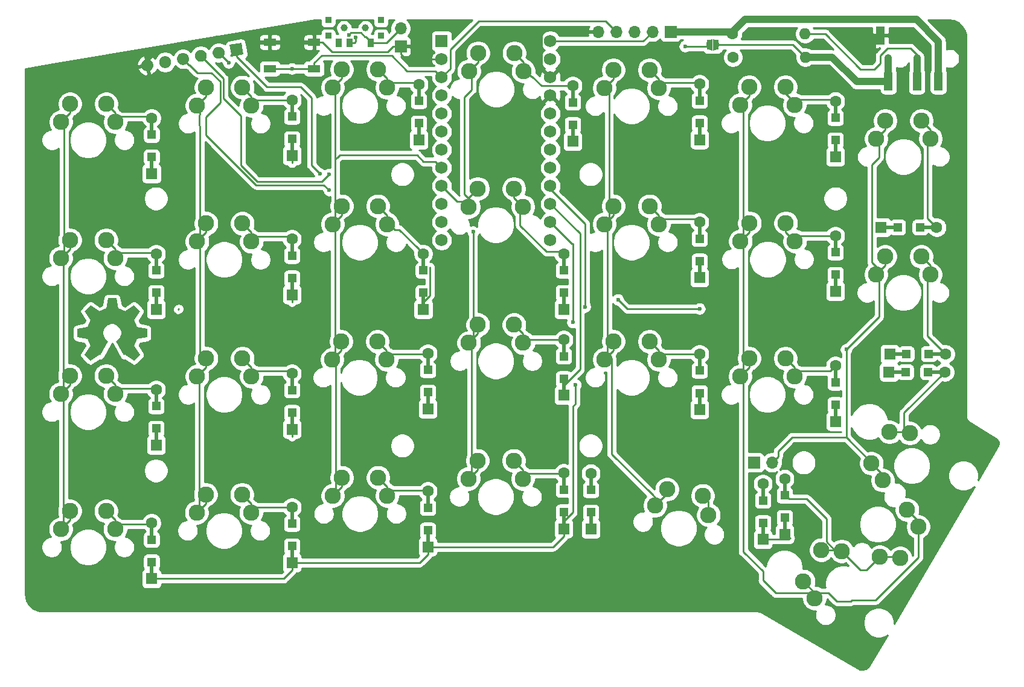
<source format=gbr>
%TF.GenerationSoftware,KiCad,Pcbnew,(5.1.10)-1*%
%TF.CreationDate,2021-10-25T17:00:00-06:00*%
%TF.ProjectId,ErgoTravel,4572676f-5472-4617-9665-6c2e6b696361,rev?*%
%TF.SameCoordinates,Original*%
%TF.FileFunction,Copper,L1,Top*%
%TF.FilePolarity,Positive*%
%FSLAX46Y46*%
G04 Gerber Fmt 4.6, Leading zero omitted, Abs format (unit mm)*
G04 Created by KiCad (PCBNEW (5.1.10)-1) date 2021-10-25 17:00:00*
%MOMM*%
%LPD*%
G01*
G04 APERTURE LIST*
%TA.AperFunction,EtchedComponent*%
%ADD10C,0.010000*%
%TD*%
%TA.AperFunction,ComponentPad*%
%ADD11C,2.286000*%
%TD*%
%TA.AperFunction,SMDPad,CuDef*%
%ADD12R,1.200000X1.200000*%
%TD*%
%TA.AperFunction,ComponentPad*%
%ADD13R,1.600000X1.600000*%
%TD*%
%TA.AperFunction,ComponentPad*%
%ADD14C,1.600000*%
%TD*%
%TA.AperFunction,SMDPad,CuDef*%
%ADD15R,0.500000X2.500000*%
%TD*%
%TA.AperFunction,SMDPad,CuDef*%
%ADD16R,2.500000X0.500000*%
%TD*%
%TA.AperFunction,SMDPad,CuDef*%
%ADD17R,1.200000X2.500000*%
%TD*%
%TA.AperFunction,SMDPad,CuDef*%
%ADD18R,1.800000X1.100000*%
%TD*%
%TA.AperFunction,ComponentPad*%
%ADD19R,1.752600X1.752600*%
%TD*%
%TA.AperFunction,ComponentPad*%
%ADD20C,1.752600*%
%TD*%
%TA.AperFunction,ComponentPad*%
%ADD21C,0.100000*%
%TD*%
%TA.AperFunction,ComponentPad*%
%ADD22O,1.600000X1.600000*%
%TD*%
%TA.AperFunction,ComponentPad*%
%ADD23R,1.700000X1.700000*%
%TD*%
%TA.AperFunction,ComponentPad*%
%ADD24O,1.700000X1.700000*%
%TD*%
%TA.AperFunction,ComponentPad*%
%ADD25R,0.800000X1.400000*%
%TD*%
%TA.AperFunction,SMDPad,CuDef*%
%ADD26C,0.100000*%
%TD*%
%TA.AperFunction,WasherPad*%
%ADD27C,1.000000*%
%TD*%
%TA.AperFunction,SMDPad,CuDef*%
%ADD28R,0.900000X1.250000*%
%TD*%
%TA.AperFunction,SMDPad,CuDef*%
%ADD29R,0.900000X0.900000*%
%TD*%
%TA.AperFunction,ViaPad*%
%ADD30C,0.600000*%
%TD*%
%TA.AperFunction,Conductor*%
%ADD31C,0.250000*%
%TD*%
%TA.AperFunction,Conductor*%
%ADD32C,1.000000*%
%TD*%
%TA.AperFunction,Conductor*%
%ADD33C,0.500000*%
%TD*%
%TA.AperFunction,Conductor*%
%ADD34C,0.254000*%
%TD*%
%TA.AperFunction,Conductor*%
%ADD35C,0.100000*%
%TD*%
G04 APERTURE END LIST*
D10*
%TO.C,SJ1*%
G36*
X171916000Y-49796000D02*
G01*
X171659500Y-49841200D01*
X171433900Y-49971500D01*
X171266500Y-50171000D01*
X171177400Y-50415800D01*
X171177400Y-50676200D01*
X171266500Y-50921000D01*
X171433900Y-51120500D01*
X171659500Y-51250800D01*
X171916000Y-51296000D01*
X171916000Y-49796000D01*
G37*
X171916000Y-49796000D02*
X171659500Y-49841200D01*
X171433900Y-49971500D01*
X171266500Y-50171000D01*
X171177400Y-50415800D01*
X171177400Y-50676200D01*
X171266500Y-50921000D01*
X171433900Y-51120500D01*
X171659500Y-51250800D01*
X171916000Y-51296000D01*
X171916000Y-49796000D01*
G36*
X172116000Y-51296000D02*
G01*
X172372500Y-51250800D01*
X172598100Y-51120500D01*
X172765500Y-50921000D01*
X172854600Y-50676200D01*
X172854600Y-50415800D01*
X172765500Y-50171000D01*
X172598100Y-49971500D01*
X172372500Y-49841200D01*
X172116000Y-49796000D01*
X172116000Y-51296000D01*
G37*
X172116000Y-51296000D02*
X172372500Y-51250800D01*
X172598100Y-51120500D01*
X172765500Y-50921000D01*
X172854600Y-50676200D01*
X172854600Y-50415800D01*
X172765500Y-50171000D01*
X172598100Y-49971500D01*
X172372500Y-49841200D01*
X172116000Y-49796000D01*
X172116000Y-51296000D01*
%TD*%
D11*
%TO.P,K25,1*%
%TO.N,MOSI*%
X199290403Y-115849280D03*
%TO.P,K25,2*%
%TO.N,Net-(D24-Pad2)*%
X198315107Y-122618542D03*
%TO.P,K25,1*%
%TO.N,MOSI*%
X200855107Y-118219132D03*
%TO.P,K25,2*%
%TO.N,Net-(D24-Pad2)*%
X195480403Y-122448394D03*
%TD*%
%TO.P,K28,1*%
%TO.N,col6*%
X195863303Y-111704956D03*
%TO.P,K28,2*%
%TO.N,Net-(D27-Pad2)*%
X196838599Y-104935694D03*
%TO.P,K28,1*%
%TO.N,col6*%
X194298599Y-109335104D03*
%TO.P,K28,2*%
%TO.N,Net-(D27-Pad2)*%
X199673303Y-105105842D03*
%TD*%
%TO.P,K27,1*%
%TO.N,col6*%
X194927844Y-82837492D03*
%TO.P,K27,2*%
%TO.N,Net-(D26-Pad2)*%
X201277844Y-80297492D03*
%TO.P,K27,1*%
%TO.N,col6*%
X196197844Y-80297492D03*
%TO.P,K27,2*%
%TO.N,Net-(D26-Pad2)*%
X202547844Y-82837492D03*
%TD*%
%TO.P,K26,1*%
%TO.N,col6*%
X194967978Y-63752754D03*
%TO.P,K26,2*%
%TO.N,Net-(D25-Pad2)*%
X201317978Y-61212754D03*
%TO.P,K26,1*%
%TO.N,col6*%
X196237978Y-61212754D03*
%TO.P,K26,2*%
%TO.N,Net-(D25-Pad2)*%
X202587978Y-63752754D03*
%TD*%
%TO.P,K24,1*%
%TO.N,MOSI*%
X186297819Y-128250117D03*
%TO.P,K24,2*%
%TO.N,Net-(D24-Pad2)*%
X187273115Y-121480855D03*
%TO.P,K24,1*%
%TO.N,MOSI*%
X184733115Y-125880265D03*
%TO.P,K24,2*%
%TO.N,Net-(D24-Pad2)*%
X190107819Y-121651003D03*
%TD*%
%TO.P,K23,1*%
%TO.N,MOSI*%
X175875684Y-97126612D03*
%TO.P,K23,2*%
%TO.N,Net-(D23-Pad2)*%
X182225684Y-94586612D03*
%TO.P,K23,1*%
%TO.N,MOSI*%
X177145684Y-94586612D03*
%TO.P,K23,2*%
%TO.N,Net-(D23-Pad2)*%
X183495684Y-97126612D03*
%TD*%
%TO.P,K22,1*%
%TO.N,MOSI*%
X175935222Y-78133990D03*
%TO.P,K22,2*%
%TO.N,Net-(D22-Pad2)*%
X182285222Y-75593990D03*
%TO.P,K22,1*%
%TO.N,MOSI*%
X177205222Y-75593990D03*
%TO.P,K22,2*%
%TO.N,Net-(D22-Pad2)*%
X183555222Y-78133990D03*
%TD*%
%TO.P,K21,1*%
%TO.N,MOSI*%
X175875684Y-59022292D03*
%TO.P,K21,2*%
%TO.N,Net-(D21-Pad2)*%
X182225684Y-56482292D03*
%TO.P,K21,1*%
%TO.N,MOSI*%
X177145684Y-56482292D03*
%TO.P,K21,2*%
%TO.N,Net-(D21-Pad2)*%
X183495684Y-59022292D03*
%TD*%
%TO.P,K20,1*%
%TO.N,MISO*%
X163931191Y-115258071D03*
%TO.P,K20,2*%
%TO.N,Net-(D20-Pad2)*%
X170625786Y-113859325D03*
%TO.P,K20,1*%
%TO.N,MISO*%
X165622963Y-112977192D03*
%TO.P,K20,2*%
%TO.N,Net-(D20-Pad2)*%
X171435426Y-116581270D03*
%TD*%
%TO.P,K19,1*%
%TO.N,MISO*%
X156823524Y-94745092D03*
%TO.P,K19,2*%
%TO.N,Net-(D19-Pad2)*%
X163173524Y-92205092D03*
%TO.P,K19,1*%
%TO.N,MISO*%
X158093524Y-92205092D03*
%TO.P,K19,2*%
%TO.N,Net-(D19-Pad2)*%
X164443524Y-94745092D03*
%TD*%
%TO.P,K18,1*%
%TO.N,MISO*%
X156823524Y-75752470D03*
%TO.P,K18,2*%
%TO.N,Net-(D18-Pad2)*%
X163173524Y-73212470D03*
%TO.P,K18,1*%
%TO.N,MISO*%
X158093524Y-73212470D03*
%TO.P,K18,2*%
%TO.N,Net-(D18-Pad2)*%
X164443524Y-75752470D03*
%TD*%
%TO.P,K17,1*%
%TO.N,MISO*%
X156823524Y-56640772D03*
%TO.P,K17,2*%
%TO.N,Net-(D17-Pad2)*%
X163173524Y-54100772D03*
%TO.P,K17,1*%
%TO.N,MISO*%
X158093524Y-54100772D03*
%TO.P,K17,2*%
%TO.N,Net-(D17-Pad2)*%
X164443524Y-56640772D03*
%TD*%
%TO.P,K16,1*%
%TO.N,SCK*%
X137771364Y-111475270D03*
%TO.P,K16,2*%
%TO.N,Net-(D16-Pad2)*%
X144121364Y-108935270D03*
%TO.P,K16,1*%
%TO.N,SCK*%
X139041364Y-108935270D03*
%TO.P,K16,2*%
%TO.N,Net-(D16-Pad2)*%
X145391364Y-111475270D03*
%TD*%
%TO.P,K15,1*%
%TO.N,SCK*%
X137830902Y-92423110D03*
%TO.P,K15,2*%
%TO.N,Net-(D15-Pad2)*%
X144180902Y-89883110D03*
%TO.P,K15,1*%
%TO.N,SCK*%
X139100902Y-89883110D03*
%TO.P,K15,2*%
%TO.N,Net-(D15-Pad2)*%
X145450902Y-92423110D03*
%TD*%
%TO.P,K14,1*%
%TO.N,SCK*%
X137811632Y-73311412D03*
%TO.P,K14,2*%
%TO.N,Net-(D14-Pad2)*%
X144161632Y-70771412D03*
%TO.P,K14,1*%
%TO.N,SCK*%
X139081632Y-70771412D03*
%TO.P,K14,2*%
%TO.N,Net-(D14-Pad2)*%
X145431632Y-73311412D03*
%TD*%
%TO.P,K13,1*%
%TO.N,SCK*%
X137850172Y-54259252D03*
%TO.P,K13,2*%
%TO.N,Net-(D13-Pad2)*%
X144200172Y-51719252D03*
%TO.P,K13,1*%
%TO.N,SCK*%
X139120172Y-51719252D03*
%TO.P,K13,2*%
%TO.N,Net-(D13-Pad2)*%
X145470172Y-54259252D03*
%TD*%
%TO.P,K12,1*%
%TO.N,col2*%
X118759472Y-113856790D03*
%TO.P,K12,2*%
%TO.N,Net-(D12-Pad2)*%
X125109472Y-111316790D03*
%TO.P,K12,1*%
%TO.N,col2*%
X120029472Y-111316790D03*
%TO.P,K12,2*%
%TO.N,Net-(D12-Pad2)*%
X126379472Y-113856790D03*
%TD*%
%TO.P,K11,1*%
%TO.N,col2*%
X118659666Y-94745092D03*
%TO.P,K11,2*%
%TO.N,Net-(D11-Pad2)*%
X125009666Y-92205092D03*
%TO.P,K11,1*%
%TO.N,col2*%
X119929666Y-92205092D03*
%TO.P,K11,2*%
%TO.N,Net-(D11-Pad2)*%
X126279666Y-94745092D03*
%TD*%
%TO.P,K10,1*%
%TO.N,col2*%
X118719204Y-75752470D03*
%TO.P,K10,2*%
%TO.N,Net-(D10-Pad2)*%
X125069204Y-73212470D03*
%TO.P,K10,1*%
%TO.N,col2*%
X119989204Y-73212470D03*
%TO.P,K10,2*%
%TO.N,Net-(D10-Pad2)*%
X126339204Y-75752470D03*
%TD*%
%TO.P,K9,1*%
%TO.N,col2*%
X118719204Y-56581234D03*
%TO.P,K9,2*%
%TO.N,Net-(D9-Pad2)*%
X125069204Y-54041234D03*
%TO.P,K9,1*%
%TO.N,col2*%
X119989204Y-54041234D03*
%TO.P,K9,2*%
%TO.N,Net-(D9-Pad2)*%
X126339204Y-56581234D03*
%TD*%
%TO.P,K8,1*%
%TO.N,col1*%
X99667044Y-116238310D03*
%TO.P,K8,2*%
%TO.N,Net-(D8-Pad2)*%
X106017044Y-113698310D03*
%TO.P,K8,1*%
%TO.N,col1*%
X100937044Y-113698310D03*
%TO.P,K8,2*%
%TO.N,Net-(D8-Pad2)*%
X107287044Y-116238310D03*
%TD*%
%TO.P,K7,1*%
%TO.N,col1*%
X99726582Y-97126612D03*
%TO.P,K7,2*%
%TO.N,Net-(D7-Pad2)*%
X106076582Y-94586612D03*
%TO.P,K7,1*%
%TO.N,col1*%
X100996582Y-94586612D03*
%TO.P,K7,2*%
%TO.N,Net-(D7-Pad2)*%
X107346582Y-97126612D03*
%TD*%
%TO.P,K6,1*%
%TO.N,col1*%
X99726582Y-78193528D03*
%TO.P,K6,2*%
%TO.N,Net-(D6-Pad2)*%
X106076582Y-75653528D03*
%TO.P,K6,1*%
%TO.N,col1*%
X100996582Y-75653528D03*
%TO.P,K6,2*%
%TO.N,Net-(D6-Pad2)*%
X107346582Y-78193528D03*
%TD*%
%TO.P,K5,1*%
%TO.N,col1*%
X99726582Y-59081830D03*
%TO.P,K5,2*%
%TO.N,Net-(D5-Pad2)*%
X106076582Y-56541830D03*
%TO.P,K5,1*%
%TO.N,col1*%
X100996582Y-56541830D03*
%TO.P,K5,2*%
%TO.N,Net-(D5-Pad2)*%
X107346582Y-59081830D03*
%TD*%
%TO.P,K4,1*%
%TO.N,col0*%
X80614884Y-118560292D03*
%TO.P,K4,2*%
%TO.N,Net-(D4-Pad2)*%
X86964884Y-116020292D03*
%TO.P,K4,1*%
%TO.N,col0*%
X81884884Y-116020292D03*
%TO.P,K4,2*%
%TO.N,Net-(D4-Pad2)*%
X88234884Y-118560292D03*
%TD*%
%TO.P,K3,1*%
%TO.N,col0*%
X80614884Y-99567670D03*
%TO.P,K3,2*%
%TO.N,Net-(D3-Pad2)*%
X86964884Y-97027670D03*
%TO.P,K3,1*%
%TO.N,col0*%
X81884884Y-97027670D03*
%TO.P,K3,2*%
%TO.N,Net-(D3-Pad2)*%
X88234884Y-99567670D03*
%TD*%
%TO.P,K2,1*%
%TO.N,col0*%
X80614884Y-80515510D03*
%TO.P,K2,2*%
%TO.N,Net-(D2-Pad2)*%
X86964884Y-77975510D03*
%TO.P,K2,1*%
%TO.N,col0*%
X81884884Y-77975510D03*
%TO.P,K2,2*%
%TO.N,Net-(D2-Pad2)*%
X88234884Y-80515510D03*
%TD*%
%TO.P,K1,1*%
%TO.N,col0*%
X80634288Y-61403812D03*
%TO.P,K1,2*%
%TO.N,Net-(D1-Pad2)*%
X86984288Y-58863812D03*
%TO.P,K1,1*%
%TO.N,col0*%
X81904288Y-58863812D03*
%TO.P,K1,2*%
%TO.N,Net-(D1-Pad2)*%
X88254288Y-61403812D03*
%TD*%
D12*
%TO.P,D1,2*%
%TO.N,Net-(D1-Pad2)*%
X93345000Y-63195000D03*
%TO.P,D1,1*%
%TO.N,row0*%
X93345000Y-66345000D03*
D13*
X93345000Y-68670000D03*
D14*
%TO.P,D1,2*%
%TO.N,Net-(D1-Pad2)*%
X93345000Y-60870000D03*
D15*
%TO.P,D1,1*%
%TO.N,row0*%
X93345000Y-67470000D03*
%TO.P,D1,2*%
%TO.N,Net-(D1-Pad2)*%
X93345000Y-62070000D03*
%TD*%
D12*
%TO.P,D2,2*%
%TO.N,Net-(D2-Pad2)*%
X93980000Y-82245000D03*
%TO.P,D2,1*%
%TO.N,row1*%
X93980000Y-85395000D03*
D13*
X93980000Y-87720000D03*
D14*
%TO.P,D2,2*%
%TO.N,Net-(D2-Pad2)*%
X93980000Y-79920000D03*
D15*
%TO.P,D2,1*%
%TO.N,row1*%
X93980000Y-86520000D03*
%TO.P,D2,2*%
%TO.N,Net-(D2-Pad2)*%
X93980000Y-81120000D03*
%TD*%
D12*
%TO.P,D3,2*%
%TO.N,Net-(D3-Pad2)*%
X93980000Y-101295000D03*
%TO.P,D3,1*%
%TO.N,row2*%
X93980000Y-104445000D03*
D13*
X93980000Y-106770000D03*
D14*
%TO.P,D3,2*%
%TO.N,Net-(D3-Pad2)*%
X93980000Y-98970000D03*
D15*
%TO.P,D3,1*%
%TO.N,row2*%
X93980000Y-105570000D03*
%TO.P,D3,2*%
%TO.N,Net-(D3-Pad2)*%
X93980000Y-100170000D03*
%TD*%
D12*
%TO.P,D4,2*%
%TO.N,Net-(D4-Pad2)*%
X93345000Y-120040000D03*
%TO.P,D4,1*%
%TO.N,row3*%
X93345000Y-123190000D03*
D13*
X93345000Y-125515000D03*
D14*
%TO.P,D4,2*%
%TO.N,Net-(D4-Pad2)*%
X93345000Y-117715000D03*
D15*
%TO.P,D4,1*%
%TO.N,row3*%
X93345000Y-124315000D03*
%TO.P,D4,2*%
%TO.N,Net-(D4-Pad2)*%
X93345000Y-118915000D03*
%TD*%
D12*
%TO.P,D5,2*%
%TO.N,Net-(D5-Pad2)*%
X113030000Y-60655000D03*
%TO.P,D5,1*%
%TO.N,row0*%
X113030000Y-63805000D03*
D13*
X113030000Y-66130000D03*
D14*
%TO.P,D5,2*%
%TO.N,Net-(D5-Pad2)*%
X113030000Y-58330000D03*
D15*
%TO.P,D5,1*%
%TO.N,row0*%
X113030000Y-64930000D03*
%TO.P,D5,2*%
%TO.N,Net-(D5-Pad2)*%
X113030000Y-59530000D03*
%TD*%
D12*
%TO.P,D6,2*%
%TO.N,Net-(D6-Pad2)*%
X113030000Y-80180000D03*
%TO.P,D6,1*%
%TO.N,row1*%
X113030000Y-83330000D03*
D13*
X113030000Y-85655000D03*
D14*
%TO.P,D6,2*%
%TO.N,Net-(D6-Pad2)*%
X113030000Y-77855000D03*
D15*
%TO.P,D6,1*%
%TO.N,row1*%
X113030000Y-84455000D03*
%TO.P,D6,2*%
%TO.N,Net-(D6-Pad2)*%
X113030000Y-79055000D03*
%TD*%
D12*
%TO.P,D7,2*%
%TO.N,Net-(D7-Pad2)*%
X113030000Y-99060000D03*
%TO.P,D7,1*%
%TO.N,row2*%
X113030000Y-102210000D03*
D13*
X113030000Y-104535000D03*
D14*
%TO.P,D7,2*%
%TO.N,Net-(D7-Pad2)*%
X113030000Y-96735000D03*
D15*
%TO.P,D7,1*%
%TO.N,row2*%
X113030000Y-103335000D03*
%TO.P,D7,2*%
%TO.N,Net-(D7-Pad2)*%
X113030000Y-97935000D03*
%TD*%
D12*
%TO.P,D8,2*%
%TO.N,Net-(D8-Pad2)*%
X113030000Y-117805000D03*
%TO.P,D8,1*%
%TO.N,row3*%
X113030000Y-120955000D03*
D13*
X113030000Y-123280000D03*
D14*
%TO.P,D8,2*%
%TO.N,Net-(D8-Pad2)*%
X113030000Y-115480000D03*
D15*
%TO.P,D8,1*%
%TO.N,row3*%
X113030000Y-122080000D03*
%TO.P,D8,2*%
%TO.N,Net-(D8-Pad2)*%
X113030000Y-116680000D03*
%TD*%
D12*
%TO.P,D9,2*%
%TO.N,Net-(D9-Pad2)*%
X130810000Y-58445000D03*
%TO.P,D9,1*%
%TO.N,row0*%
X130810000Y-61595000D03*
D13*
X130810000Y-63920000D03*
D14*
%TO.P,D9,2*%
%TO.N,Net-(D9-Pad2)*%
X130810000Y-56120000D03*
D15*
%TO.P,D9,1*%
%TO.N,row0*%
X130810000Y-62720000D03*
%TO.P,D9,2*%
%TO.N,Net-(D9-Pad2)*%
X130810000Y-57320000D03*
%TD*%
D12*
%TO.P,D10,2*%
%TO.N,Net-(D10-Pad2)*%
X131445000Y-82245000D03*
%TO.P,D10,1*%
%TO.N,row1*%
X131445000Y-85395000D03*
D13*
X131445000Y-87720000D03*
D14*
%TO.P,D10,2*%
%TO.N,Net-(D10-Pad2)*%
X131445000Y-79920000D03*
D15*
%TO.P,D10,1*%
%TO.N,row1*%
X131445000Y-86520000D03*
%TO.P,D10,2*%
%TO.N,Net-(D10-Pad2)*%
X131445000Y-81120000D03*
%TD*%
D12*
%TO.P,D11,2*%
%TO.N,Net-(D11-Pad2)*%
X132080000Y-96215000D03*
%TO.P,D11,1*%
%TO.N,row2*%
X132080000Y-99365000D03*
D13*
X132080000Y-101690000D03*
D14*
%TO.P,D11,2*%
%TO.N,Net-(D11-Pad2)*%
X132080000Y-93890000D03*
D15*
%TO.P,D11,1*%
%TO.N,row2*%
X132080000Y-100490000D03*
%TO.P,D11,2*%
%TO.N,Net-(D11-Pad2)*%
X132080000Y-95090000D03*
%TD*%
D12*
%TO.P,D12,2*%
%TO.N,Net-(D12-Pad2)*%
X132080000Y-115570000D03*
%TO.P,D12,1*%
%TO.N,row3*%
X132080000Y-118720000D03*
D13*
X132080000Y-121045000D03*
D14*
%TO.P,D12,2*%
%TO.N,Net-(D12-Pad2)*%
X132080000Y-113245000D03*
D15*
%TO.P,D12,1*%
%TO.N,row3*%
X132080000Y-119845000D03*
%TO.P,D12,2*%
%TO.N,Net-(D12-Pad2)*%
X132080000Y-114445000D03*
%TD*%
D12*
%TO.P,D13,2*%
%TO.N,Net-(D13-Pad2)*%
X152400000Y-58660000D03*
%TO.P,D13,1*%
%TO.N,row0*%
X152400000Y-61810000D03*
D13*
X152400000Y-64135000D03*
D14*
%TO.P,D13,2*%
%TO.N,Net-(D13-Pad2)*%
X152400000Y-56335000D03*
D15*
%TO.P,D13,1*%
%TO.N,row0*%
X152400000Y-62935000D03*
%TO.P,D13,2*%
%TO.N,Net-(D13-Pad2)*%
X152400000Y-57535000D03*
%TD*%
D12*
%TO.P,D14,2*%
%TO.N,Net-(D14-Pad2)*%
X151130000Y-82245000D03*
%TO.P,D14,1*%
%TO.N,row1*%
X151130000Y-85395000D03*
D13*
X151130000Y-87720000D03*
D14*
%TO.P,D14,2*%
%TO.N,Net-(D14-Pad2)*%
X151130000Y-79920000D03*
D15*
%TO.P,D14,1*%
%TO.N,row1*%
X151130000Y-86520000D03*
%TO.P,D14,2*%
%TO.N,Net-(D14-Pad2)*%
X151130000Y-81120000D03*
%TD*%
D12*
%TO.P,D15,2*%
%TO.N,Net-(D15-Pad2)*%
X151130000Y-94310000D03*
%TO.P,D15,1*%
%TO.N,row2*%
X151130000Y-97460000D03*
D13*
X151130000Y-99785000D03*
D14*
%TO.P,D15,2*%
%TO.N,Net-(D15-Pad2)*%
X151130000Y-91985000D03*
D15*
%TO.P,D15,1*%
%TO.N,row2*%
X151130000Y-98585000D03*
%TO.P,D15,2*%
%TO.N,Net-(D15-Pad2)*%
X151130000Y-93185000D03*
%TD*%
D12*
%TO.P,D16,2*%
%TO.N,Net-(D16-Pad2)*%
X151130000Y-113030000D03*
%TO.P,D16,1*%
%TO.N,row3*%
X151130000Y-116180000D03*
D13*
X151130000Y-118505000D03*
D14*
%TO.P,D16,2*%
%TO.N,Net-(D16-Pad2)*%
X151130000Y-110705000D03*
D15*
%TO.P,D16,1*%
%TO.N,row3*%
X151130000Y-117305000D03*
%TO.P,D16,2*%
%TO.N,Net-(D16-Pad2)*%
X151130000Y-111905000D03*
%TD*%
D12*
%TO.P,D17,2*%
%TO.N,Net-(D17-Pad2)*%
X170180000Y-58420000D03*
%TO.P,D17,1*%
%TO.N,row0*%
X170180000Y-61570000D03*
D13*
X170180000Y-63895000D03*
D14*
%TO.P,D17,2*%
%TO.N,Net-(D17-Pad2)*%
X170180000Y-56095000D03*
D15*
%TO.P,D17,1*%
%TO.N,row0*%
X170180000Y-62695000D03*
%TO.P,D17,2*%
%TO.N,Net-(D17-Pad2)*%
X170180000Y-57295000D03*
%TD*%
D12*
%TO.P,D18,2*%
%TO.N,Net-(D18-Pad2)*%
X170180000Y-77800000D03*
%TO.P,D18,1*%
%TO.N,row1*%
X170180000Y-80950000D03*
D13*
X170180000Y-83275000D03*
D14*
%TO.P,D18,2*%
%TO.N,Net-(D18-Pad2)*%
X170180000Y-75475000D03*
D15*
%TO.P,D18,1*%
%TO.N,row1*%
X170180000Y-82075000D03*
%TO.P,D18,2*%
%TO.N,Net-(D18-Pad2)*%
X170180000Y-76675000D03*
%TD*%
D12*
%TO.P,D19,2*%
%TO.N,Net-(D19-Pad2)*%
X170180000Y-96305000D03*
%TO.P,D19,1*%
%TO.N,row2*%
X170180000Y-99455000D03*
D13*
X170180000Y-101780000D03*
D14*
%TO.P,D19,2*%
%TO.N,Net-(D19-Pad2)*%
X170180000Y-93980000D03*
D15*
%TO.P,D19,1*%
%TO.N,row2*%
X170180000Y-100580000D03*
%TO.P,D19,2*%
%TO.N,Net-(D19-Pad2)*%
X170180000Y-95180000D03*
%TD*%
D12*
%TO.P,D20,2*%
%TO.N,Net-(D20-Pad2)*%
X179070000Y-114540000D03*
%TO.P,D20,1*%
%TO.N,row3*%
X179070000Y-117690000D03*
D13*
X179070000Y-120015000D03*
D14*
%TO.P,D20,2*%
%TO.N,Net-(D20-Pad2)*%
X179070000Y-112215000D03*
D15*
%TO.P,D20,1*%
%TO.N,row3*%
X179070000Y-118815000D03*
%TO.P,D20,2*%
%TO.N,Net-(D20-Pad2)*%
X179070000Y-113415000D03*
%TD*%
D12*
%TO.P,D21,2*%
%TO.N,Net-(D21-Pad2)*%
X189230000Y-60815000D03*
%TO.P,D21,1*%
%TO.N,row0*%
X189230000Y-63965000D03*
D13*
X189230000Y-66290000D03*
D14*
%TO.P,D21,2*%
%TO.N,Net-(D21-Pad2)*%
X189230000Y-58490000D03*
D15*
%TO.P,D21,1*%
%TO.N,row0*%
X189230000Y-65090000D03*
%TO.P,D21,2*%
%TO.N,Net-(D21-Pad2)*%
X189230000Y-59690000D03*
%TD*%
D12*
%TO.P,D22,2*%
%TO.N,Net-(D22-Pad2)*%
X189230000Y-79705000D03*
%TO.P,D22,1*%
%TO.N,row1*%
X189230000Y-82855000D03*
D13*
X189230000Y-85180000D03*
D14*
%TO.P,D22,2*%
%TO.N,Net-(D22-Pad2)*%
X189230000Y-77380000D03*
D15*
%TO.P,D22,1*%
%TO.N,row1*%
X189230000Y-83980000D03*
%TO.P,D22,2*%
%TO.N,Net-(D22-Pad2)*%
X189230000Y-78580000D03*
%TD*%
D12*
%TO.P,D23,2*%
%TO.N,Net-(D23-Pad2)*%
X189230000Y-97960000D03*
%TO.P,D23,1*%
%TO.N,row2*%
X189230000Y-101110000D03*
D13*
X189230000Y-103435000D03*
D14*
%TO.P,D23,2*%
%TO.N,Net-(D23-Pad2)*%
X189230000Y-95635000D03*
D15*
%TO.P,D23,1*%
%TO.N,row2*%
X189230000Y-102235000D03*
%TO.P,D23,2*%
%TO.N,Net-(D23-Pad2)*%
X189230000Y-96835000D03*
%TD*%
D12*
%TO.P,D24,2*%
%TO.N,Net-(D24-Pad2)*%
X182118000Y-113817000D03*
%TO.P,D24,1*%
%TO.N,row3*%
X182118000Y-116967000D03*
D13*
X182118000Y-119292000D03*
D14*
%TO.P,D24,2*%
%TO.N,Net-(D24-Pad2)*%
X182118000Y-111492000D03*
D15*
%TO.P,D24,1*%
%TO.N,row3*%
X182118000Y-118092000D03*
%TO.P,D24,2*%
%TO.N,Net-(D24-Pad2)*%
X182118000Y-112692000D03*
%TD*%
D12*
%TO.P,D25,2*%
%TO.N,Net-(D25-Pad2)*%
X201125000Y-76200000D03*
%TO.P,D25,1*%
%TO.N,row0*%
X197975000Y-76200000D03*
D13*
X195650000Y-76200000D03*
D14*
%TO.P,D25,2*%
%TO.N,Net-(D25-Pad2)*%
X203450000Y-76200000D03*
D16*
%TO.P,D25,1*%
%TO.N,row0*%
X196850000Y-76200000D03*
%TO.P,D25,2*%
%TO.N,Net-(D25-Pad2)*%
X202250000Y-76200000D03*
%TD*%
D12*
%TO.P,D26,2*%
%TO.N,Net-(D26-Pad2)*%
X202325000Y-93980000D03*
%TO.P,D26,1*%
%TO.N,row1*%
X199175000Y-93980000D03*
D13*
X196850000Y-93980000D03*
D14*
%TO.P,D26,2*%
%TO.N,Net-(D26-Pad2)*%
X204650000Y-93980000D03*
D16*
%TO.P,D26,1*%
%TO.N,row1*%
X198050000Y-93980000D03*
%TO.P,D26,2*%
%TO.N,Net-(D26-Pad2)*%
X203450000Y-93980000D03*
%TD*%
D12*
%TO.P,D27,2*%
%TO.N,Net-(D27-Pad2)*%
X202235000Y-96520000D03*
%TO.P,D27,1*%
%TO.N,row2*%
X199085000Y-96520000D03*
D13*
X196760000Y-96520000D03*
D14*
%TO.P,D27,2*%
%TO.N,Net-(D27-Pad2)*%
X204560000Y-96520000D03*
D16*
%TO.P,D27,1*%
%TO.N,row2*%
X197960000Y-96520000D03*
%TO.P,D27,2*%
%TO.N,Net-(D27-Pad2)*%
X203360000Y-96520000D03*
%TD*%
D17*
%TO.P,J2,4*%
%TO.N,GND*%
X195575000Y-49250000D03*
%TO.P,J2,1*%
%TO.N,sda*%
X196675000Y-55750000D03*
%TO.P,J2,2*%
%TO.N,scl*%
X200675000Y-55750000D03*
%TO.P,J2,3*%
%TO.N,VCC*%
X203675000Y-55750000D03*
%TD*%
D18*
%TO.P,SW1,1*%
%TO.N,RESET*%
X116130000Y-53920000D03*
X109930000Y-53920000D03*
%TO.P,SW1,2*%
%TO.N,GND*%
X116130000Y-50220000D03*
X109930000Y-50220000D03*
%TD*%
D19*
%TO.P,U1,1*%
%TO.N,/RAW*%
X134020038Y-50054000D03*
D20*
%TO.P,U1,2*%
%TO.N,GND*%
X134020038Y-52594000D03*
%TO.P,U1,3*%
%TO.N,RESET*%
X134020038Y-55134000D03*
%TO.P,U1,4*%
%TO.N,VCC*%
X134020038Y-57674000D03*
%TO.P,U1,5*%
%TO.N,Net-(U1-Pad5)*%
X134020038Y-60214000D03*
%TO.P,U1,6*%
%TO.N,col0*%
X134020038Y-62754000D03*
%TO.P,U1,7*%
%TO.N,col1*%
X134020038Y-65294000D03*
%TO.P,U1,8*%
%TO.N,col2*%
X134020038Y-67834000D03*
%TO.P,U1,9*%
%TO.N,SCK*%
X134020038Y-70374000D03*
%TO.P,U1,10*%
%TO.N,MISO*%
X134020038Y-72914000D03*
%TO.P,U1,11*%
%TO.N,MOSI*%
X134020038Y-75454000D03*
%TO.P,U1,12*%
%TO.N,col6*%
X134020038Y-77994000D03*
%TO.P,U1,24*%
%TO.N,backlight*%
X149260038Y-77994000D03*
%TO.P,U1,23*%
%TO.N,row3*%
X149260038Y-75454000D03*
%TO.P,U1,22*%
%TO.N,row2*%
X149260038Y-72914000D03*
%TO.P,U1,21*%
%TO.N,row1*%
X149260038Y-70374000D03*
%TO.P,U1,20*%
%TO.N,row0*%
X149260038Y-67834000D03*
%TO.P,U1,19*%
%TO.N,Net-(U1-Pad19)*%
X149260038Y-65294000D03*
%TO.P,U1,18*%
%TO.N,scl*%
X149260038Y-62754000D03*
%TO.P,U1,17*%
%TO.N,sdaPM*%
X149260038Y-60214000D03*
%TO.P,U1,16*%
%TO.N,GND*%
X149260038Y-57674000D03*
%TO.P,U1,15*%
X149260038Y-55134000D03*
%TO.P,U1,14*%
%TO.N,RX*%
X149260038Y-52594000D03*
%TO.P,U1,13*%
%TO.N,ws2812di*%
X149260038Y-50054000D03*
%TD*%
%TA.AperFunction,ComponentPad*%
D21*
%TO.P,J4,1*%
%TO.N,MISO*%
G36*
X104270959Y-50560514D02*
G01*
X105945133Y-50265312D01*
X106240335Y-51939486D01*
X104566161Y-52234688D01*
X104270959Y-50560514D01*
G37*
%TD.AperFunction*%
%TO.P,J4,2*%
%TO.N,VCC*%
%TA.AperFunction,ComponentPad*%
G36*
G01*
X102606634Y-50853979D02*
X102606634Y-50853979D01*
G75*
G02*
X103591322Y-51543465I147601J-837087D01*
G01*
X103591322Y-51543465D01*
G75*
G02*
X102901836Y-52528153I-837087J-147601D01*
G01*
X102901836Y-52528153D01*
G75*
G02*
X101917148Y-51838667I-147601J837087D01*
G01*
X101917148Y-51838667D01*
G75*
G02*
X102606634Y-50853979I837087J147601D01*
G01*
G37*
%TD.AperFunction*%
%TO.P,J4,3*%
%TO.N,SCK*%
%TA.AperFunction,ComponentPad*%
G36*
G01*
X100105223Y-51295046D02*
X100105223Y-51295046D01*
G75*
G02*
X101089911Y-51984532I147601J-837087D01*
G01*
X101089911Y-51984532D01*
G75*
G02*
X100400425Y-52969220I-837087J-147601D01*
G01*
X100400425Y-52969220D01*
G75*
G02*
X99415737Y-52279734I-147601J837087D01*
G01*
X99415737Y-52279734D01*
G75*
G02*
X100105223Y-51295046I837087J147601D01*
G01*
G37*
%TD.AperFunction*%
%TO.P,J4,4*%
%TO.N,MOSI*%
%TA.AperFunction,ComponentPad*%
G36*
G01*
X97603811Y-51736112D02*
X97603811Y-51736112D01*
G75*
G02*
X98588499Y-52425598I147601J-837087D01*
G01*
X98588499Y-52425598D01*
G75*
G02*
X97899013Y-53410286I-837087J-147601D01*
G01*
X97899013Y-53410286D01*
G75*
G02*
X96914325Y-52720800I-147601J837087D01*
G01*
X96914325Y-52720800D01*
G75*
G02*
X97603811Y-51736112I837087J147601D01*
G01*
G37*
%TD.AperFunction*%
%TO.P,J4,5*%
%TO.N,RESET*%
%TA.AperFunction,ComponentPad*%
G36*
G01*
X95102399Y-52177178D02*
X95102399Y-52177178D01*
G75*
G02*
X96087087Y-52866664I147601J-837087D01*
G01*
X96087087Y-52866664D01*
G75*
G02*
X95397601Y-53851352I-837087J-147601D01*
G01*
X95397601Y-53851352D01*
G75*
G02*
X94412913Y-53161866I-147601J837087D01*
G01*
X94412913Y-53161866D01*
G75*
G02*
X95102399Y-52177178I837087J147601D01*
G01*
G37*
%TD.AperFunction*%
%TO.P,J4,6*%
%TO.N,GND*%
%TA.AperFunction,ComponentPad*%
G36*
G01*
X92600988Y-52618245D02*
X92600988Y-52618245D01*
G75*
G02*
X93585676Y-53307731I147601J-837087D01*
G01*
X93585676Y-53307731D01*
G75*
G02*
X92896190Y-54292419I-837087J-147601D01*
G01*
X92896190Y-54292419D01*
G75*
G02*
X91911502Y-53602933I-147601J837087D01*
G01*
X91911502Y-53602933D01*
G75*
G02*
X92600988Y-52618245I837087J147601D01*
G01*
G37*
%TD.AperFunction*%
%TD*%
D14*
%TO.P,R1,1*%
%TO.N,VCC*%
X174863760Y-52324000D03*
D22*
%TO.P,R1,2*%
%TO.N,sda*%
X185023760Y-52324000D03*
%TD*%
D14*
%TO.P,R2,1*%
%TO.N,VCC*%
X174830740Y-49022000D03*
D22*
%TO.P,R2,2*%
%TO.N,scl*%
X184990740Y-49022000D03*
%TD*%
D23*
%TO.P,J1,1*%
%TO.N,VCC*%
X166116000Y-48768000D03*
D24*
%TO.P,J1,2*%
%TO.N,ws2812di*%
X163576000Y-48768000D03*
%TO.P,J1,3*%
%TO.N,RX*%
X161036000Y-48768000D03*
%TO.P,J1,4*%
%TO.N,RESET*%
X158496000Y-48768000D03*
%TO.P,J1,5*%
%TO.N,GND*%
X155956000Y-48768000D03*
%TD*%
D25*
%TO.P,SJ1,2*%
%TO.N,sda*%
X172466000Y-50546000D03*
%TO.P,SJ1,1*%
%TO.N,sdaPM*%
X171566000Y-50546000D03*
X171566000Y-50546000D03*
%TO.P,SJ1,2*%
%TO.N,sda*%
X172466000Y-50546000D03*
%TD*%
D12*
%TO.P,D28,2*%
%TO.N,Net-(D28-Pad2)*%
X154940000Y-113054999D03*
%TO.P,D28,1*%
%TO.N,row3*%
X154940000Y-116204999D03*
D13*
X154940000Y-118529999D03*
D14*
%TO.P,D28,2*%
%TO.N,Net-(D28-Pad2)*%
X154940000Y-110729999D03*
D15*
%TO.P,D28,1*%
%TO.N,row3*%
X154940000Y-117329999D03*
%TO.P,D28,2*%
%TO.N,Net-(D28-Pad2)*%
X154940000Y-111929999D03*
%TD*%
D23*
%TO.P,J13,1*%
%TO.N,Net-(D28-Pad2)*%
X177800000Y-109220000D03*
D24*
%TO.P,J13,2*%
%TO.N,col6*%
X180340000Y-109220000D03*
%TD*%
D23*
%TO.P,J14,1*%
%TO.N,GND*%
X128270000Y-50800001D03*
D24*
%TO.P,J14,2*%
%TO.N,Net-(J14-Pad2)*%
X128270000Y-48260001D03*
%TD*%
%TA.AperFunction,SMDPad,CuDef*%
D26*
%TO.P,OSHW_COPPER_10MM,*%
%TO.N,*%
G36*
X88415420Y-86131240D02*
G01*
X88694820Y-87629840D01*
X86957460Y-87629840D01*
X87236860Y-86131240D01*
X88415420Y-86131240D01*
G37*
%TD.AperFunction*%
%TA.AperFunction,SMDPad,CuDef*%
G36*
X91716519Y-87989129D02*
G01*
X90854414Y-89246365D01*
X89625915Y-88017866D01*
X90883151Y-87155761D01*
X91716519Y-87989129D01*
G37*
%TD.AperFunction*%
%TA.AperFunction,SMDPad,CuDef*%
G36*
X92741040Y-91635420D02*
G01*
X91242440Y-91914820D01*
X91242440Y-90177460D01*
X92741040Y-90456860D01*
X92741040Y-91635420D01*
G37*
%TD.AperFunction*%
%TA.AperFunction,SMDPad,CuDef*%
G36*
X90883151Y-94936519D02*
G01*
X89625915Y-94074414D01*
X90854414Y-92845915D01*
X91716519Y-94103151D01*
X90883151Y-94936519D01*
G37*
%TD.AperFunction*%
%TA.AperFunction,SMDPad,CuDef*%
G36*
X84769129Y-87155761D02*
G01*
X86026365Y-88017866D01*
X84797866Y-89246365D01*
X83935761Y-87989129D01*
X84769129Y-87155761D01*
G37*
%TD.AperFunction*%
%TA.AperFunction,SMDPad,CuDef*%
G36*
X82911240Y-90456860D02*
G01*
X84409840Y-90177460D01*
X84409840Y-91914820D01*
X82911240Y-91635420D01*
X82911240Y-90456860D01*
G37*
%TD.AperFunction*%
%TA.AperFunction,SMDPad,CuDef*%
G36*
X83935761Y-94103151D02*
G01*
X84797866Y-92845915D01*
X86026365Y-94074414D01*
X84769129Y-94936519D01*
X83935761Y-94103151D01*
G37*
%TD.AperFunction*%
%TA.AperFunction,SMDPad,CuDef*%
G36*
X88574170Y-87505380D02*
G01*
X88160150Y-89796460D01*
X87492130Y-89796460D01*
X87078110Y-87505380D01*
X88574170Y-87505380D01*
G37*
%TD.AperFunction*%
%TA.AperFunction,SMDPad,CuDef*%
G36*
X87164450Y-87489200D02*
G01*
X87658704Y-89764321D01*
X87041534Y-90019961D01*
X85782271Y-88061718D01*
X87164450Y-87489200D01*
G37*
%TD.AperFunction*%
%TA.AperFunction,SMDPad,CuDef*%
G36*
X89870009Y-88061718D02*
G01*
X88610746Y-90019961D01*
X87993576Y-89764321D01*
X88487830Y-87489200D01*
X89870009Y-88061718D01*
G37*
%TD.AperFunction*%
%TA.AperFunction,SMDPad,CuDef*%
G36*
X90856736Y-89073418D02*
G01*
X88943942Y-90400700D01*
X88471580Y-89928338D01*
X89798862Y-88015544D01*
X90856736Y-89073418D01*
G37*
%TD.AperFunction*%
%TA.AperFunction,SMDPad,CuDef*%
G36*
X85853418Y-88015544D02*
G01*
X87180700Y-89928338D01*
X86708338Y-90400700D01*
X84795544Y-89073418D01*
X85853418Y-88015544D01*
G37*
%TD.AperFunction*%
%TA.AperFunction,SMDPad,CuDef*%
G36*
X91383080Y-90384450D02*
G01*
X89107959Y-90878704D01*
X88852319Y-90261534D01*
X90810562Y-89002271D01*
X91383080Y-90384450D01*
G37*
%TD.AperFunction*%
%TA.AperFunction,SMDPad,CuDef*%
G36*
X84841718Y-89002271D02*
G01*
X86799961Y-90261534D01*
X86544321Y-90878704D01*
X84269200Y-90384450D01*
X84841718Y-89002271D01*
G37*
%TD.AperFunction*%
%TA.AperFunction,SMDPad,CuDef*%
G36*
X91366900Y-91794170D02*
G01*
X89075820Y-91380150D01*
X89075820Y-90712130D01*
X91366900Y-90298110D01*
X91366900Y-91794170D01*
G37*
%TD.AperFunction*%
%TA.AperFunction,SMDPad,CuDef*%
G36*
X84285380Y-90298110D02*
G01*
X86576460Y-90712130D01*
X86576460Y-91380150D01*
X84285380Y-91794170D01*
X84285380Y-90298110D01*
G37*
%TD.AperFunction*%
%TA.AperFunction,SMDPad,CuDef*%
G36*
X84269200Y-91707830D02*
G01*
X86544321Y-91213576D01*
X86799961Y-91830746D01*
X84841718Y-93090009D01*
X84269200Y-91707830D01*
G37*
%TD.AperFunction*%
%TA.AperFunction,SMDPad,CuDef*%
G36*
X90810562Y-93090009D02*
G01*
X88852319Y-91830746D01*
X89107959Y-91213576D01*
X91383080Y-91707830D01*
X90810562Y-93090009D01*
G37*
%TD.AperFunction*%
%TA.AperFunction,SMDPad,CuDef*%
G36*
X89798862Y-94076736D02*
G01*
X88471580Y-92163942D01*
X88943942Y-91691580D01*
X90856736Y-93018862D01*
X89798862Y-94076736D01*
G37*
%TD.AperFunction*%
%TA.AperFunction,SMDPad,CuDef*%
G36*
X84795544Y-93018862D02*
G01*
X86708338Y-91691580D01*
X87180700Y-92163942D01*
X85853418Y-94076736D01*
X84795544Y-93018862D01*
G37*
%TD.AperFunction*%
%TA.AperFunction,SMDPad,CuDef*%
G36*
X85550432Y-93782664D02*
G01*
X86994904Y-91992154D01*
X87271729Y-92176773D01*
X86173815Y-94198409D01*
X85550432Y-93782664D01*
G37*
%TD.AperFunction*%
%TA.AperFunction,SMDPad,CuDef*%
G36*
X89478465Y-94198409D02*
G01*
X88380551Y-92176773D01*
X88657376Y-91992154D01*
X90101848Y-93782664D01*
X89478465Y-94198409D01*
G37*
%TD.AperFunction*%
%TD*%
D27*
%TO.P,SW3,*%
%TO.N,*%
X120329000Y-48217000D03*
X123329000Y-48217000D03*
%TD*%
%TO.P,SW4,*%
%TO.N,*%
X123329000Y-48217000D03*
X120329000Y-48217000D03*
D28*
%TO.P,SW4,2*%
%TO.N,/RAW*%
X121079000Y-50292000D03*
%TO.P,SW4,3*%
%TO.N,Net-(SW4-Pad3)*%
X119579000Y-50292000D03*
%TO.P,SW4,1*%
%TO.N,Net-(J14-Pad2)*%
X124079000Y-50292000D03*
D29*
%TO.P,SW4,0*%
%TO.N,N/C*%
X125529000Y-47117000D03*
X125529000Y-49317000D03*
X118129000Y-49317000D03*
X118129000Y-47117000D03*
%TD*%
D30*
%TO.N,row1*%
X154120010Y-87357010D03*
%TO.N,row3*%
X152781000Y-98297996D03*
X152400000Y-89535000D03*
%TO.N,VCC*%
X104140000Y-53076831D03*
X203676077Y-52392560D03*
%TO.N,GND*%
X113030000Y-50220000D03*
X194447842Y-52392560D03*
X116100000Y-56200000D03*
X110900000Y-60000000D03*
X126000000Y-60400000D03*
X97500000Y-66400000D03*
X142000000Y-65900000D03*
X162600000Y-83400000D03*
X131000000Y-70600000D03*
X121700000Y-64800000D03*
X128500000Y-63100000D03*
X172800000Y-90100000D03*
X180400000Y-90000000D03*
X180700000Y-85800000D03*
X173000000Y-85600000D03*
X155800000Y-85500000D03*
X153300000Y-72800000D03*
X141700000Y-72400000D03*
X131600000Y-48200000D03*
X189200000Y-112500000D03*
X184400000Y-118200000D03*
X117300000Y-65700000D03*
X136200000Y-60800000D03*
X136300000Y-66500000D03*
X179700000Y-49100000D03*
X108400000Y-57000000D03*
X104400000Y-55000000D03*
%TO.N,sda*%
X196650711Y-52392560D03*
%TO.N,scl*%
X200699227Y-52392560D03*
%TO.N,col6*%
X190754008Y-93345000D03*
X158750000Y-86360000D03*
X170180000Y-87630000D03*
%TO.N,SCK*%
X118250000Y-68750000D03*
X138430000Y-76835000D03*
%TO.N,MISO*%
X117000000Y-68699987D03*
%TO.N,MOSI*%
X118250000Y-71000000D03*
%TO.N,RESET*%
X113030000Y-53920000D03*
X113030000Y-53920000D03*
%TO.N,sdaPM*%
X168148000Y-50800000D03*
%TO.N,/RAW*%
X121945513Y-49520010D03*
%TO.N,Net-(J14-Pad2)*%
X121031000Y-49166998D03*
%TD*%
D31*
%TO.N,*%
X97065000Y-87720000D02*
X97155000Y-87630000D01*
%TO.N,row0*%
X130595000Y-64135000D02*
X130810000Y-63920000D01*
X113030000Y-67180000D02*
X113030000Y-66130000D01*
%TO.N,Net-(D1-Pad2)*%
X87849288Y-60673812D02*
X93148812Y-60673812D01*
X93148812Y-60673812D02*
X93345000Y-60870000D01*
X88254288Y-60133812D02*
X88254288Y-61403812D01*
X86984288Y-58863812D02*
X88254288Y-60133812D01*
%TO.N,row1*%
X154120010Y-87357010D02*
X154178000Y-87415000D01*
X154120010Y-75688432D02*
X154120010Y-87357010D01*
X149260038Y-70374000D02*
X149260038Y-70828460D01*
X149260038Y-70828460D02*
X154120010Y-75688432D01*
X132370001Y-85744999D02*
X131445000Y-86670000D01*
X131445000Y-86670000D02*
X131445000Y-87720000D01*
X132370001Y-81763377D02*
X132370001Y-85744999D01*
X113030000Y-86705000D02*
X113030000Y-85655000D01*
%TO.N,Net-(D2-Pad2)*%
X87829884Y-79785510D02*
X93845510Y-79785510D01*
X93845510Y-79785510D02*
X93980000Y-79920000D01*
X88234884Y-79245510D02*
X88234884Y-80515510D01*
X86964884Y-77975510D02*
X88234884Y-79245510D01*
%TO.N,row2*%
X149260038Y-72914000D02*
X153416000Y-77069962D01*
X153416000Y-77069962D02*
X153416000Y-96102998D01*
X153416000Y-96102998D02*
X151130000Y-98388998D01*
X151130000Y-98388998D02*
X151130000Y-98735000D01*
X151130000Y-98735000D02*
X151130000Y-99785000D01*
X113030000Y-105585000D02*
X113030000Y-104535000D01*
%TO.N,Net-(D3-Pad2)*%
X87829884Y-98837670D02*
X93847670Y-98837670D01*
X93847670Y-98837670D02*
X93980000Y-98970000D01*
X88234884Y-98297670D02*
X88234884Y-99567670D01*
X86964884Y-97027670D02*
X88234884Y-98297670D01*
%TO.N,row3*%
X179070000Y-120015000D02*
X181395000Y-120015000D01*
X181395000Y-120015000D02*
X182118000Y-119292000D01*
X151130000Y-118505000D02*
X151130000Y-117455000D01*
X152400000Y-116185000D02*
X152400000Y-101346000D01*
X151130000Y-117455000D02*
X152400000Y-116185000D01*
X152400000Y-101346000D02*
X152781000Y-100965000D01*
X152781000Y-100965000D02*
X152781000Y-98297996D01*
X152400000Y-89535000D02*
X152400000Y-78486000D01*
X152400000Y-78486000D02*
X152292038Y-78486000D01*
X152292038Y-78486000D02*
X149260038Y-75454000D01*
X179070000Y-120015000D02*
X182665000Y-120015000D01*
X182665000Y-120015000D02*
X182880000Y-119800000D01*
X132080000Y-121045000D02*
X149640000Y-121045000D01*
X149640000Y-121045000D02*
X151130000Y-119555000D01*
X151130000Y-119555000D02*
X151130000Y-118505000D01*
X113030000Y-123280000D02*
X130895000Y-123280000D01*
X130895000Y-123280000D02*
X132080000Y-122095000D01*
X132080000Y-122095000D02*
X132080000Y-121045000D01*
X93345000Y-125515000D02*
X111845000Y-125515000D01*
X111845000Y-125515000D02*
X113030000Y-124330000D01*
X113030000Y-124330000D02*
X113030000Y-123280000D01*
%TO.N,Net-(D4-Pad2)*%
X87829884Y-117830292D02*
X93229708Y-117830292D01*
X93229708Y-117830292D02*
X93345000Y-117715000D01*
X88234884Y-117290292D02*
X88234884Y-118560292D01*
X86964884Y-116020292D02*
X88234884Y-117290292D01*
%TO.N,Net-(D5-Pad2)*%
X106941582Y-58351830D02*
X113008170Y-58351830D01*
X113008170Y-58351830D02*
X113030000Y-58330000D01*
X107346582Y-57811830D02*
X107346582Y-59081830D01*
X106076582Y-56541830D02*
X107346582Y-57811830D01*
%TO.N,Net-(D6-Pad2)*%
X106941582Y-77463528D02*
X112638528Y-77463528D01*
X112638528Y-77463528D02*
X113030000Y-77855000D01*
X107346582Y-76923528D02*
X107346582Y-78193528D01*
X106076582Y-75653528D02*
X107346582Y-76923528D01*
%TO.N,Net-(D7-Pad2)*%
X106941582Y-96396612D02*
X112691612Y-96396612D01*
X112691612Y-96396612D02*
X113030000Y-96735000D01*
X107346582Y-95856612D02*
X107346582Y-97126612D01*
X106076582Y-94586612D02*
X107346582Y-95856612D01*
%TO.N,Net-(D8-Pad2)*%
X106882044Y-115508310D02*
X113001690Y-115508310D01*
X113001690Y-115508310D02*
X113030000Y-115480000D01*
X107287044Y-114968310D02*
X107287044Y-116238310D01*
X106017044Y-113698310D02*
X107287044Y-114968310D01*
%TO.N,Net-(D9-Pad2)*%
X125934204Y-55851234D02*
X130541234Y-55851234D01*
X130541234Y-55851234D02*
X130810000Y-56120000D01*
X126339204Y-55311234D02*
X126339204Y-56581234D01*
X125069204Y-54041234D02*
X126339204Y-55311234D01*
%TO.N,Net-(D10-Pad2)*%
X125934204Y-75022470D02*
X127438393Y-76526659D01*
X127438393Y-76526659D02*
X128051659Y-76526659D01*
X128051659Y-76526659D02*
X130645001Y-79120001D01*
X130645001Y-79120001D02*
X131445000Y-79920000D01*
X126339204Y-74482470D02*
X126339204Y-75752470D01*
X125069204Y-73212470D02*
X126339204Y-74482470D01*
%TO.N,Net-(D11-Pad2)*%
X125874666Y-94015092D02*
X131954908Y-94015092D01*
X131954908Y-94015092D02*
X132080000Y-93890000D01*
X126279666Y-93475092D02*
X126279666Y-94745092D01*
X125009666Y-92205092D02*
X126279666Y-93475092D01*
%TO.N,Net-(D12-Pad2)*%
X125974472Y-113126790D02*
X131961790Y-113126790D01*
X131961790Y-113126790D02*
X132080000Y-113245000D01*
X126379472Y-112586790D02*
X126379472Y-113856790D01*
X125109472Y-111316790D02*
X126379472Y-112586790D01*
%TO.N,Net-(D13-Pad2)*%
X152400000Y-56335000D02*
X151268630Y-56335000D01*
X151268630Y-56335000D02*
X151268329Y-56335301D01*
X151268329Y-56335301D02*
X148016555Y-56335301D01*
X148016555Y-56335301D02*
X146714695Y-55033441D01*
X146714695Y-55033441D02*
X146569361Y-55033441D01*
X146569361Y-55033441D02*
X145065172Y-53529252D01*
X145470172Y-52989252D02*
X145470172Y-54259252D01*
X144200172Y-51719252D02*
X145470172Y-52989252D01*
%TO.N,Net-(D14-Pad2)*%
X145026632Y-72581412D02*
X145026632Y-75916746D01*
X145026632Y-75916746D02*
X148724886Y-79615000D01*
X148724886Y-79615000D02*
X149998630Y-79615000D01*
X149998630Y-79615000D02*
X151130000Y-79615000D01*
X144161632Y-72041412D02*
X144161632Y-70771412D01*
X145431632Y-73311412D02*
X144161632Y-72041412D01*
%TO.N,Net-(D15-Pad2)*%
X151130000Y-91985000D02*
X145337792Y-91985000D01*
X145337792Y-91985000D02*
X145045902Y-91693110D01*
X150838110Y-91693110D02*
X151130000Y-91985000D01*
X145450902Y-91153110D02*
X145450902Y-92423110D01*
X144180902Y-89883110D02*
X145450902Y-91153110D01*
%TO.N,Net-(D16-Pad2)*%
X144986364Y-110745270D02*
X151089730Y-110745270D01*
X151089730Y-110745270D02*
X151130000Y-110705000D01*
X145391364Y-110205270D02*
X145391364Y-111475270D01*
X144121364Y-108935270D02*
X145391364Y-110205270D01*
%TO.N,Net-(D17-Pad2)*%
X164038524Y-55910772D02*
X169995772Y-55910772D01*
X169995772Y-55910772D02*
X170180000Y-56095000D01*
X164443524Y-55370772D02*
X164443524Y-56640772D01*
X163173524Y-54100772D02*
X164443524Y-55370772D01*
%TO.N,Net-(D18-Pad2)*%
X164038524Y-75022470D02*
X169727470Y-75022470D01*
X169727470Y-75022470D02*
X170180000Y-75475000D01*
X164443524Y-74482470D02*
X164443524Y-75752470D01*
X163173524Y-73212470D02*
X164443524Y-74482470D01*
%TO.N,Net-(D19-Pad2)*%
X164038524Y-94015092D02*
X170144908Y-94015092D01*
X170144908Y-94015092D02*
X170180000Y-93980000D01*
X164443524Y-93475092D02*
X164443524Y-94745092D01*
X163173524Y-92205092D02*
X164443524Y-93475092D01*
%TO.N,Net-(D20-Pad2)*%
X171435426Y-114668965D02*
X170625786Y-113859325D01*
X171435426Y-116581270D02*
X171435426Y-114668965D01*
%TO.N,Net-(D21-Pad2)*%
X183090684Y-58292292D02*
X189032292Y-58292292D01*
X189032292Y-58292292D02*
X189230000Y-58490000D01*
X182205684Y-56772292D02*
X182205684Y-57407292D01*
X182205684Y-57407292D02*
X183090684Y-58292292D01*
%TO.N,Net-(D22-Pad2)*%
X183150222Y-77403990D02*
X189206010Y-77403990D01*
X189206010Y-77403990D02*
X189230000Y-77380000D01*
X182285222Y-76863990D02*
X182285222Y-75593990D01*
X183555222Y-78133990D02*
X182285222Y-76863990D01*
%TO.N,Net-(D23-Pad2)*%
X183090684Y-96396612D02*
X188468388Y-96396612D01*
X188468388Y-96396612D02*
X189230000Y-95635000D01*
X183495684Y-95856612D02*
X183495684Y-97126612D01*
X182225684Y-94586612D02*
X183495684Y-95856612D01*
%TO.N,Net-(D24-Pad2)*%
X183007000Y-114325000D02*
X182880000Y-114325000D01*
X183730000Y-114325000D02*
X183007000Y-114325000D01*
X182751000Y-114325000D02*
X182118000Y-113692000D01*
X183007000Y-114325000D02*
X182751000Y-114325000D01*
X182118000Y-113692000D02*
X182118000Y-112692000D01*
X189273121Y-121636744D02*
X187997519Y-120361142D01*
X187997519Y-120361142D02*
X187997519Y-117117519D01*
X187997519Y-117117519D02*
X185205000Y-114325000D01*
X185205000Y-114325000D02*
X183730000Y-114325000D01*
X189937671Y-121480855D02*
X190107819Y-121651003D01*
X187273115Y-121480855D02*
X189937671Y-121480855D01*
X198144959Y-122448394D02*
X198315107Y-122618542D01*
X195480403Y-122448394D02*
X198144959Y-122448394D01*
X190107819Y-121651003D02*
X192756816Y-124300000D01*
X193628797Y-124300000D02*
X195480403Y-122448394D01*
X192756816Y-124300000D02*
X193628797Y-124300000D01*
%TO.N,Net-(D25-Pad2)*%
X202182978Y-63022754D02*
X202182978Y-74932978D01*
X202182978Y-74932978D02*
X203450000Y-76200000D01*
X202587978Y-62482754D02*
X202587978Y-63752754D01*
X201317978Y-61212754D02*
X202587978Y-62482754D01*
%TO.N,Net-(D26-Pad2)*%
X202142844Y-82107492D02*
X202142844Y-91472844D01*
X202142844Y-91472844D02*
X204650000Y-93980000D01*
X202547844Y-81567492D02*
X202547844Y-82837492D01*
X201277844Y-80297492D02*
X202547844Y-81567492D01*
%TO.N,Net-(D27-Pad2)*%
X198838605Y-105091583D02*
X198838605Y-102241395D01*
X198838605Y-102241395D02*
X204560000Y-96520000D01*
X199503155Y-104935694D02*
X199673303Y-105105842D01*
X196838599Y-104935694D02*
X199503155Y-104935694D01*
D32*
%TO.N,VCC*%
X166116000Y-48768000D02*
X174576740Y-48768000D01*
X174576740Y-48768000D02*
X174830740Y-49022000D01*
X203676077Y-52392560D02*
X203676077Y-50130154D01*
X200580153Y-47034230D02*
X176574230Y-47034230D01*
X203676077Y-50130154D02*
X200580153Y-47034230D01*
X176574230Y-47034230D02*
X174830740Y-48777720D01*
X174830740Y-48777720D02*
X174830740Y-49022000D01*
D31*
X102754235Y-51691066D02*
X104140000Y-53076831D01*
D32*
X203676077Y-52392560D02*
X203676077Y-55748923D01*
X203676077Y-55748923D02*
X203675000Y-55750000D01*
D31*
%TO.N,ws2812di*%
X163576000Y-48768000D02*
X162290000Y-50054000D01*
X162290000Y-50054000D02*
X149260038Y-50054000D01*
X149260038Y-50054000D02*
X149260038Y-49784000D01*
X149260038Y-49784000D02*
X149320183Y-49784000D01*
%TO.N,GND*%
X116130000Y-50220000D02*
X117280000Y-50220000D01*
X117280000Y-50220000D02*
X118622000Y-51562000D01*
X118622000Y-51562000D02*
X126408001Y-51562000D01*
X126408001Y-51562000D02*
X127170000Y-50800001D01*
X127170000Y-50800001D02*
X128270000Y-50800001D01*
X128270000Y-50800001D02*
X128270000Y-51900001D01*
X128270000Y-51900001D02*
X128963999Y-52594000D01*
X128963999Y-52594000D02*
X134020038Y-52594000D01*
D33*
X149260038Y-55134000D02*
X147933737Y-53807699D01*
X147933737Y-53807699D02*
X147933737Y-48916263D01*
X147933737Y-48916263D02*
X148590000Y-48260000D01*
X148590000Y-48260000D02*
X151705919Y-48260000D01*
X151705919Y-48260000D02*
X152213919Y-48768000D01*
X152213919Y-48768000D02*
X153416000Y-48768000D01*
X153416000Y-48768000D02*
X155956000Y-48768000D01*
X92748589Y-53455332D02*
X92748589Y-52793411D01*
X92748589Y-52793411D02*
X94488000Y-51054000D01*
X102362000Y-49530000D02*
X107840000Y-49530000D01*
X94488000Y-51054000D02*
X97282000Y-51054000D01*
X97282000Y-51054000D02*
X98044000Y-50292000D01*
X108530000Y-50220000D02*
X109930000Y-50220000D01*
X98044000Y-50292000D02*
X101600000Y-50292000D01*
X101600000Y-50292000D02*
X102362000Y-49530000D01*
X107840000Y-49530000D02*
X108530000Y-50220000D01*
X109930000Y-50220000D02*
X111330000Y-50220000D01*
X111330000Y-50220000D02*
X116130000Y-50220000D01*
D32*
X194447842Y-52392560D02*
X194447842Y-50377158D01*
X194447842Y-50377158D02*
X195575000Y-49250000D01*
D31*
%TO.N,sda*%
X172466000Y-50546000D02*
X183245760Y-50546000D01*
X183245760Y-50546000D02*
X183499760Y-50800000D01*
X183499760Y-50800000D02*
X185023760Y-52324000D01*
D32*
X184866280Y-52324000D02*
X188782804Y-52324000D01*
X188782804Y-52324000D02*
X192208804Y-55750000D01*
X192208804Y-55750000D02*
X196675000Y-55750000D01*
X196650711Y-52392560D02*
X196650711Y-55725711D01*
X196650711Y-55725711D02*
X196675000Y-55750000D01*
D31*
%TO.N,scl*%
X192780806Y-54000059D02*
X187802747Y-49022000D01*
X187802747Y-49022000D02*
X184833260Y-49022000D01*
X194685990Y-54000059D02*
X192780806Y-54000059D01*
X195519508Y-53166541D02*
X194685990Y-54000059D01*
X195519508Y-52094875D02*
X195519508Y-53166541D01*
X196591174Y-51023209D02*
X195519508Y-52094875D01*
X199754140Y-51023209D02*
X196591174Y-51023209D01*
X200699227Y-52392560D02*
X200699227Y-51968296D01*
X200699227Y-51968296D02*
X199754140Y-51023209D01*
D32*
X200675000Y-55750000D02*
X200675000Y-52416787D01*
X200675000Y-52416787D02*
X200699227Y-52392560D01*
D31*
%TO.N,col0*%
X81019884Y-98837670D02*
X81019884Y-117830292D01*
X81019884Y-79785510D02*
X81019884Y-98837670D01*
X81039288Y-60673812D02*
X81039288Y-79766106D01*
X81039288Y-79766106D02*
X81019884Y-79785510D01*
X81904288Y-60133812D02*
X81904288Y-58863812D01*
X80634288Y-61403812D02*
X81904288Y-60133812D01*
X81884884Y-79245510D02*
X81884884Y-77975510D01*
X80614884Y-80515510D02*
X81884884Y-79245510D01*
X81884884Y-98297670D02*
X81884884Y-97027670D01*
X80614884Y-99567670D02*
X81884884Y-98297670D01*
X81884884Y-117290292D02*
X81884884Y-116020292D01*
X80614884Y-118560292D02*
X81884884Y-117290292D01*
%TO.N,col1*%
X100131582Y-62017993D02*
X100131582Y-75454350D01*
X100049989Y-61936400D02*
X100131582Y-62017993D01*
X100049989Y-60442601D02*
X100049989Y-61936400D01*
X100131582Y-60361008D02*
X100049989Y-60442601D01*
X100131582Y-58351830D02*
X100131582Y-60361008D01*
X100131582Y-75454350D02*
X100131582Y-77463528D01*
X100131582Y-77463528D02*
X100131582Y-93991612D01*
X100131582Y-93991612D02*
X101016582Y-94876612D01*
X100072044Y-115508310D02*
X100072044Y-96456150D01*
X100072044Y-96456150D02*
X100131582Y-96396612D01*
X100996582Y-57811830D02*
X100996582Y-56541830D01*
X99726582Y-59081830D02*
X100996582Y-57811830D01*
X100996582Y-76923528D02*
X100996582Y-75653528D01*
X99726582Y-78193528D02*
X100996582Y-76923528D01*
X100996582Y-95856612D02*
X100996582Y-94586612D01*
X99726582Y-97126612D02*
X100996582Y-95856612D01*
X100937044Y-114968310D02*
X100937044Y-113698310D01*
X99667044Y-116238310D02*
X100937044Y-114968310D01*
%TO.N,col2*%
X130556000Y-66040000D02*
X119759204Y-66040000D01*
X119759204Y-66040000D02*
X119414334Y-66384870D01*
X131473701Y-66957701D02*
X130556000Y-66040000D01*
X134020038Y-67834000D02*
X133143739Y-66957701D01*
X133143739Y-66957701D02*
X131473701Y-66957701D01*
X119124204Y-55851234D02*
X119124204Y-66675000D01*
X119124204Y-66675000D02*
X119124204Y-75022470D01*
X119414334Y-66384870D02*
X119124204Y-66675000D01*
X119064666Y-94015092D02*
X119064666Y-75082008D01*
X119064666Y-75082008D02*
X119124204Y-75022470D01*
X119164472Y-113126790D02*
X119164472Y-94114898D01*
X119164472Y-94114898D02*
X119064666Y-94015092D01*
X119989204Y-55311234D02*
X119989204Y-54041234D01*
X118719204Y-56581234D02*
X119989204Y-55311234D01*
X119989204Y-74482470D02*
X119989204Y-73212470D01*
X118719204Y-75752470D02*
X119989204Y-74482470D01*
X119929666Y-93475092D02*
X119929666Y-92205092D01*
X118659666Y-94745092D02*
X119929666Y-93475092D01*
X120029472Y-112586790D02*
X120029472Y-111316790D01*
X118759472Y-113856790D02*
X120029472Y-112586790D01*
%TO.N,col6*%
X181189999Y-107608001D02*
X183140955Y-105657045D01*
X183140955Y-105657045D02*
X190754008Y-105657045D01*
X180340000Y-109220000D02*
X181189999Y-108370001D01*
X181189999Y-108370001D02*
X181189999Y-107608001D01*
X195332844Y-88766164D02*
X191054007Y-93045001D01*
X190754008Y-93769264D02*
X190754008Y-93345000D01*
X194559746Y-109462783D02*
X190754008Y-105657045D01*
X191054007Y-93045001D02*
X190754008Y-93345000D01*
X195332844Y-82107492D02*
X195332844Y-88766164D01*
X190754008Y-105657045D02*
X190754008Y-93769264D01*
X170180000Y-87630000D02*
X160020000Y-87630000D01*
X160020000Y-87630000D02*
X158750000Y-86360000D01*
X195372978Y-63022754D02*
X195372978Y-66358088D01*
X195372978Y-66358088D02*
X194342860Y-67388206D01*
X194342860Y-67388206D02*
X194342860Y-81117508D01*
X194342860Y-81117508D02*
X195332844Y-82107492D01*
X196237978Y-62482754D02*
X196237978Y-61212754D01*
X194967978Y-63752754D02*
X196237978Y-62482754D01*
X196197844Y-81567492D02*
X196197844Y-80297492D01*
X194927844Y-82837492D02*
X196197844Y-81567492D01*
X195863303Y-110899808D02*
X195863303Y-111704956D01*
X194298599Y-109335104D02*
X195863303Y-110899808D01*
%TO.N,SCK*%
X134020038Y-70374000D02*
X136227450Y-72581412D01*
X136227450Y-72581412D02*
X138216632Y-72581412D01*
X117250000Y-69750000D02*
X117950001Y-69049999D01*
X108136410Y-69750000D02*
X117250000Y-69750000D01*
X105855483Y-67469073D02*
X108136410Y-69750000D01*
X105855483Y-60508757D02*
X105855483Y-67469073D01*
X103450011Y-58103285D02*
X105855483Y-60508757D01*
X117950001Y-69049999D02*
X118250000Y-68750000D01*
X103450011Y-55329320D02*
X103450011Y-58103285D01*
X100252824Y-52132133D02*
X103450011Y-55329320D01*
X138430000Y-76835000D02*
X138430000Y-91499012D01*
X138430000Y-91499012D02*
X138235902Y-91693110D01*
X137676580Y-72581412D02*
X138216632Y-72581412D01*
X138235902Y-91693110D02*
X138235902Y-110685732D01*
X138235902Y-110685732D02*
X138176364Y-110745270D01*
X138255172Y-53529252D02*
X138255172Y-56864586D01*
X138255172Y-56864586D02*
X137226648Y-57893110D01*
X137226648Y-57893110D02*
X137226648Y-71591428D01*
X137226648Y-71591428D02*
X138216632Y-72581412D01*
X139120172Y-52989252D02*
X139120172Y-51719252D01*
X137850172Y-54259252D02*
X139120172Y-52989252D01*
X137811632Y-72041412D02*
X137811632Y-73311412D01*
X139081632Y-70771412D02*
X137811632Y-72041412D01*
X139100902Y-91153110D02*
X139100902Y-89883110D01*
X137830902Y-92423110D02*
X139100902Y-91153110D01*
X139041364Y-110205270D02*
X139041364Y-108935270D01*
X137771364Y-111475270D02*
X139041364Y-110205270D01*
%TO.N,MISO*%
X157228524Y-94015092D02*
X157861000Y-94647568D01*
X157861000Y-94647568D02*
X157861000Y-108013688D01*
X157861000Y-108013688D02*
X163497421Y-113650109D01*
X163497421Y-113650109D02*
X164456801Y-114609489D01*
X157228524Y-55910772D02*
X157480000Y-56162248D01*
X157480000Y-56162248D02*
X157480000Y-74770994D01*
X157480000Y-74770994D02*
X157228524Y-75022470D01*
X115750000Y-58000000D02*
X115750000Y-67449987D01*
X115750000Y-67449987D02*
X117000000Y-68699987D01*
X114250000Y-56500000D02*
X115750000Y-58000000D01*
X109542534Y-56500000D02*
X114250000Y-56500000D01*
X105255647Y-51250000D02*
X105255647Y-52213113D01*
X105255647Y-52213113D02*
X109542534Y-56500000D01*
X105255647Y-51250000D02*
X104451202Y-52054445D01*
X157228524Y-75022470D02*
X157228524Y-94015092D01*
X158093524Y-55370772D02*
X158093524Y-54100772D01*
X156823524Y-56640772D02*
X158093524Y-55370772D01*
X158093524Y-74482470D02*
X158093524Y-73212470D01*
X156823524Y-75752470D02*
X158093524Y-74482470D01*
X158093524Y-93475092D02*
X158093524Y-92205092D01*
X156823524Y-94745092D02*
X158093524Y-93475092D01*
X165622963Y-113566299D02*
X165622963Y-112977192D01*
X163931191Y-115258071D02*
X165622963Y-113566299D01*
%TO.N,MOSI*%
X108000000Y-70250000D02*
X117500000Y-70250000D01*
X117500000Y-70250000D02*
X118250000Y-71000000D01*
X101000000Y-63250000D02*
X108000000Y-70250000D01*
X101000000Y-60726438D02*
X101000000Y-63250000D01*
X103000000Y-55750000D02*
X103000000Y-58726438D01*
X103000000Y-58726438D02*
X101000000Y-60726438D01*
X101750000Y-54500000D02*
X103000000Y-55750000D01*
X99750000Y-54500000D02*
X101750000Y-54500000D01*
X98673198Y-53423198D02*
X99750000Y-54500000D01*
X97751412Y-52573199D02*
X98601411Y-53423198D01*
X98601411Y-53423198D02*
X98673198Y-53423198D01*
X177145684Y-57752292D02*
X177145684Y-56482292D01*
X175875684Y-59022292D02*
X177145684Y-57752292D01*
X177205222Y-76863990D02*
X177205222Y-75593990D01*
X175935222Y-78133990D02*
X177205222Y-76863990D01*
X177145684Y-95856612D02*
X177145684Y-94586612D01*
X175875684Y-97126612D02*
X177145684Y-95856612D01*
X200855107Y-117413984D02*
X200855107Y-118219132D01*
X199290403Y-115849280D02*
X200855107Y-117413984D01*
X186297819Y-127444969D02*
X186297819Y-128250117D01*
X184733115Y-125880265D02*
X186297819Y-127444969D01*
X191355058Y-128700000D02*
X191515597Y-128539461D01*
X188284366Y-127534376D02*
X189449990Y-128700000D01*
X176344948Y-121734948D02*
X179070000Y-124460000D01*
X180874376Y-127534376D02*
X188284366Y-127534376D01*
X176280684Y-121734948D02*
X176344948Y-121734948D01*
X176280684Y-96396612D02*
X176280684Y-121734948D01*
X176340222Y-96337074D02*
X176280684Y-96396612D01*
X179070000Y-124460000D02*
X179070000Y-125730000D01*
X176340222Y-77403990D02*
X176340222Y-96337074D01*
X189449990Y-128700000D02*
X191355058Y-128700000D01*
X176280684Y-77344452D02*
X176340222Y-77403990D01*
X179070000Y-125730000D02*
X180874376Y-127534376D01*
X176280684Y-58292292D02*
X176280684Y-77344452D01*
X191515597Y-128539461D02*
X194860539Y-128539461D01*
X200855107Y-122544893D02*
X200855107Y-118219132D01*
X194860539Y-128539461D02*
X200855107Y-122544893D01*
%TO.N,RESET*%
X116130000Y-53920000D02*
X116130000Y-53120000D01*
X116130000Y-53120000D02*
X117180000Y-52070000D01*
X117180000Y-52070000D02*
X127000000Y-52070000D01*
X127000000Y-52070000D02*
X129187701Y-54257701D01*
X129187701Y-54257701D02*
X133143739Y-54257701D01*
X133143739Y-54257701D02*
X134020038Y-55134000D01*
X134020038Y-55134000D02*
X135221339Y-53932699D01*
X135221339Y-53932699D02*
X135221339Y-51214661D01*
X139192000Y-47244000D02*
X156972000Y-47244000D01*
X135221339Y-51214661D02*
X139192000Y-47244000D01*
X156972000Y-47244000D02*
X158496000Y-48768000D01*
X113030000Y-53920000D02*
X116130000Y-53920000D01*
X109930000Y-53920000D02*
X113030000Y-53920000D01*
X116130000Y-53920000D02*
X116480000Y-53920000D01*
%TO.N,sdaPM*%
X168148000Y-50800000D02*
X171312000Y-50800000D01*
X171312000Y-50800000D02*
X171566000Y-50546000D01*
%TO.N,/RAW*%
X121945513Y-49944274D02*
X121945513Y-49520010D01*
X121779000Y-50292000D02*
X121945513Y-50125487D01*
X121079000Y-50292000D02*
X121779000Y-50292000D01*
X121945513Y-50125487D02*
X121945513Y-49944274D01*
D33*
X133726038Y-49760000D02*
X134020038Y-50054000D01*
D31*
%TO.N,Net-(J14-Pad2)*%
X121031000Y-49166998D02*
X121302998Y-48895000D01*
X121302998Y-48895000D02*
X122682000Y-48895000D01*
X123379000Y-49417000D02*
X124079000Y-50117000D01*
X122682000Y-48895000D02*
X123204000Y-49417000D01*
X123204000Y-49417000D02*
X123379000Y-49417000D01*
X124079000Y-50117000D02*
X124079000Y-50292000D01*
X128270000Y-48260001D02*
X126238001Y-50292000D01*
X126238001Y-50292000D02*
X124079000Y-50292000D01*
%TO.N,Net-(SW4-Pad3)*%
X119579000Y-50292000D02*
X119579000Y-50117000D01*
%TD*%
D34*
%TO.N,GND*%
X117040928Y-47567000D02*
X117053188Y-47691482D01*
X117089498Y-47811180D01*
X117148463Y-47921494D01*
X117227815Y-48018185D01*
X117324506Y-48097537D01*
X117434820Y-48156502D01*
X117554518Y-48192812D01*
X117679000Y-48205072D01*
X118579000Y-48205072D01*
X118703482Y-48192812D01*
X118823180Y-48156502D01*
X118933494Y-48097537D01*
X119030185Y-48018185D01*
X119109537Y-47921494D01*
X119168502Y-47811180D01*
X119204812Y-47691482D01*
X119217072Y-47567000D01*
X119217072Y-47065000D01*
X124440928Y-47065000D01*
X124440928Y-47567000D01*
X124453188Y-47691482D01*
X124489498Y-47811180D01*
X124548463Y-47921494D01*
X124627815Y-48018185D01*
X124724506Y-48097537D01*
X124834820Y-48156502D01*
X124954518Y-48192812D01*
X125079000Y-48205072D01*
X125979000Y-48205072D01*
X126103482Y-48192812D01*
X126223180Y-48156502D01*
X126333494Y-48097537D01*
X126430185Y-48018185D01*
X126509537Y-47921494D01*
X126568502Y-47811180D01*
X126604812Y-47691482D01*
X126617072Y-47567000D01*
X126617072Y-47065000D01*
X127385516Y-47065000D01*
X127323368Y-47106526D01*
X127116525Y-47313369D01*
X126954010Y-47556590D01*
X126842068Y-47826843D01*
X126785000Y-48113741D01*
X126785000Y-48406261D01*
X126828790Y-48626409D01*
X126614483Y-48840716D01*
X126604812Y-48742518D01*
X126568502Y-48622820D01*
X126509537Y-48512506D01*
X126430185Y-48415815D01*
X126333494Y-48336463D01*
X126223180Y-48277498D01*
X126103482Y-48241188D01*
X125979000Y-48228928D01*
X125079000Y-48228928D01*
X124954518Y-48241188D01*
X124834820Y-48277498D01*
X124724506Y-48336463D01*
X124627815Y-48415815D01*
X124548463Y-48512506D01*
X124489498Y-48622820D01*
X124453188Y-48742518D01*
X124440928Y-48867000D01*
X124440928Y-49028928D01*
X124122204Y-49028928D01*
X124210612Y-48940520D01*
X124334824Y-48754624D01*
X124420383Y-48548067D01*
X124464000Y-48328788D01*
X124464000Y-48105212D01*
X124420383Y-47885933D01*
X124334824Y-47679376D01*
X124210612Y-47493480D01*
X124052520Y-47335388D01*
X123866624Y-47211176D01*
X123660067Y-47125617D01*
X123440788Y-47082000D01*
X123217212Y-47082000D01*
X122997933Y-47125617D01*
X122791376Y-47211176D01*
X122605480Y-47335388D01*
X122447388Y-47493480D01*
X122323176Y-47679376D01*
X122237617Y-47885933D01*
X122194000Y-48105212D01*
X122194000Y-48135000D01*
X121464000Y-48135000D01*
X121464000Y-48105212D01*
X121420383Y-47885933D01*
X121334824Y-47679376D01*
X121210612Y-47493480D01*
X121052520Y-47335388D01*
X120866624Y-47211176D01*
X120660067Y-47125617D01*
X120440788Y-47082000D01*
X120217212Y-47082000D01*
X119997933Y-47125617D01*
X119791376Y-47211176D01*
X119605480Y-47335388D01*
X119447388Y-47493480D01*
X119323176Y-47679376D01*
X119237617Y-47885933D01*
X119194000Y-48105212D01*
X119194000Y-48328788D01*
X119237617Y-48548067D01*
X119323176Y-48754624D01*
X119447388Y-48940520D01*
X119535796Y-49028928D01*
X119217072Y-49028928D01*
X119217072Y-48867000D01*
X119204812Y-48742518D01*
X119168502Y-48622820D01*
X119109537Y-48512506D01*
X119030185Y-48415815D01*
X118933494Y-48336463D01*
X118823180Y-48277498D01*
X118703482Y-48241188D01*
X118579000Y-48228928D01*
X117679000Y-48228928D01*
X117554518Y-48241188D01*
X117434820Y-48277498D01*
X117324506Y-48336463D01*
X117227815Y-48415815D01*
X117148463Y-48512506D01*
X117089498Y-48622820D01*
X117053188Y-48742518D01*
X117040928Y-48867000D01*
X117040928Y-49033004D01*
X117030000Y-49031928D01*
X116415750Y-49035000D01*
X116257000Y-49193750D01*
X116257000Y-50093000D01*
X116277000Y-50093000D01*
X116277000Y-50347000D01*
X116257000Y-50347000D01*
X116257000Y-51246250D01*
X116415750Y-51405000D01*
X116808226Y-51406963D01*
X116755724Y-51435026D01*
X116639999Y-51529999D01*
X116616201Y-51558997D01*
X115618998Y-52556201D01*
X115590000Y-52579999D01*
X115566202Y-52608997D01*
X115566201Y-52608998D01*
X115495026Y-52695724D01*
X115475674Y-52731928D01*
X115230000Y-52731928D01*
X115105518Y-52744188D01*
X114985820Y-52780498D01*
X114875506Y-52839463D01*
X114778815Y-52918815D01*
X114699463Y-53015506D01*
X114640498Y-53125820D01*
X114630130Y-53160000D01*
X113575535Y-53160000D01*
X113472889Y-53091414D01*
X113302729Y-53020932D01*
X113122089Y-52985000D01*
X112937911Y-52985000D01*
X112757271Y-53020932D01*
X112587111Y-53091414D01*
X112484465Y-53160000D01*
X111429870Y-53160000D01*
X111419502Y-53125820D01*
X111360537Y-53015506D01*
X111281185Y-52918815D01*
X111184494Y-52839463D01*
X111074180Y-52780498D01*
X110954482Y-52744188D01*
X110830000Y-52731928D01*
X109030000Y-52731928D01*
X108905518Y-52744188D01*
X108785820Y-52780498D01*
X108675506Y-52839463D01*
X108578815Y-52918815D01*
X108499463Y-53015506D01*
X108440498Y-53125820D01*
X108404188Y-53245518D01*
X108391928Y-53370000D01*
X108391928Y-54274592D01*
X106589779Y-52472444D01*
X106681570Y-52400406D01*
X106763013Y-52305469D01*
X106824370Y-52196467D01*
X106863282Y-52077590D01*
X106878255Y-51953405D01*
X106868713Y-51828686D01*
X106682039Y-50770000D01*
X108391928Y-50770000D01*
X108404188Y-50894482D01*
X108440498Y-51014180D01*
X108499463Y-51124494D01*
X108578815Y-51221185D01*
X108675506Y-51300537D01*
X108785820Y-51359502D01*
X108905518Y-51395812D01*
X109030000Y-51408072D01*
X109644250Y-51405000D01*
X109803000Y-51246250D01*
X109803000Y-50347000D01*
X110057000Y-50347000D01*
X110057000Y-51246250D01*
X110215750Y-51405000D01*
X110830000Y-51408072D01*
X110954482Y-51395812D01*
X111074180Y-51359502D01*
X111184494Y-51300537D01*
X111281185Y-51221185D01*
X111360537Y-51124494D01*
X111419502Y-51014180D01*
X111455812Y-50894482D01*
X111468072Y-50770000D01*
X114591928Y-50770000D01*
X114604188Y-50894482D01*
X114640498Y-51014180D01*
X114699463Y-51124494D01*
X114778815Y-51221185D01*
X114875506Y-51300537D01*
X114985820Y-51359502D01*
X115105518Y-51395812D01*
X115230000Y-51408072D01*
X115844250Y-51405000D01*
X116003000Y-51246250D01*
X116003000Y-50347000D01*
X114753750Y-50347000D01*
X114595000Y-50505750D01*
X114591928Y-50770000D01*
X111468072Y-50770000D01*
X111465000Y-50505750D01*
X111306250Y-50347000D01*
X110057000Y-50347000D01*
X109803000Y-50347000D01*
X108553750Y-50347000D01*
X108395000Y-50505750D01*
X108391928Y-50770000D01*
X106682039Y-50770000D01*
X106573511Y-50154512D01*
X106539821Y-50034050D01*
X106483277Y-49922476D01*
X106406053Y-49824077D01*
X106311116Y-49742634D01*
X106202114Y-49681277D01*
X106167663Y-49670000D01*
X108391928Y-49670000D01*
X108395000Y-49934250D01*
X108553750Y-50093000D01*
X109803000Y-50093000D01*
X109803000Y-49193750D01*
X110057000Y-49193750D01*
X110057000Y-50093000D01*
X111306250Y-50093000D01*
X111465000Y-49934250D01*
X111468072Y-49670000D01*
X114591928Y-49670000D01*
X114595000Y-49934250D01*
X114753750Y-50093000D01*
X116003000Y-50093000D01*
X116003000Y-49193750D01*
X115844250Y-49035000D01*
X115230000Y-49031928D01*
X115105518Y-49044188D01*
X114985820Y-49080498D01*
X114875506Y-49139463D01*
X114778815Y-49218815D01*
X114699463Y-49315506D01*
X114640498Y-49425820D01*
X114604188Y-49545518D01*
X114591928Y-49670000D01*
X111468072Y-49670000D01*
X111455812Y-49545518D01*
X111419502Y-49425820D01*
X111360537Y-49315506D01*
X111281185Y-49218815D01*
X111184494Y-49139463D01*
X111074180Y-49080498D01*
X110954482Y-49044188D01*
X110830000Y-49031928D01*
X110215750Y-49035000D01*
X110057000Y-49193750D01*
X109803000Y-49193750D01*
X109644250Y-49035000D01*
X109030000Y-49031928D01*
X108905518Y-49044188D01*
X108785820Y-49080498D01*
X108675506Y-49139463D01*
X108578815Y-49218815D01*
X108499463Y-49315506D01*
X108440498Y-49425820D01*
X108404188Y-49545518D01*
X108391928Y-49670000D01*
X106167663Y-49670000D01*
X106083237Y-49642365D01*
X105959052Y-49627392D01*
X105834333Y-49636934D01*
X104160159Y-49932136D01*
X104039697Y-49965826D01*
X103928123Y-50022370D01*
X103829724Y-50099594D01*
X103748281Y-50194531D01*
X103686924Y-50303533D01*
X103648012Y-50422410D01*
X103639101Y-50496320D01*
X103457646Y-50375076D01*
X103187393Y-50263134D01*
X102900495Y-50206066D01*
X102607975Y-50206066D01*
X102321077Y-50263134D01*
X102050824Y-50375076D01*
X101807603Y-50537591D01*
X101600760Y-50744434D01*
X101438245Y-50987655D01*
X101370941Y-51150143D01*
X101199456Y-50978658D01*
X100956235Y-50816143D01*
X100685982Y-50704201D01*
X100399084Y-50647133D01*
X100106564Y-50647133D01*
X99819666Y-50704201D01*
X99549413Y-50816143D01*
X99306192Y-50978658D01*
X99099349Y-51185501D01*
X98936834Y-51428722D01*
X98869530Y-51591210D01*
X98698044Y-51419724D01*
X98454823Y-51257209D01*
X98184570Y-51145267D01*
X97897672Y-51088199D01*
X97605152Y-51088199D01*
X97318254Y-51145267D01*
X97048001Y-51257209D01*
X96804780Y-51419724D01*
X96597937Y-51626567D01*
X96435422Y-51869788D01*
X96368118Y-52032276D01*
X96196632Y-51860790D01*
X95953411Y-51698275D01*
X95683158Y-51586333D01*
X95396260Y-51529265D01*
X95103740Y-51529265D01*
X94816842Y-51586333D01*
X94546589Y-51698275D01*
X94303368Y-51860790D01*
X94096525Y-52067633D01*
X93934010Y-52310854D01*
X93862334Y-52483896D01*
X93772564Y-52379826D01*
X93543068Y-52200724D01*
X93283040Y-52069836D01*
X93002473Y-51992192D01*
X92849747Y-51973782D01*
X92644417Y-52133180D01*
X92851606Y-53308208D01*
X92871302Y-53304735D01*
X92915409Y-53554876D01*
X92895713Y-53558349D01*
X93102902Y-54733378D01*
X93350367Y-54812935D01*
X93487586Y-54743400D01*
X93724676Y-54574480D01*
X93924256Y-54362550D01*
X94078655Y-54115757D01*
X94126172Y-53990544D01*
X94303368Y-54167740D01*
X94546589Y-54330255D01*
X94816842Y-54442197D01*
X95103740Y-54499265D01*
X95396260Y-54499265D01*
X95683158Y-54442197D01*
X95953411Y-54330255D01*
X96196632Y-54167740D01*
X96403475Y-53960897D01*
X96565990Y-53717676D01*
X96633294Y-53555188D01*
X96804780Y-53726674D01*
X97048001Y-53889189D01*
X97318254Y-54001131D01*
X97605152Y-54058199D01*
X97897672Y-54058199D01*
X98122640Y-54013450D01*
X98177134Y-54058172D01*
X98297947Y-54122749D01*
X99186200Y-55011002D01*
X99209999Y-55040001D01*
X99238997Y-55063799D01*
X99325723Y-55134974D01*
X99376747Y-55162247D01*
X99457753Y-55205546D01*
X99601014Y-55249003D01*
X99712667Y-55260000D01*
X99712677Y-55260000D01*
X99750000Y-55263676D01*
X99761385Y-55262555D01*
X99615519Y-55408421D01*
X99420939Y-55699631D01*
X99286910Y-56023207D01*
X99218582Y-56366712D01*
X99218582Y-56716948D01*
X99286910Y-57060453D01*
X99400184Y-57333922D01*
X99207959Y-57372158D01*
X98884383Y-57506187D01*
X98593173Y-57700767D01*
X98345519Y-57948421D01*
X98150939Y-58239631D01*
X98016910Y-58563207D01*
X97948582Y-58906712D01*
X97948582Y-59256948D01*
X98016910Y-59600453D01*
X98150939Y-59924029D01*
X98294604Y-60139039D01*
X98023161Y-60193032D01*
X97752744Y-60305042D01*
X97509376Y-60467656D01*
X97302408Y-60674624D01*
X97139794Y-60917992D01*
X97027784Y-61188409D01*
X96970682Y-61475482D01*
X96970682Y-61768178D01*
X97027784Y-62055251D01*
X97139794Y-62325668D01*
X97302408Y-62569036D01*
X97509376Y-62776004D01*
X97752744Y-62938618D01*
X98023161Y-63050628D01*
X98310234Y-63107730D01*
X98602930Y-63107730D01*
X98890003Y-63050628D01*
X99160420Y-62938618D01*
X99371582Y-62797523D01*
X99371583Y-74930486D01*
X99286910Y-75134905D01*
X99218582Y-75478410D01*
X99218582Y-75828646D01*
X99286910Y-76172151D01*
X99371582Y-76376569D01*
X99371582Y-76451309D01*
X99207959Y-76483856D01*
X98884383Y-76617885D01*
X98593173Y-76812465D01*
X98345519Y-77060119D01*
X98150939Y-77351329D01*
X98016910Y-77674905D01*
X97948582Y-78018410D01*
X97948582Y-78368646D01*
X98016910Y-78712151D01*
X98150939Y-79035727D01*
X98294604Y-79250737D01*
X98023161Y-79304730D01*
X97752744Y-79416740D01*
X97509376Y-79579354D01*
X97302408Y-79786322D01*
X97139794Y-80029690D01*
X97027784Y-80300107D01*
X96970682Y-80587180D01*
X96970682Y-80879876D01*
X97027784Y-81166949D01*
X97139794Y-81437366D01*
X97302408Y-81680734D01*
X97509376Y-81887702D01*
X97752744Y-82050316D01*
X98023161Y-82162326D01*
X98310234Y-82219428D01*
X98602930Y-82219428D01*
X98890003Y-82162326D01*
X99160420Y-82050316D01*
X99371582Y-81909221D01*
X99371583Y-93863569D01*
X99286910Y-94067989D01*
X99218582Y-94411494D01*
X99218582Y-94761730D01*
X99286910Y-95105235D01*
X99400184Y-95378704D01*
X99207959Y-95416940D01*
X98884383Y-95550969D01*
X98593173Y-95745549D01*
X98345519Y-95993203D01*
X98150939Y-96284413D01*
X98016910Y-96607989D01*
X97948582Y-96951494D01*
X97948582Y-97301730D01*
X98016910Y-97645235D01*
X98150939Y-97968811D01*
X98294604Y-98183821D01*
X98023161Y-98237814D01*
X97752744Y-98349824D01*
X97509376Y-98512438D01*
X97302408Y-98719406D01*
X97139794Y-98962774D01*
X97027784Y-99233191D01*
X96970682Y-99520264D01*
X96970682Y-99812960D01*
X97027784Y-100100033D01*
X97139794Y-100370450D01*
X97302408Y-100613818D01*
X97509376Y-100820786D01*
X97752744Y-100983400D01*
X98023161Y-101095410D01*
X98310234Y-101152512D01*
X98602930Y-101152512D01*
X98890003Y-101095410D01*
X99160420Y-100983400D01*
X99312045Y-100882087D01*
X99312044Y-112975270D01*
X99227372Y-113179687D01*
X99159044Y-113523192D01*
X99159044Y-113873428D01*
X99227372Y-114216933D01*
X99312044Y-114421350D01*
X99312044Y-114496091D01*
X99148421Y-114528638D01*
X98824845Y-114662667D01*
X98533635Y-114857247D01*
X98285981Y-115104901D01*
X98091401Y-115396111D01*
X97957372Y-115719687D01*
X97889044Y-116063192D01*
X97889044Y-116413428D01*
X97957372Y-116756933D01*
X98091401Y-117080509D01*
X98235066Y-117295519D01*
X97963623Y-117349512D01*
X97693206Y-117461522D01*
X97449838Y-117624136D01*
X97242870Y-117831104D01*
X97080256Y-118074472D01*
X96968246Y-118344889D01*
X96911144Y-118631962D01*
X96911144Y-118924658D01*
X96968246Y-119211731D01*
X97080256Y-119482148D01*
X97242870Y-119725516D01*
X97449838Y-119932484D01*
X97693206Y-120095098D01*
X97963623Y-120207108D01*
X98250696Y-120264210D01*
X98543392Y-120264210D01*
X98830465Y-120207108D01*
X99100882Y-120095098D01*
X99344250Y-119932484D01*
X99551218Y-119725516D01*
X99713832Y-119482148D01*
X99825842Y-119211731D01*
X99882944Y-118924658D01*
X99882944Y-118631962D01*
X99860552Y-118519386D01*
X100848144Y-118519386D01*
X100848144Y-119037234D01*
X100949171Y-119545132D01*
X101147343Y-120023561D01*
X101435044Y-120454136D01*
X101801218Y-120820310D01*
X102231793Y-121108011D01*
X102710222Y-121306183D01*
X103218120Y-121407210D01*
X103735968Y-121407210D01*
X104243866Y-121306183D01*
X104722295Y-121108011D01*
X105152870Y-120820310D01*
X105519044Y-120454136D01*
X105806745Y-120023561D01*
X106004917Y-119545132D01*
X106105944Y-119037234D01*
X106105944Y-118519386D01*
X106004917Y-118011488D01*
X105806745Y-117533059D01*
X105519044Y-117102484D01*
X105152870Y-116736310D01*
X104722295Y-116448609D01*
X104243866Y-116250437D01*
X103735968Y-116149410D01*
X103218120Y-116149410D01*
X102710222Y-116250437D01*
X102231793Y-116448609D01*
X101801218Y-116736310D01*
X101435044Y-117102484D01*
X101147343Y-117533059D01*
X100949171Y-118011488D01*
X100848144Y-118519386D01*
X99860552Y-118519386D01*
X99825842Y-118344889D01*
X99713832Y-118074472D01*
X99674969Y-118016310D01*
X99842162Y-118016310D01*
X100185667Y-117947982D01*
X100509243Y-117813953D01*
X100800453Y-117619373D01*
X101048107Y-117371719D01*
X101242687Y-117080509D01*
X101376716Y-116756933D01*
X101445044Y-116413428D01*
X101445044Y-116063192D01*
X101376716Y-115719687D01*
X101342668Y-115637488D01*
X101448048Y-115532108D01*
X101477045Y-115508311D01*
X101572018Y-115392586D01*
X101594534Y-115350462D01*
X101779243Y-115273953D01*
X102070453Y-115079373D01*
X102318107Y-114831719D01*
X102512687Y-114540509D01*
X102646716Y-114216933D01*
X102715044Y-113873428D01*
X102715044Y-113523192D01*
X104239044Y-113523192D01*
X104239044Y-113873428D01*
X104307372Y-114216933D01*
X104441401Y-114540509D01*
X104635981Y-114831719D01*
X104883635Y-115079373D01*
X105174845Y-115273953D01*
X105498421Y-115407982D01*
X105690646Y-115446218D01*
X105577372Y-115719687D01*
X105509044Y-116063192D01*
X105509044Y-116413428D01*
X105577372Y-116756933D01*
X105711401Y-117080509D01*
X105905981Y-117371719D01*
X106153635Y-117619373D01*
X106444845Y-117813953D01*
X106768421Y-117947982D01*
X107111926Y-118016310D01*
X107279119Y-118016310D01*
X107240256Y-118074472D01*
X107128246Y-118344889D01*
X107071144Y-118631962D01*
X107071144Y-118924658D01*
X107128246Y-119211731D01*
X107240256Y-119482148D01*
X107402870Y-119725516D01*
X107609838Y-119932484D01*
X107853206Y-120095098D01*
X108123623Y-120207108D01*
X108410696Y-120264210D01*
X108703392Y-120264210D01*
X108990465Y-120207108D01*
X109260882Y-120095098D01*
X109504250Y-119932484D01*
X109711218Y-119725516D01*
X109873832Y-119482148D01*
X109985842Y-119211731D01*
X110042944Y-118924658D01*
X110042944Y-118631962D01*
X109985842Y-118344889D01*
X109873832Y-118074472D01*
X109711218Y-117831104D01*
X109504250Y-117624136D01*
X109260882Y-117461522D01*
X108990465Y-117349512D01*
X108719022Y-117295519D01*
X108862687Y-117080509D01*
X108996716Y-116756933D01*
X109065044Y-116413428D01*
X109065044Y-116268310D01*
X111830873Y-116268310D01*
X111915363Y-116394759D01*
X112115241Y-116594637D01*
X112141928Y-116612469D01*
X112141928Y-116638959D01*
X112075506Y-116674463D01*
X111978815Y-116753815D01*
X111899463Y-116850506D01*
X111840498Y-116960820D01*
X111804188Y-117080518D01*
X111791928Y-117205000D01*
X111791928Y-118405000D01*
X111804188Y-118529482D01*
X111840498Y-118649180D01*
X111899463Y-118759494D01*
X111978815Y-118856185D01*
X112075506Y-118935537D01*
X112185820Y-118994502D01*
X112305518Y-119030812D01*
X112430000Y-119043072D01*
X113630000Y-119043072D01*
X113754482Y-119030812D01*
X113874180Y-118994502D01*
X113984494Y-118935537D01*
X114081185Y-118856185D01*
X114160537Y-118759494D01*
X114219502Y-118649180D01*
X114255812Y-118529482D01*
X114268072Y-118405000D01*
X114268072Y-117205000D01*
X114255812Y-117080518D01*
X114219502Y-116960820D01*
X114160537Y-116850506D01*
X114081185Y-116753815D01*
X113984494Y-116674463D01*
X113918072Y-116638959D01*
X113918072Y-116612469D01*
X113944759Y-116594637D01*
X114144637Y-116394759D01*
X114301680Y-116159727D01*
X114409853Y-115898574D01*
X114465000Y-115621335D01*
X114465000Y-115338665D01*
X114409853Y-115061426D01*
X114301680Y-114800273D01*
X114144637Y-114565241D01*
X113944759Y-114365363D01*
X113709727Y-114208320D01*
X113448574Y-114100147D01*
X113171335Y-114045000D01*
X112888665Y-114045000D01*
X112611426Y-114100147D01*
X112350273Y-114208320D01*
X112115241Y-114365363D01*
X111915363Y-114565241D01*
X111793040Y-114748310D01*
X108257417Y-114748310D01*
X108129243Y-114662667D01*
X107944534Y-114586158D01*
X107922018Y-114544034D01*
X107827045Y-114428309D01*
X107798047Y-114404511D01*
X107692668Y-114299132D01*
X107726716Y-114216933D01*
X107795044Y-113873428D01*
X107795044Y-113523192D01*
X107726716Y-113179687D01*
X107592687Y-112856111D01*
X107398107Y-112564901D01*
X107150453Y-112317247D01*
X106859243Y-112122667D01*
X106535667Y-111988638D01*
X106192162Y-111920310D01*
X105841926Y-111920310D01*
X105498421Y-111988638D01*
X105174845Y-112122667D01*
X104883635Y-112317247D01*
X104635981Y-112564901D01*
X104441401Y-112856111D01*
X104307372Y-113179687D01*
X104239044Y-113523192D01*
X102715044Y-113523192D01*
X102646716Y-113179687D01*
X102512687Y-112856111D01*
X102318107Y-112564901D01*
X102070453Y-112317247D01*
X101779243Y-112122667D01*
X101455667Y-111988638D01*
X101112162Y-111920310D01*
X100832044Y-111920310D01*
X100832044Y-103735000D01*
X111591928Y-103735000D01*
X111591928Y-105335000D01*
X111604188Y-105459482D01*
X111640498Y-105579180D01*
X111699463Y-105689494D01*
X111778815Y-105786185D01*
X111875506Y-105865537D01*
X111985820Y-105924502D01*
X112105518Y-105960812D01*
X112230000Y-105973072D01*
X112375675Y-105973072D01*
X112395026Y-106009275D01*
X112489999Y-106125001D01*
X112605724Y-106219974D01*
X112737753Y-106290546D01*
X112881014Y-106334003D01*
X113030000Y-106348677D01*
X113178985Y-106334003D01*
X113322246Y-106290546D01*
X113454275Y-106219974D01*
X113570001Y-106125001D01*
X113664974Y-106009276D01*
X113684326Y-105973072D01*
X113830000Y-105973072D01*
X113954482Y-105960812D01*
X114074180Y-105924502D01*
X114184494Y-105865537D01*
X114281185Y-105786185D01*
X114360537Y-105689494D01*
X114419502Y-105579180D01*
X114455812Y-105459482D01*
X114468072Y-105335000D01*
X114468072Y-103735000D01*
X114455812Y-103610518D01*
X114419502Y-103490820D01*
X114360537Y-103380506D01*
X114281185Y-103283815D01*
X114184494Y-103204463D01*
X114145042Y-103183375D01*
X114160537Y-103164494D01*
X114219502Y-103054180D01*
X114255812Y-102934482D01*
X114268072Y-102810000D01*
X114268072Y-101610000D01*
X114255812Y-101485518D01*
X114219502Y-101365820D01*
X114160537Y-101255506D01*
X114081185Y-101158815D01*
X113984494Y-101079463D01*
X113874180Y-101020498D01*
X113754482Y-100984188D01*
X113630000Y-100971928D01*
X112430000Y-100971928D01*
X112305518Y-100984188D01*
X112185820Y-101020498D01*
X112075506Y-101079463D01*
X111978815Y-101158815D01*
X111899463Y-101255506D01*
X111840498Y-101365820D01*
X111804188Y-101485518D01*
X111791928Y-101610000D01*
X111791928Y-102810000D01*
X111804188Y-102934482D01*
X111840498Y-103054180D01*
X111899463Y-103164494D01*
X111914958Y-103183375D01*
X111875506Y-103204463D01*
X111778815Y-103283815D01*
X111699463Y-103380506D01*
X111640498Y-103490820D01*
X111604188Y-103610518D01*
X111591928Y-103735000D01*
X100832044Y-103735000D01*
X100832044Y-99407688D01*
X100907682Y-99407688D01*
X100907682Y-99925536D01*
X101008709Y-100433434D01*
X101206881Y-100911863D01*
X101494582Y-101342438D01*
X101860756Y-101708612D01*
X102291331Y-101996313D01*
X102769760Y-102194485D01*
X103277658Y-102295512D01*
X103795506Y-102295512D01*
X104303404Y-102194485D01*
X104781833Y-101996313D01*
X105212408Y-101708612D01*
X105578582Y-101342438D01*
X105866283Y-100911863D01*
X106064455Y-100433434D01*
X106165482Y-99925536D01*
X106165482Y-99407688D01*
X106064455Y-98899790D01*
X105866283Y-98421361D01*
X105578582Y-97990786D01*
X105212408Y-97624612D01*
X104781833Y-97336911D01*
X104303404Y-97138739D01*
X103795506Y-97037712D01*
X103277658Y-97037712D01*
X102769760Y-97138739D01*
X102291331Y-97336911D01*
X101860756Y-97624612D01*
X101494582Y-97990786D01*
X101206881Y-98421361D01*
X101008709Y-98899790D01*
X100907682Y-99407688D01*
X100832044Y-99407688D01*
X100832044Y-98526349D01*
X100859991Y-98507675D01*
X101107645Y-98260021D01*
X101302225Y-97968811D01*
X101436254Y-97645235D01*
X101504582Y-97301730D01*
X101504582Y-96951494D01*
X101436254Y-96607989D01*
X101402206Y-96525790D01*
X101507586Y-96420410D01*
X101536583Y-96396613D01*
X101631556Y-96280888D01*
X101654072Y-96238764D01*
X101838781Y-96162255D01*
X102129991Y-95967675D01*
X102377645Y-95720021D01*
X102572225Y-95428811D01*
X102706254Y-95105235D01*
X102774582Y-94761730D01*
X102774582Y-94411494D01*
X104298582Y-94411494D01*
X104298582Y-94761730D01*
X104366910Y-95105235D01*
X104500939Y-95428811D01*
X104695519Y-95720021D01*
X104943173Y-95967675D01*
X105234383Y-96162255D01*
X105557959Y-96296284D01*
X105750184Y-96334520D01*
X105636910Y-96607989D01*
X105568582Y-96951494D01*
X105568582Y-97301730D01*
X105636910Y-97645235D01*
X105770939Y-97968811D01*
X105965519Y-98260021D01*
X106213173Y-98507675D01*
X106504383Y-98702255D01*
X106827959Y-98836284D01*
X107171464Y-98904612D01*
X107338657Y-98904612D01*
X107299794Y-98962774D01*
X107187784Y-99233191D01*
X107130682Y-99520264D01*
X107130682Y-99812960D01*
X107187784Y-100100033D01*
X107299794Y-100370450D01*
X107462408Y-100613818D01*
X107669376Y-100820786D01*
X107912744Y-100983400D01*
X108183161Y-101095410D01*
X108470234Y-101152512D01*
X108762930Y-101152512D01*
X109050003Y-101095410D01*
X109320420Y-100983400D01*
X109563788Y-100820786D01*
X109770756Y-100613818D01*
X109933370Y-100370450D01*
X110045380Y-100100033D01*
X110102482Y-99812960D01*
X110102482Y-99520264D01*
X110045380Y-99233191D01*
X109933370Y-98962774D01*
X109770756Y-98719406D01*
X109563788Y-98512438D01*
X109320420Y-98349824D01*
X109050003Y-98237814D01*
X108778560Y-98183821D01*
X108922225Y-97968811D01*
X109056254Y-97645235D01*
X109124582Y-97301730D01*
X109124582Y-97156612D01*
X111651405Y-97156612D01*
X111758320Y-97414727D01*
X111915363Y-97649759D01*
X112115241Y-97849637D01*
X112141928Y-97867469D01*
X112141928Y-97893959D01*
X112075506Y-97929463D01*
X111978815Y-98008815D01*
X111899463Y-98105506D01*
X111840498Y-98215820D01*
X111804188Y-98335518D01*
X111791928Y-98460000D01*
X111791928Y-99660000D01*
X111804188Y-99784482D01*
X111840498Y-99904180D01*
X111899463Y-100014494D01*
X111978815Y-100111185D01*
X112075506Y-100190537D01*
X112185820Y-100249502D01*
X112305518Y-100285812D01*
X112430000Y-100298072D01*
X113630000Y-100298072D01*
X113754482Y-100285812D01*
X113874180Y-100249502D01*
X113984494Y-100190537D01*
X114081185Y-100111185D01*
X114160537Y-100014494D01*
X114219502Y-99904180D01*
X114255812Y-99784482D01*
X114268072Y-99660000D01*
X114268072Y-98460000D01*
X114255812Y-98335518D01*
X114219502Y-98215820D01*
X114160537Y-98105506D01*
X114081185Y-98008815D01*
X113984494Y-97929463D01*
X113918072Y-97893959D01*
X113918072Y-97867469D01*
X113944759Y-97849637D01*
X114144637Y-97649759D01*
X114301680Y-97414727D01*
X114409853Y-97153574D01*
X114465000Y-96876335D01*
X114465000Y-96593665D01*
X114409853Y-96316426D01*
X114301680Y-96055273D01*
X114144637Y-95820241D01*
X113944759Y-95620363D01*
X113709727Y-95463320D01*
X113448574Y-95355147D01*
X113171335Y-95300000D01*
X112888665Y-95300000D01*
X112611426Y-95355147D01*
X112350273Y-95463320D01*
X112115241Y-95620363D01*
X112098992Y-95636612D01*
X108316955Y-95636612D01*
X108188781Y-95550969D01*
X108004072Y-95474460D01*
X107981556Y-95432336D01*
X107886583Y-95316611D01*
X107857585Y-95292813D01*
X107752206Y-95187434D01*
X107786254Y-95105235D01*
X107854582Y-94761730D01*
X107854582Y-94411494D01*
X107786254Y-94067989D01*
X107652225Y-93744413D01*
X107457645Y-93453203D01*
X107209991Y-93205549D01*
X106918781Y-93010969D01*
X106595205Y-92876940D01*
X106251700Y-92808612D01*
X105901464Y-92808612D01*
X105557959Y-92876940D01*
X105234383Y-93010969D01*
X104943173Y-93205549D01*
X104695519Y-93453203D01*
X104500939Y-93744413D01*
X104366910Y-94067989D01*
X104298582Y-94411494D01*
X102774582Y-94411494D01*
X102706254Y-94067989D01*
X102572225Y-93744413D01*
X102377645Y-93453203D01*
X102129991Y-93205549D01*
X101838781Y-93010969D01*
X101515205Y-92876940D01*
X101171700Y-92808612D01*
X100891582Y-92808612D01*
X100891582Y-84855000D01*
X111591928Y-84855000D01*
X111591928Y-86455000D01*
X111604188Y-86579482D01*
X111640498Y-86699180D01*
X111699463Y-86809494D01*
X111778815Y-86906185D01*
X111875506Y-86985537D01*
X111985820Y-87044502D01*
X112105518Y-87080812D01*
X112230000Y-87093072D01*
X112375675Y-87093072D01*
X112395026Y-87129275D01*
X112489999Y-87245001D01*
X112605724Y-87339974D01*
X112737753Y-87410546D01*
X112881014Y-87454003D01*
X113030000Y-87468677D01*
X113178985Y-87454003D01*
X113322246Y-87410546D01*
X113454275Y-87339974D01*
X113570001Y-87245001D01*
X113664974Y-87129276D01*
X113684326Y-87093072D01*
X113830000Y-87093072D01*
X113954482Y-87080812D01*
X114074180Y-87044502D01*
X114184494Y-86985537D01*
X114281185Y-86906185D01*
X114360537Y-86809494D01*
X114419502Y-86699180D01*
X114455812Y-86579482D01*
X114468072Y-86455000D01*
X114468072Y-84855000D01*
X114455812Y-84730518D01*
X114419502Y-84610820D01*
X114360537Y-84500506D01*
X114281185Y-84403815D01*
X114184494Y-84324463D01*
X114145042Y-84303375D01*
X114160537Y-84284494D01*
X114219502Y-84174180D01*
X114255812Y-84054482D01*
X114268072Y-83930000D01*
X114268072Y-82730000D01*
X114255812Y-82605518D01*
X114219502Y-82485820D01*
X114160537Y-82375506D01*
X114081185Y-82278815D01*
X113984494Y-82199463D01*
X113874180Y-82140498D01*
X113754482Y-82104188D01*
X113630000Y-82091928D01*
X112430000Y-82091928D01*
X112305518Y-82104188D01*
X112185820Y-82140498D01*
X112075506Y-82199463D01*
X111978815Y-82278815D01*
X111899463Y-82375506D01*
X111840498Y-82485820D01*
X111804188Y-82605518D01*
X111791928Y-82730000D01*
X111791928Y-83930000D01*
X111804188Y-84054482D01*
X111840498Y-84174180D01*
X111899463Y-84284494D01*
X111914958Y-84303375D01*
X111875506Y-84324463D01*
X111778815Y-84403815D01*
X111699463Y-84500506D01*
X111640498Y-84610820D01*
X111604188Y-84730518D01*
X111591928Y-84855000D01*
X100891582Y-84855000D01*
X100891582Y-80474604D01*
X100907682Y-80474604D01*
X100907682Y-80992452D01*
X101008709Y-81500350D01*
X101206881Y-81978779D01*
X101494582Y-82409354D01*
X101860756Y-82775528D01*
X102291331Y-83063229D01*
X102769760Y-83261401D01*
X103277658Y-83362428D01*
X103795506Y-83362428D01*
X104303404Y-83261401D01*
X104781833Y-83063229D01*
X105212408Y-82775528D01*
X105578582Y-82409354D01*
X105866283Y-81978779D01*
X106064455Y-81500350D01*
X106165482Y-80992452D01*
X106165482Y-80474604D01*
X106064455Y-79966706D01*
X105866283Y-79488277D01*
X105578582Y-79057702D01*
X105212408Y-78691528D01*
X104781833Y-78403827D01*
X104303404Y-78205655D01*
X103795506Y-78104628D01*
X103277658Y-78104628D01*
X102769760Y-78205655D01*
X102291331Y-78403827D01*
X101860756Y-78691528D01*
X101494582Y-79057702D01*
X101206881Y-79488277D01*
X101008709Y-79966706D01*
X100907682Y-80474604D01*
X100891582Y-80474604D01*
X100891582Y-79543000D01*
X101107645Y-79326937D01*
X101302225Y-79035727D01*
X101436254Y-78712151D01*
X101504582Y-78368646D01*
X101504582Y-78018410D01*
X101436254Y-77674905D01*
X101402206Y-77592706D01*
X101507586Y-77487326D01*
X101536583Y-77463529D01*
X101631556Y-77347804D01*
X101654072Y-77305680D01*
X101838781Y-77229171D01*
X102129991Y-77034591D01*
X102377645Y-76786937D01*
X102572225Y-76495727D01*
X102706254Y-76172151D01*
X102774582Y-75828646D01*
X102774582Y-75478410D01*
X104298582Y-75478410D01*
X104298582Y-75828646D01*
X104366910Y-76172151D01*
X104500939Y-76495727D01*
X104695519Y-76786937D01*
X104943173Y-77034591D01*
X105234383Y-77229171D01*
X105557959Y-77363200D01*
X105750184Y-77401436D01*
X105636910Y-77674905D01*
X105568582Y-78018410D01*
X105568582Y-78368646D01*
X105636910Y-78712151D01*
X105770939Y-79035727D01*
X105965519Y-79326937D01*
X106213173Y-79574591D01*
X106504383Y-79769171D01*
X106827959Y-79903200D01*
X107171464Y-79971528D01*
X107338657Y-79971528D01*
X107299794Y-80029690D01*
X107187784Y-80300107D01*
X107130682Y-80587180D01*
X107130682Y-80879876D01*
X107187784Y-81166949D01*
X107299794Y-81437366D01*
X107462408Y-81680734D01*
X107669376Y-81887702D01*
X107912744Y-82050316D01*
X108183161Y-82162326D01*
X108470234Y-82219428D01*
X108762930Y-82219428D01*
X109050003Y-82162326D01*
X109320420Y-82050316D01*
X109563788Y-81887702D01*
X109770756Y-81680734D01*
X109933370Y-81437366D01*
X110045380Y-81166949D01*
X110102482Y-80879876D01*
X110102482Y-80587180D01*
X110045380Y-80300107D01*
X109933370Y-80029690D01*
X109770756Y-79786322D01*
X109563788Y-79579354D01*
X109320420Y-79416740D01*
X109050003Y-79304730D01*
X108778560Y-79250737D01*
X108922225Y-79035727D01*
X109056254Y-78712151D01*
X109124582Y-78368646D01*
X109124582Y-78223528D01*
X111640192Y-78223528D01*
X111650147Y-78273574D01*
X111758320Y-78534727D01*
X111915363Y-78769759D01*
X112115241Y-78969637D01*
X112141928Y-78987469D01*
X112141928Y-79013959D01*
X112075506Y-79049463D01*
X111978815Y-79128815D01*
X111899463Y-79225506D01*
X111840498Y-79335820D01*
X111804188Y-79455518D01*
X111791928Y-79580000D01*
X111791928Y-80780000D01*
X111804188Y-80904482D01*
X111840498Y-81024180D01*
X111899463Y-81134494D01*
X111978815Y-81231185D01*
X112075506Y-81310537D01*
X112185820Y-81369502D01*
X112305518Y-81405812D01*
X112430000Y-81418072D01*
X113630000Y-81418072D01*
X113754482Y-81405812D01*
X113874180Y-81369502D01*
X113984494Y-81310537D01*
X114081185Y-81231185D01*
X114160537Y-81134494D01*
X114219502Y-81024180D01*
X114255812Y-80904482D01*
X114268072Y-80780000D01*
X114268072Y-79580000D01*
X114255812Y-79455518D01*
X114219502Y-79335820D01*
X114160537Y-79225506D01*
X114081185Y-79128815D01*
X113984494Y-79049463D01*
X113918072Y-79013959D01*
X113918072Y-78987469D01*
X113944759Y-78969637D01*
X114144637Y-78769759D01*
X114301680Y-78534727D01*
X114409853Y-78273574D01*
X114465000Y-77996335D01*
X114465000Y-77713665D01*
X114409853Y-77436426D01*
X114301680Y-77175273D01*
X114144637Y-76940241D01*
X113944759Y-76740363D01*
X113709727Y-76583320D01*
X113448574Y-76475147D01*
X113171335Y-76420000D01*
X112888665Y-76420000D01*
X112611426Y-76475147D01*
X112350273Y-76583320D01*
X112170369Y-76703528D01*
X108316955Y-76703528D01*
X108188781Y-76617885D01*
X108004072Y-76541376D01*
X107981556Y-76499252D01*
X107886583Y-76383527D01*
X107857585Y-76359729D01*
X107752206Y-76254350D01*
X107786254Y-76172151D01*
X107854582Y-75828646D01*
X107854582Y-75478410D01*
X107786254Y-75134905D01*
X107652225Y-74811329D01*
X107457645Y-74520119D01*
X107209991Y-74272465D01*
X106918781Y-74077885D01*
X106595205Y-73943856D01*
X106251700Y-73875528D01*
X105901464Y-73875528D01*
X105557959Y-73943856D01*
X105234383Y-74077885D01*
X104943173Y-74272465D01*
X104695519Y-74520119D01*
X104500939Y-74811329D01*
X104366910Y-75134905D01*
X104298582Y-75478410D01*
X102774582Y-75478410D01*
X102706254Y-75134905D01*
X102572225Y-74811329D01*
X102377645Y-74520119D01*
X102129991Y-74272465D01*
X101838781Y-74077885D01*
X101515205Y-73943856D01*
X101171700Y-73875528D01*
X100891582Y-73875528D01*
X100891582Y-64216383D01*
X107436200Y-70761002D01*
X107459999Y-70790001D01*
X107488997Y-70813799D01*
X107575723Y-70884974D01*
X107690885Y-70946530D01*
X107707753Y-70955546D01*
X107851014Y-70999003D01*
X107962667Y-71010000D01*
X107962677Y-71010000D01*
X108000000Y-71013676D01*
X108037323Y-71010000D01*
X117185199Y-71010000D01*
X117326847Y-71151649D01*
X117350932Y-71272729D01*
X117421414Y-71442889D01*
X117523738Y-71596028D01*
X117653972Y-71726262D01*
X117807111Y-71828586D01*
X117977271Y-71899068D01*
X118157911Y-71935000D01*
X118342089Y-71935000D01*
X118364205Y-71930601D01*
X118364205Y-72489428D01*
X118279532Y-72693847D01*
X118211204Y-73037352D01*
X118211204Y-73387588D01*
X118279532Y-73731093D01*
X118364205Y-73935512D01*
X118364205Y-74010251D01*
X118200581Y-74042798D01*
X117877005Y-74176827D01*
X117585795Y-74371407D01*
X117338141Y-74619061D01*
X117143561Y-74910271D01*
X117009532Y-75233847D01*
X116941204Y-75577352D01*
X116941204Y-75927588D01*
X117009532Y-76271093D01*
X117143561Y-76594669D01*
X117287226Y-76809679D01*
X117015783Y-76863672D01*
X116745366Y-76975682D01*
X116501998Y-77138296D01*
X116295030Y-77345264D01*
X116132416Y-77588632D01*
X116020406Y-77859049D01*
X115963304Y-78146122D01*
X115963304Y-78438818D01*
X116020406Y-78725891D01*
X116132416Y-78996308D01*
X116295030Y-79239676D01*
X116501998Y-79446644D01*
X116745366Y-79609258D01*
X117015783Y-79721268D01*
X117302856Y-79778370D01*
X117595552Y-79778370D01*
X117882625Y-79721268D01*
X118153042Y-79609258D01*
X118304667Y-79507945D01*
X118304666Y-91482052D01*
X118219994Y-91686469D01*
X118151666Y-92029974D01*
X118151666Y-92380210D01*
X118219994Y-92723715D01*
X118304666Y-92928132D01*
X118304666Y-93002873D01*
X118141043Y-93035420D01*
X117817467Y-93169449D01*
X117526257Y-93364029D01*
X117278603Y-93611683D01*
X117084023Y-93902893D01*
X116949994Y-94226469D01*
X116881666Y-94569974D01*
X116881666Y-94920210D01*
X116949994Y-95263715D01*
X117084023Y-95587291D01*
X117227688Y-95802301D01*
X116956245Y-95856294D01*
X116685828Y-95968304D01*
X116442460Y-96130918D01*
X116235492Y-96337886D01*
X116072878Y-96581254D01*
X115960868Y-96851671D01*
X115903766Y-97138744D01*
X115903766Y-97431440D01*
X115960868Y-97718513D01*
X116072878Y-97988930D01*
X116235492Y-98232298D01*
X116442460Y-98439266D01*
X116685828Y-98601880D01*
X116956245Y-98713890D01*
X117243318Y-98770992D01*
X117536014Y-98770992D01*
X117823087Y-98713890D01*
X118093504Y-98601880D01*
X118336872Y-98439266D01*
X118404473Y-98371665D01*
X118404472Y-110593750D01*
X118319800Y-110798167D01*
X118251472Y-111141672D01*
X118251472Y-111491908D01*
X118319800Y-111835413D01*
X118404472Y-112039830D01*
X118404472Y-112114571D01*
X118240849Y-112147118D01*
X117917273Y-112281147D01*
X117626063Y-112475727D01*
X117378409Y-112723381D01*
X117183829Y-113014591D01*
X117049800Y-113338167D01*
X116981472Y-113681672D01*
X116981472Y-114031908D01*
X117049800Y-114375413D01*
X117183829Y-114698989D01*
X117327494Y-114913999D01*
X117056051Y-114967992D01*
X116785634Y-115080002D01*
X116542266Y-115242616D01*
X116335298Y-115449584D01*
X116172684Y-115692952D01*
X116060674Y-115963369D01*
X116003572Y-116250442D01*
X116003572Y-116543138D01*
X116060674Y-116830211D01*
X116172684Y-117100628D01*
X116335298Y-117343996D01*
X116542266Y-117550964D01*
X116785634Y-117713578D01*
X117056051Y-117825588D01*
X117343124Y-117882690D01*
X117635820Y-117882690D01*
X117922893Y-117825588D01*
X118193310Y-117713578D01*
X118436678Y-117550964D01*
X118643646Y-117343996D01*
X118806260Y-117100628D01*
X118918270Y-116830211D01*
X118975372Y-116543138D01*
X118975372Y-116250442D01*
X118952980Y-116137866D01*
X119940572Y-116137866D01*
X119940572Y-116655714D01*
X120041599Y-117163612D01*
X120239771Y-117642041D01*
X120527472Y-118072616D01*
X120893646Y-118438790D01*
X121324221Y-118726491D01*
X121802650Y-118924663D01*
X122310548Y-119025690D01*
X122828396Y-119025690D01*
X123336294Y-118924663D01*
X123814723Y-118726491D01*
X124245298Y-118438790D01*
X124611472Y-118072616D01*
X124899173Y-117642041D01*
X125097345Y-117163612D01*
X125198372Y-116655714D01*
X125198372Y-116137866D01*
X125097345Y-115629968D01*
X124899173Y-115151539D01*
X124611472Y-114720964D01*
X124245298Y-114354790D01*
X123814723Y-114067089D01*
X123336294Y-113868917D01*
X122828396Y-113767890D01*
X122310548Y-113767890D01*
X121802650Y-113868917D01*
X121324221Y-114067089D01*
X120893646Y-114354790D01*
X120527472Y-114720964D01*
X120239771Y-115151539D01*
X120041599Y-115629968D01*
X119940572Y-116137866D01*
X118952980Y-116137866D01*
X118918270Y-115963369D01*
X118806260Y-115692952D01*
X118767397Y-115634790D01*
X118934590Y-115634790D01*
X119278095Y-115566462D01*
X119601671Y-115432433D01*
X119892881Y-115237853D01*
X120140535Y-114990199D01*
X120335115Y-114698989D01*
X120469144Y-114375413D01*
X120537472Y-114031908D01*
X120537472Y-113681672D01*
X120469144Y-113338167D01*
X120435096Y-113255968D01*
X120540476Y-113150588D01*
X120569473Y-113126791D01*
X120664446Y-113011066D01*
X120686962Y-112968942D01*
X120871671Y-112892433D01*
X121162881Y-112697853D01*
X121410535Y-112450199D01*
X121605115Y-112158989D01*
X121739144Y-111835413D01*
X121807472Y-111491908D01*
X121807472Y-111141672D01*
X123331472Y-111141672D01*
X123331472Y-111491908D01*
X123399800Y-111835413D01*
X123533829Y-112158989D01*
X123728409Y-112450199D01*
X123976063Y-112697853D01*
X124267273Y-112892433D01*
X124590849Y-113026462D01*
X124783074Y-113064698D01*
X124669800Y-113338167D01*
X124601472Y-113681672D01*
X124601472Y-114031908D01*
X124669800Y-114375413D01*
X124803829Y-114698989D01*
X124998409Y-114990199D01*
X125246063Y-115237853D01*
X125537273Y-115432433D01*
X125860849Y-115566462D01*
X126204354Y-115634790D01*
X126371547Y-115634790D01*
X126332684Y-115692952D01*
X126220674Y-115963369D01*
X126163572Y-116250442D01*
X126163572Y-116543138D01*
X126220674Y-116830211D01*
X126332684Y-117100628D01*
X126495298Y-117343996D01*
X126702266Y-117550964D01*
X126945634Y-117713578D01*
X127216051Y-117825588D01*
X127503124Y-117882690D01*
X127795820Y-117882690D01*
X128082893Y-117825588D01*
X128353310Y-117713578D01*
X128596678Y-117550964D01*
X128803646Y-117343996D01*
X128966260Y-117100628D01*
X129078270Y-116830211D01*
X129135372Y-116543138D01*
X129135372Y-116250442D01*
X129078270Y-115963369D01*
X128966260Y-115692952D01*
X128803646Y-115449584D01*
X128596678Y-115242616D01*
X128353310Y-115080002D01*
X128082893Y-114967992D01*
X127811450Y-114913999D01*
X127955115Y-114698989D01*
X128089144Y-114375413D01*
X128157472Y-114031908D01*
X128157472Y-113886790D01*
X130792606Y-113886790D01*
X130808320Y-113924727D01*
X130965363Y-114159759D01*
X131165241Y-114359637D01*
X131191928Y-114377469D01*
X131191928Y-114403959D01*
X131125506Y-114439463D01*
X131028815Y-114518815D01*
X130949463Y-114615506D01*
X130890498Y-114725820D01*
X130854188Y-114845518D01*
X130841928Y-114970000D01*
X130841928Y-116170000D01*
X130854188Y-116294482D01*
X130890498Y-116414180D01*
X130949463Y-116524494D01*
X131028815Y-116621185D01*
X131125506Y-116700537D01*
X131235820Y-116759502D01*
X131355518Y-116795812D01*
X131480000Y-116808072D01*
X132680000Y-116808072D01*
X132804482Y-116795812D01*
X132924180Y-116759502D01*
X133034494Y-116700537D01*
X133131185Y-116621185D01*
X133210537Y-116524494D01*
X133269502Y-116414180D01*
X133305812Y-116294482D01*
X133318072Y-116170000D01*
X133318072Y-114970000D01*
X133305812Y-114845518D01*
X133269502Y-114725820D01*
X133210537Y-114615506D01*
X133131185Y-114518815D01*
X133034494Y-114439463D01*
X132968072Y-114403959D01*
X132968072Y-114377469D01*
X132994759Y-114359637D01*
X133194637Y-114159759D01*
X133351680Y-113924727D01*
X133459853Y-113663574D01*
X133515000Y-113386335D01*
X133515000Y-113103665D01*
X133459853Y-112826426D01*
X133351680Y-112565273D01*
X133194637Y-112330241D01*
X132994759Y-112130363D01*
X132759727Y-111973320D01*
X132498574Y-111865147D01*
X132221335Y-111810000D01*
X131938665Y-111810000D01*
X131661426Y-111865147D01*
X131400273Y-111973320D01*
X131165241Y-112130363D01*
X130965363Y-112330241D01*
X130940942Y-112366790D01*
X127349845Y-112366790D01*
X127221671Y-112281147D01*
X127036962Y-112204638D01*
X127014446Y-112162514D01*
X126919473Y-112046789D01*
X126890475Y-112022991D01*
X126785096Y-111917612D01*
X126819144Y-111835413D01*
X126887472Y-111491908D01*
X126887472Y-111141672D01*
X126819144Y-110798167D01*
X126685115Y-110474591D01*
X126490535Y-110183381D01*
X126242881Y-109935727D01*
X125951671Y-109741147D01*
X125628095Y-109607118D01*
X125284590Y-109538790D01*
X124934354Y-109538790D01*
X124590849Y-109607118D01*
X124267273Y-109741147D01*
X123976063Y-109935727D01*
X123728409Y-110183381D01*
X123533829Y-110474591D01*
X123399800Y-110798167D01*
X123331472Y-111141672D01*
X121807472Y-111141672D01*
X121739144Y-110798167D01*
X121605115Y-110474591D01*
X121410535Y-110183381D01*
X121162881Y-109935727D01*
X120871671Y-109741147D01*
X120548095Y-109607118D01*
X120204590Y-109538790D01*
X119924472Y-109538790D01*
X119924472Y-106679117D01*
X126765000Y-106679117D01*
X126765000Y-107020883D01*
X126831675Y-107356081D01*
X126962463Y-107671831D01*
X127152337Y-107955998D01*
X127394002Y-108197663D01*
X127678169Y-108387537D01*
X127993919Y-108518325D01*
X128329117Y-108585000D01*
X128670883Y-108585000D01*
X129006081Y-108518325D01*
X129321831Y-108387537D01*
X129605998Y-108197663D01*
X129847663Y-107955998D01*
X130037537Y-107671831D01*
X130168325Y-107356081D01*
X130235000Y-107020883D01*
X130235000Y-106679117D01*
X130168325Y-106343919D01*
X130037537Y-106028169D01*
X129847663Y-105744002D01*
X129605998Y-105502337D01*
X129321831Y-105312463D01*
X129006081Y-105181675D01*
X128670883Y-105115000D01*
X128329117Y-105115000D01*
X127993919Y-105181675D01*
X127678169Y-105312463D01*
X127394002Y-105502337D01*
X127152337Y-105744002D01*
X126962463Y-106028169D01*
X126831675Y-106343919D01*
X126765000Y-106679117D01*
X119924472Y-106679117D01*
X119924472Y-100890000D01*
X130641928Y-100890000D01*
X130641928Y-102490000D01*
X130654188Y-102614482D01*
X130690498Y-102734180D01*
X130749463Y-102844494D01*
X130828815Y-102941185D01*
X130925506Y-103020537D01*
X131035820Y-103079502D01*
X131155518Y-103115812D01*
X131280000Y-103128072D01*
X132880000Y-103128072D01*
X133004482Y-103115812D01*
X133124180Y-103079502D01*
X133234494Y-103020537D01*
X133331185Y-102941185D01*
X133410537Y-102844494D01*
X133469502Y-102734180D01*
X133505812Y-102614482D01*
X133518072Y-102490000D01*
X133518072Y-100890000D01*
X133505812Y-100765518D01*
X133469502Y-100645820D01*
X133410537Y-100535506D01*
X133331185Y-100438815D01*
X133234494Y-100359463D01*
X133195042Y-100338375D01*
X133210537Y-100319494D01*
X133269502Y-100209180D01*
X133305812Y-100089482D01*
X133318072Y-99965000D01*
X133318072Y-98765000D01*
X133305812Y-98640518D01*
X133269502Y-98520820D01*
X133210537Y-98410506D01*
X133131185Y-98313815D01*
X133034494Y-98234463D01*
X132924180Y-98175498D01*
X132804482Y-98139188D01*
X132680000Y-98126928D01*
X131480000Y-98126928D01*
X131355518Y-98139188D01*
X131235820Y-98175498D01*
X131125506Y-98234463D01*
X131028815Y-98313815D01*
X130949463Y-98410506D01*
X130890498Y-98520820D01*
X130854188Y-98640518D01*
X130841928Y-98765000D01*
X130841928Y-99965000D01*
X130854188Y-100089482D01*
X130890498Y-100209180D01*
X130949463Y-100319494D01*
X130964958Y-100338375D01*
X130925506Y-100359463D01*
X130828815Y-100438815D01*
X130749463Y-100535506D01*
X130690498Y-100645820D01*
X130654188Y-100765518D01*
X130641928Y-100890000D01*
X119924472Y-100890000D01*
X119924472Y-97964835D01*
X119941793Y-98051914D01*
X120139965Y-98530343D01*
X120427666Y-98960918D01*
X120793840Y-99327092D01*
X121224415Y-99614793D01*
X121702844Y-99812965D01*
X122210742Y-99913992D01*
X122728590Y-99913992D01*
X123236488Y-99812965D01*
X123714917Y-99614793D01*
X124145492Y-99327092D01*
X124511666Y-98960918D01*
X124799367Y-98530343D01*
X124997539Y-98051914D01*
X125098566Y-97544016D01*
X125098566Y-97026168D01*
X124997539Y-96518270D01*
X124799367Y-96039841D01*
X124511666Y-95609266D01*
X124145492Y-95243092D01*
X123714917Y-94955391D01*
X123236488Y-94757219D01*
X122728590Y-94656192D01*
X122210742Y-94656192D01*
X121702844Y-94757219D01*
X121224415Y-94955391D01*
X120793840Y-95243092D01*
X120427666Y-95609266D01*
X120139965Y-96039841D01*
X119941793Y-96518270D01*
X119924472Y-96605349D01*
X119924472Y-95994758D01*
X120040729Y-95878501D01*
X120235309Y-95587291D01*
X120369338Y-95263715D01*
X120437666Y-94920210D01*
X120437666Y-94569974D01*
X120369338Y-94226469D01*
X120335290Y-94144270D01*
X120440670Y-94038890D01*
X120469667Y-94015093D01*
X120564640Y-93899368D01*
X120587156Y-93857244D01*
X120771865Y-93780735D01*
X121063075Y-93586155D01*
X121310729Y-93338501D01*
X121505309Y-93047291D01*
X121639338Y-92723715D01*
X121707666Y-92380210D01*
X121707666Y-92029974D01*
X123231666Y-92029974D01*
X123231666Y-92380210D01*
X123299994Y-92723715D01*
X123434023Y-93047291D01*
X123628603Y-93338501D01*
X123876257Y-93586155D01*
X124167467Y-93780735D01*
X124491043Y-93914764D01*
X124683268Y-93953000D01*
X124569994Y-94226469D01*
X124501666Y-94569974D01*
X124501666Y-94920210D01*
X124569994Y-95263715D01*
X124704023Y-95587291D01*
X124898603Y-95878501D01*
X125146257Y-96126155D01*
X125437467Y-96320735D01*
X125761043Y-96454764D01*
X126104548Y-96523092D01*
X126271741Y-96523092D01*
X126232878Y-96581254D01*
X126120868Y-96851671D01*
X126063766Y-97138744D01*
X126063766Y-97431440D01*
X126120868Y-97718513D01*
X126232878Y-97988930D01*
X126395492Y-98232298D01*
X126602460Y-98439266D01*
X126845828Y-98601880D01*
X127116245Y-98713890D01*
X127403318Y-98770992D01*
X127696014Y-98770992D01*
X127983087Y-98713890D01*
X128253504Y-98601880D01*
X128496872Y-98439266D01*
X128703840Y-98232298D01*
X128866454Y-97988930D01*
X128978464Y-97718513D01*
X129035566Y-97431440D01*
X129035566Y-97138744D01*
X128978464Y-96851671D01*
X128866454Y-96581254D01*
X128703840Y-96337886D01*
X128496872Y-96130918D01*
X128253504Y-95968304D01*
X127983087Y-95856294D01*
X127711644Y-95802301D01*
X127855309Y-95587291D01*
X127989338Y-95263715D01*
X128057666Y-94920210D01*
X128057666Y-94775092D01*
X130945540Y-94775092D01*
X130965363Y-94804759D01*
X131165241Y-95004637D01*
X131191928Y-95022469D01*
X131191928Y-95048959D01*
X131125506Y-95084463D01*
X131028815Y-95163815D01*
X130949463Y-95260506D01*
X130890498Y-95370820D01*
X130854188Y-95490518D01*
X130841928Y-95615000D01*
X130841928Y-96815000D01*
X130854188Y-96939482D01*
X130890498Y-97059180D01*
X130949463Y-97169494D01*
X131028815Y-97266185D01*
X131125506Y-97345537D01*
X131235820Y-97404502D01*
X131355518Y-97440812D01*
X131480000Y-97453072D01*
X132680000Y-97453072D01*
X132804482Y-97440812D01*
X132924180Y-97404502D01*
X133034494Y-97345537D01*
X133131185Y-97266185D01*
X133210537Y-97169494D01*
X133269502Y-97059180D01*
X133305812Y-96939482D01*
X133318072Y-96815000D01*
X133318072Y-95615000D01*
X133305812Y-95490518D01*
X133269502Y-95370820D01*
X133210537Y-95260506D01*
X133131185Y-95163815D01*
X133034494Y-95084463D01*
X132968072Y-95048959D01*
X132968072Y-95022469D01*
X132994759Y-95004637D01*
X133194637Y-94804759D01*
X133351680Y-94569727D01*
X133459853Y-94308574D01*
X133515000Y-94031335D01*
X133515000Y-93748665D01*
X133459853Y-93471426D01*
X133351680Y-93210273D01*
X133194637Y-92975241D01*
X132994759Y-92775363D01*
X132759727Y-92618320D01*
X132498574Y-92510147D01*
X132221335Y-92455000D01*
X131938665Y-92455000D01*
X131661426Y-92510147D01*
X131400273Y-92618320D01*
X131165241Y-92775363D01*
X130965363Y-92975241D01*
X130808320Y-93210273D01*
X130789755Y-93255092D01*
X127250039Y-93255092D01*
X127121865Y-93169449D01*
X126937156Y-93092940D01*
X126914640Y-93050816D01*
X126819667Y-92935091D01*
X126790669Y-92911293D01*
X126685290Y-92805914D01*
X126719338Y-92723715D01*
X126787666Y-92380210D01*
X126787666Y-92029974D01*
X126719338Y-91686469D01*
X126585309Y-91362893D01*
X126390729Y-91071683D01*
X126143075Y-90824029D01*
X125851865Y-90629449D01*
X125528289Y-90495420D01*
X125184784Y-90427092D01*
X124834548Y-90427092D01*
X124491043Y-90495420D01*
X124167467Y-90629449D01*
X123876257Y-90824029D01*
X123628603Y-91071683D01*
X123434023Y-91362893D01*
X123299994Y-91686469D01*
X123231666Y-92029974D01*
X121707666Y-92029974D01*
X121639338Y-91686469D01*
X121505309Y-91362893D01*
X121310729Y-91071683D01*
X121063075Y-90824029D01*
X120771865Y-90629449D01*
X120448289Y-90495420D01*
X120104784Y-90427092D01*
X119824666Y-90427092D01*
X119824666Y-78033546D01*
X119900304Y-78033546D01*
X119900304Y-78551394D01*
X120001331Y-79059292D01*
X120199503Y-79537721D01*
X120487204Y-79968296D01*
X120853378Y-80334470D01*
X121283953Y-80622171D01*
X121762382Y-80820343D01*
X122270280Y-80921370D01*
X122788128Y-80921370D01*
X123296026Y-80820343D01*
X123774455Y-80622171D01*
X124205030Y-80334470D01*
X124571204Y-79968296D01*
X124858905Y-79537721D01*
X125057077Y-79059292D01*
X125158104Y-78551394D01*
X125158104Y-78033546D01*
X125057077Y-77525648D01*
X124858905Y-77047219D01*
X124571204Y-76616644D01*
X124205030Y-76250470D01*
X123774455Y-75962769D01*
X123296026Y-75764597D01*
X122788128Y-75663570D01*
X122270280Y-75663570D01*
X121762382Y-75764597D01*
X121283953Y-75962769D01*
X120853378Y-76250470D01*
X120487204Y-76616644D01*
X120199503Y-77047219D01*
X120001331Y-77525648D01*
X119900304Y-78033546D01*
X119824666Y-78033546D01*
X119824666Y-77152207D01*
X119852613Y-77133533D01*
X120100267Y-76885879D01*
X120294847Y-76594669D01*
X120428876Y-76271093D01*
X120497204Y-75927588D01*
X120497204Y-75577352D01*
X120428876Y-75233847D01*
X120394828Y-75151648D01*
X120500208Y-75046268D01*
X120529205Y-75022471D01*
X120624178Y-74906746D01*
X120646694Y-74864622D01*
X120831403Y-74788113D01*
X121122613Y-74593533D01*
X121370267Y-74345879D01*
X121564847Y-74054669D01*
X121698876Y-73731093D01*
X121767204Y-73387588D01*
X121767204Y-73037352D01*
X123291204Y-73037352D01*
X123291204Y-73387588D01*
X123359532Y-73731093D01*
X123493561Y-74054669D01*
X123688141Y-74345879D01*
X123935795Y-74593533D01*
X124227005Y-74788113D01*
X124550581Y-74922142D01*
X124742806Y-74960378D01*
X124629532Y-75233847D01*
X124561204Y-75577352D01*
X124561204Y-75927588D01*
X124629532Y-76271093D01*
X124763561Y-76594669D01*
X124958141Y-76885879D01*
X125205795Y-77133533D01*
X125497005Y-77328113D01*
X125820581Y-77462142D01*
X126164086Y-77530470D01*
X126331279Y-77530470D01*
X126292416Y-77588632D01*
X126180406Y-77859049D01*
X126123304Y-78146122D01*
X126123304Y-78438818D01*
X126180406Y-78725891D01*
X126292416Y-78996308D01*
X126455030Y-79239676D01*
X126661998Y-79446644D01*
X126905366Y-79609258D01*
X127175783Y-79721268D01*
X127462856Y-79778370D01*
X127755552Y-79778370D01*
X128042625Y-79721268D01*
X128313042Y-79609258D01*
X128556410Y-79446644D01*
X128763378Y-79239676D01*
X128925992Y-78996308D01*
X129038002Y-78725891D01*
X129060912Y-78610714D01*
X130046312Y-79596115D01*
X130010000Y-79778665D01*
X130010000Y-80061335D01*
X130065147Y-80338574D01*
X130173320Y-80599727D01*
X130330363Y-80834759D01*
X130530241Y-81034637D01*
X130556928Y-81052469D01*
X130556928Y-81078959D01*
X130490506Y-81114463D01*
X130393815Y-81193815D01*
X130314463Y-81290506D01*
X130255498Y-81400820D01*
X130219188Y-81520518D01*
X130206928Y-81645000D01*
X130206928Y-82845000D01*
X130219188Y-82969482D01*
X130255498Y-83089180D01*
X130314463Y-83199494D01*
X130393815Y-83296185D01*
X130490506Y-83375537D01*
X130600820Y-83434502D01*
X130720518Y-83470812D01*
X130845000Y-83483072D01*
X131610001Y-83483072D01*
X131610002Y-84156928D01*
X130845000Y-84156928D01*
X130720518Y-84169188D01*
X130600820Y-84205498D01*
X130490506Y-84264463D01*
X130393815Y-84343815D01*
X130314463Y-84440506D01*
X130255498Y-84550820D01*
X130219188Y-84670518D01*
X130206928Y-84795000D01*
X130206928Y-85995000D01*
X130219188Y-86119482D01*
X130255498Y-86239180D01*
X130314463Y-86349494D01*
X130329958Y-86368375D01*
X130290506Y-86389463D01*
X130193815Y-86468815D01*
X130114463Y-86565506D01*
X130055498Y-86675820D01*
X130019188Y-86795518D01*
X130006928Y-86920000D01*
X130006928Y-88520000D01*
X130019188Y-88644482D01*
X130055498Y-88764180D01*
X130114463Y-88874494D01*
X130193815Y-88971185D01*
X130290506Y-89050537D01*
X130400820Y-89109502D01*
X130520518Y-89145812D01*
X130645000Y-89158072D01*
X132245000Y-89158072D01*
X132369482Y-89145812D01*
X132489180Y-89109502D01*
X132599494Y-89050537D01*
X132696185Y-88971185D01*
X132775537Y-88874494D01*
X132834502Y-88764180D01*
X132870812Y-88644482D01*
X132883072Y-88520000D01*
X132883072Y-86920000D01*
X132870812Y-86795518D01*
X132834502Y-86675820D01*
X132775537Y-86565506D01*
X132707364Y-86482437D01*
X132881004Y-86308798D01*
X132910002Y-86285000D01*
X132942235Y-86245724D01*
X133004975Y-86169276D01*
X133075547Y-86037246D01*
X133076220Y-86035026D01*
X133119004Y-85893985D01*
X133130001Y-85782332D01*
X133130001Y-85782322D01*
X133133677Y-85744999D01*
X133130001Y-85707676D01*
X133130001Y-81726044D01*
X133119004Y-81614391D01*
X133075547Y-81471130D01*
X133004975Y-81339101D01*
X132910002Y-81223376D01*
X132794276Y-81128403D01*
X132662247Y-81057831D01*
X132518986Y-81014374D01*
X132392482Y-81001914D01*
X132559637Y-80834759D01*
X132716680Y-80599727D01*
X132824853Y-80338574D01*
X132880000Y-80061335D01*
X132880000Y-79778665D01*
X132824853Y-79501426D01*
X132716680Y-79240273D01*
X132559637Y-79005241D01*
X132359759Y-78805363D01*
X132124727Y-78648320D01*
X131863574Y-78540147D01*
X131586335Y-78485000D01*
X131303665Y-78485000D01*
X131121115Y-78521312D01*
X128615463Y-76015662D01*
X128591660Y-75986658D01*
X128475935Y-75891685D01*
X128343906Y-75821113D01*
X128200645Y-75777656D01*
X128117204Y-75769438D01*
X128117204Y-75577352D01*
X128048876Y-75233847D01*
X127914847Y-74910271D01*
X127720267Y-74619061D01*
X127472613Y-74371407D01*
X127181403Y-74176827D01*
X126996694Y-74100318D01*
X126974178Y-74058194D01*
X126879205Y-73942469D01*
X126850207Y-73918671D01*
X126744828Y-73813292D01*
X126778876Y-73731093D01*
X126847204Y-73387588D01*
X126847204Y-73037352D01*
X126778876Y-72693847D01*
X126644847Y-72370271D01*
X126450267Y-72079061D01*
X126202613Y-71831407D01*
X125911403Y-71636827D01*
X125587827Y-71502798D01*
X125244322Y-71434470D01*
X124894086Y-71434470D01*
X124550581Y-71502798D01*
X124227005Y-71636827D01*
X123935795Y-71831407D01*
X123688141Y-72079061D01*
X123493561Y-72370271D01*
X123359532Y-72693847D01*
X123291204Y-73037352D01*
X121767204Y-73037352D01*
X121698876Y-72693847D01*
X121564847Y-72370271D01*
X121370267Y-72079061D01*
X121122613Y-71831407D01*
X120831403Y-71636827D01*
X120507827Y-71502798D01*
X120164322Y-71434470D01*
X119884204Y-71434470D01*
X119884204Y-68579117D01*
X126765000Y-68579117D01*
X126765000Y-68920883D01*
X126831675Y-69256081D01*
X126962463Y-69571831D01*
X127152337Y-69855998D01*
X127394002Y-70097663D01*
X127678169Y-70287537D01*
X127993919Y-70418325D01*
X128329117Y-70485000D01*
X128670883Y-70485000D01*
X129006081Y-70418325D01*
X129321831Y-70287537D01*
X129605998Y-70097663D01*
X129847663Y-69855998D01*
X130037537Y-69571831D01*
X130168325Y-69256081D01*
X130235000Y-68920883D01*
X130235000Y-68579117D01*
X130168325Y-68243919D01*
X130037537Y-67928169D01*
X129847663Y-67644002D01*
X129605998Y-67402337D01*
X129321831Y-67212463D01*
X129006081Y-67081675D01*
X128670883Y-67015000D01*
X128329117Y-67015000D01*
X127993919Y-67081675D01*
X127678169Y-67212463D01*
X127394002Y-67402337D01*
X127152337Y-67644002D01*
X126962463Y-67928169D01*
X126831675Y-68243919D01*
X126765000Y-68579117D01*
X119884204Y-68579117D01*
X119884204Y-66989801D01*
X120074005Y-66800000D01*
X130241199Y-66800000D01*
X130909901Y-67468703D01*
X130933700Y-67497702D01*
X131049425Y-67592675D01*
X131181454Y-67663247D01*
X131324715Y-67706704D01*
X131436368Y-67717701D01*
X131436377Y-67717701D01*
X131473700Y-67721377D01*
X131511023Y-67717701D01*
X132508738Y-67717701D01*
X132508738Y-67982850D01*
X132566816Y-68274830D01*
X132680741Y-68549869D01*
X132846134Y-68797398D01*
X133056640Y-69007904D01*
X133200458Y-69104000D01*
X133056640Y-69200096D01*
X132846134Y-69410602D01*
X132680741Y-69658131D01*
X132566816Y-69933170D01*
X132508738Y-70225150D01*
X132508738Y-70522850D01*
X132566816Y-70814830D01*
X132680741Y-71089869D01*
X132846134Y-71337398D01*
X133056640Y-71547904D01*
X133200458Y-71644000D01*
X133056640Y-71740096D01*
X132846134Y-71950602D01*
X132680741Y-72198131D01*
X132566816Y-72473170D01*
X132508738Y-72765150D01*
X132508738Y-73062850D01*
X132566816Y-73354830D01*
X132680741Y-73629869D01*
X132846134Y-73877398D01*
X133056640Y-74087904D01*
X133200458Y-74184000D01*
X133056640Y-74280096D01*
X132846134Y-74490602D01*
X132680741Y-74738131D01*
X132566816Y-75013170D01*
X132508738Y-75305150D01*
X132508738Y-75602850D01*
X132566816Y-75894830D01*
X132680741Y-76169869D01*
X132846134Y-76417398D01*
X133056640Y-76627904D01*
X133200458Y-76724000D01*
X133056640Y-76820096D01*
X132846134Y-77030602D01*
X132680741Y-77278131D01*
X132566816Y-77553170D01*
X132508738Y-77845150D01*
X132508738Y-78142850D01*
X132566816Y-78434830D01*
X132680741Y-78709869D01*
X132846134Y-78957398D01*
X133056640Y-79167904D01*
X133304169Y-79333297D01*
X133579208Y-79447222D01*
X133871188Y-79505300D01*
X134168888Y-79505300D01*
X134460868Y-79447222D01*
X134735907Y-79333297D01*
X134983436Y-79167904D01*
X135193942Y-78957398D01*
X135359335Y-78709869D01*
X135473260Y-78434830D01*
X135531338Y-78142850D01*
X135531338Y-77845150D01*
X135473260Y-77553170D01*
X135359335Y-77278131D01*
X135193942Y-77030602D01*
X134983436Y-76820096D01*
X134839618Y-76724000D01*
X134983436Y-76627904D01*
X135175417Y-76435923D01*
X135224844Y-76555250D01*
X135387458Y-76798618D01*
X135594426Y-77005586D01*
X135837794Y-77168200D01*
X136108211Y-77280210D01*
X136395284Y-77337312D01*
X136687980Y-77337312D01*
X136975053Y-77280210D01*
X137245470Y-77168200D01*
X137488838Y-77005586D01*
X137507001Y-76987423D01*
X137530932Y-77107729D01*
X137601414Y-77277889D01*
X137670000Y-77380535D01*
X137670001Y-88824289D01*
X137525259Y-89040911D01*
X137391230Y-89364487D01*
X137322902Y-89707992D01*
X137322902Y-90058228D01*
X137391230Y-90401733D01*
X137504504Y-90675202D01*
X137312279Y-90713438D01*
X136988703Y-90847467D01*
X136697493Y-91042047D01*
X136449839Y-91289701D01*
X136255259Y-91580911D01*
X136121230Y-91904487D01*
X136052902Y-92247992D01*
X136052902Y-92598228D01*
X136121230Y-92941733D01*
X136255259Y-93265309D01*
X136398924Y-93480319D01*
X136127481Y-93534312D01*
X135857064Y-93646322D01*
X135613696Y-93808936D01*
X135406728Y-94015904D01*
X135244114Y-94259272D01*
X135132104Y-94529689D01*
X135075002Y-94816762D01*
X135075002Y-95109458D01*
X135132104Y-95396531D01*
X135244114Y-95666948D01*
X135406728Y-95910316D01*
X135613696Y-96117284D01*
X135857064Y-96279898D01*
X136127481Y-96391908D01*
X136414554Y-96449010D01*
X136707250Y-96449010D01*
X136994323Y-96391908D01*
X137264740Y-96279898D01*
X137475902Y-96138803D01*
X137475903Y-108077833D01*
X137465721Y-108093071D01*
X137331692Y-108416647D01*
X137263364Y-108760152D01*
X137263364Y-109110388D01*
X137331692Y-109453893D01*
X137444966Y-109727362D01*
X137252741Y-109765598D01*
X136929165Y-109899627D01*
X136637955Y-110094207D01*
X136390301Y-110341861D01*
X136195721Y-110633071D01*
X136061692Y-110956647D01*
X135993364Y-111300152D01*
X135993364Y-111650388D01*
X136061692Y-111993893D01*
X136195721Y-112317469D01*
X136339386Y-112532479D01*
X136067943Y-112586472D01*
X135797526Y-112698482D01*
X135554158Y-112861096D01*
X135347190Y-113068064D01*
X135184576Y-113311432D01*
X135072566Y-113581849D01*
X135015464Y-113868922D01*
X135015464Y-114161618D01*
X135072566Y-114448691D01*
X135184576Y-114719108D01*
X135347190Y-114962476D01*
X135554158Y-115169444D01*
X135797526Y-115332058D01*
X136067943Y-115444068D01*
X136355016Y-115501170D01*
X136647712Y-115501170D01*
X136934785Y-115444068D01*
X137205202Y-115332058D01*
X137448570Y-115169444D01*
X137655538Y-114962476D01*
X137818152Y-114719108D01*
X137930162Y-114448691D01*
X137987264Y-114161618D01*
X137987264Y-113868922D01*
X137964872Y-113756346D01*
X138952464Y-113756346D01*
X138952464Y-114274194D01*
X139053491Y-114782092D01*
X139251663Y-115260521D01*
X139539364Y-115691096D01*
X139905538Y-116057270D01*
X140336113Y-116344971D01*
X140814542Y-116543143D01*
X141322440Y-116644170D01*
X141840288Y-116644170D01*
X142348186Y-116543143D01*
X142826615Y-116344971D01*
X143257190Y-116057270D01*
X143623364Y-115691096D01*
X143911065Y-115260521D01*
X144109237Y-114782092D01*
X144210264Y-114274194D01*
X144210264Y-113756346D01*
X144109237Y-113248448D01*
X143911065Y-112770019D01*
X143623364Y-112339444D01*
X143257190Y-111973270D01*
X142826615Y-111685569D01*
X142348186Y-111487397D01*
X141840288Y-111386370D01*
X141322440Y-111386370D01*
X140814542Y-111487397D01*
X140336113Y-111685569D01*
X139905538Y-111973270D01*
X139539364Y-112339444D01*
X139251663Y-112770019D01*
X139053491Y-113248448D01*
X138952464Y-113756346D01*
X137964872Y-113756346D01*
X137930162Y-113581849D01*
X137818152Y-113311432D01*
X137779289Y-113253270D01*
X137946482Y-113253270D01*
X138289987Y-113184942D01*
X138613563Y-113050913D01*
X138904773Y-112856333D01*
X139152427Y-112608679D01*
X139347007Y-112317469D01*
X139481036Y-111993893D01*
X139549364Y-111650388D01*
X139549364Y-111300152D01*
X139481036Y-110956647D01*
X139446988Y-110874448D01*
X139552368Y-110769068D01*
X139581365Y-110745271D01*
X139676338Y-110629546D01*
X139698854Y-110587422D01*
X139883563Y-110510913D01*
X140174773Y-110316333D01*
X140422427Y-110068679D01*
X140617007Y-109777469D01*
X140751036Y-109453893D01*
X140819364Y-109110388D01*
X140819364Y-108760152D01*
X140751036Y-108416647D01*
X140617007Y-108093071D01*
X140422427Y-107801861D01*
X140174773Y-107554207D01*
X139883563Y-107359627D01*
X139559987Y-107225598D01*
X139216482Y-107157270D01*
X138995902Y-107157270D01*
X138995902Y-94704186D01*
X139012002Y-94704186D01*
X139012002Y-95222034D01*
X139113029Y-95729932D01*
X139311201Y-96208361D01*
X139598902Y-96638936D01*
X139965076Y-97005110D01*
X140395651Y-97292811D01*
X140874080Y-97490983D01*
X141381978Y-97592010D01*
X141899826Y-97592010D01*
X142407724Y-97490983D01*
X142886153Y-97292811D01*
X143316728Y-97005110D01*
X143682902Y-96638936D01*
X143970603Y-96208361D01*
X144168775Y-95729932D01*
X144269802Y-95222034D01*
X144269802Y-94704186D01*
X144168775Y-94196288D01*
X143970603Y-93717859D01*
X143682902Y-93287284D01*
X143316728Y-92921110D01*
X142886153Y-92633409D01*
X142407724Y-92435237D01*
X141899826Y-92334210D01*
X141381978Y-92334210D01*
X140874080Y-92435237D01*
X140395651Y-92633409D01*
X139965076Y-92921110D01*
X139598902Y-93287284D01*
X139311201Y-93717859D01*
X139113029Y-94196288D01*
X139012002Y-94704186D01*
X138995902Y-94704186D01*
X138995902Y-93772582D01*
X139211965Y-93556519D01*
X139406545Y-93265309D01*
X139540574Y-92941733D01*
X139608902Y-92598228D01*
X139608902Y-92247992D01*
X139540574Y-91904487D01*
X139506526Y-91822288D01*
X139611906Y-91716908D01*
X139640903Y-91693111D01*
X139735876Y-91577386D01*
X139758392Y-91535262D01*
X139943101Y-91458753D01*
X140234311Y-91264173D01*
X140481965Y-91016519D01*
X140676545Y-90725309D01*
X140810574Y-90401733D01*
X140878902Y-90058228D01*
X140878902Y-89707992D01*
X142402902Y-89707992D01*
X142402902Y-90058228D01*
X142471230Y-90401733D01*
X142605259Y-90725309D01*
X142799839Y-91016519D01*
X143047493Y-91264173D01*
X143338703Y-91458753D01*
X143662279Y-91592782D01*
X143854504Y-91631018D01*
X143741230Y-91904487D01*
X143672902Y-92247992D01*
X143672902Y-92598228D01*
X143741230Y-92941733D01*
X143875259Y-93265309D01*
X144069839Y-93556519D01*
X144317493Y-93804173D01*
X144608703Y-93998753D01*
X144932279Y-94132782D01*
X145275784Y-94201110D01*
X145442977Y-94201110D01*
X145404114Y-94259272D01*
X145292104Y-94529689D01*
X145235002Y-94816762D01*
X145235002Y-95109458D01*
X145292104Y-95396531D01*
X145404114Y-95666948D01*
X145566728Y-95910316D01*
X145773696Y-96117284D01*
X146017064Y-96279898D01*
X146287481Y-96391908D01*
X146574554Y-96449010D01*
X146867250Y-96449010D01*
X147154323Y-96391908D01*
X147424740Y-96279898D01*
X147668108Y-96117284D01*
X147875076Y-95910316D01*
X148037690Y-95666948D01*
X148149700Y-95396531D01*
X148206802Y-95109458D01*
X148206802Y-94816762D01*
X148149700Y-94529689D01*
X148037690Y-94259272D01*
X147875076Y-94015904D01*
X147668108Y-93808936D01*
X147424740Y-93646322D01*
X147154323Y-93534312D01*
X146882880Y-93480319D01*
X147026545Y-93265309D01*
X147160574Y-92941733D01*
X147199707Y-92745000D01*
X149911957Y-92745000D01*
X150015363Y-92899759D01*
X150215241Y-93099637D01*
X150241928Y-93117469D01*
X150241928Y-93143959D01*
X150175506Y-93179463D01*
X150078815Y-93258815D01*
X149999463Y-93355506D01*
X149940498Y-93465820D01*
X149904188Y-93585518D01*
X149891928Y-93710000D01*
X149891928Y-94910000D01*
X149904188Y-95034482D01*
X149940498Y-95154180D01*
X149999463Y-95264494D01*
X150078815Y-95361185D01*
X150175506Y-95440537D01*
X150285820Y-95499502D01*
X150405518Y-95535812D01*
X150530000Y-95548072D01*
X151730000Y-95548072D01*
X151854482Y-95535812D01*
X151974180Y-95499502D01*
X152084494Y-95440537D01*
X152181185Y-95361185D01*
X152260537Y-95264494D01*
X152319502Y-95154180D01*
X152355812Y-95034482D01*
X152368072Y-94910000D01*
X152368072Y-93710000D01*
X152355812Y-93585518D01*
X152319502Y-93465820D01*
X152260537Y-93355506D01*
X152181185Y-93258815D01*
X152084494Y-93179463D01*
X152018072Y-93143959D01*
X152018072Y-93117469D01*
X152044759Y-93099637D01*
X152244637Y-92899759D01*
X152401680Y-92664727D01*
X152509853Y-92403574D01*
X152565000Y-92126335D01*
X152565000Y-91843665D01*
X152509853Y-91566426D01*
X152401680Y-91305273D01*
X152244637Y-91070241D01*
X152044759Y-90870363D01*
X151809727Y-90713320D01*
X151548574Y-90605147D01*
X151271335Y-90550000D01*
X150988665Y-90550000D01*
X150711426Y-90605147D01*
X150450273Y-90713320D01*
X150215241Y-90870363D01*
X150015363Y-91070241D01*
X149911957Y-91225000D01*
X146767264Y-91225000D01*
X146584311Y-91042047D01*
X146293101Y-90847467D01*
X146108392Y-90770958D01*
X146085876Y-90728834D01*
X145990903Y-90613109D01*
X145961905Y-90589311D01*
X145856526Y-90483932D01*
X145890574Y-90401733D01*
X145958902Y-90058228D01*
X145958902Y-89707992D01*
X145890574Y-89364487D01*
X145756545Y-89040911D01*
X145561965Y-88749701D01*
X145314311Y-88502047D01*
X145023101Y-88307467D01*
X144699525Y-88173438D01*
X144356020Y-88105110D01*
X144005784Y-88105110D01*
X143662279Y-88173438D01*
X143338703Y-88307467D01*
X143047493Y-88502047D01*
X142799839Y-88749701D01*
X142605259Y-89040911D01*
X142471230Y-89364487D01*
X142402902Y-89707992D01*
X140878902Y-89707992D01*
X140810574Y-89364487D01*
X140676545Y-89040911D01*
X140481965Y-88749701D01*
X140234311Y-88502047D01*
X139943101Y-88307467D01*
X139619525Y-88173438D01*
X139276020Y-88105110D01*
X139190000Y-88105110D01*
X139190000Y-77380535D01*
X139258586Y-77277889D01*
X139317686Y-77135208D01*
X139579632Y-77527238D01*
X139945806Y-77893412D01*
X140376381Y-78181113D01*
X140854810Y-78379285D01*
X141362708Y-78480312D01*
X141880556Y-78480312D01*
X142388454Y-78379285D01*
X142866883Y-78181113D01*
X143297458Y-77893412D01*
X143663632Y-77527238D01*
X143951333Y-77096663D01*
X144149505Y-76618234D01*
X144250532Y-76110336D01*
X144250532Y-75592488D01*
X144149505Y-75084590D01*
X143951333Y-74606161D01*
X143663632Y-74175586D01*
X143297458Y-73809412D01*
X142866883Y-73521711D01*
X142388454Y-73323539D01*
X141880556Y-73222512D01*
X141362708Y-73222512D01*
X140854810Y-73323539D01*
X140376381Y-73521711D01*
X139945806Y-73809412D01*
X139579632Y-74175586D01*
X139291931Y-74606161D01*
X139093759Y-75084590D01*
X138992732Y-75592488D01*
X138992732Y-76086490D01*
X138872889Y-76006414D01*
X138702729Y-75935932D01*
X138522089Y-75900000D01*
X138337911Y-75900000D01*
X138157271Y-75935932D01*
X138027532Y-75989671D01*
X138027532Y-75705064D01*
X137970430Y-75417991D01*
X137858420Y-75147574D01*
X137819557Y-75089412D01*
X137986750Y-75089412D01*
X138330255Y-75021084D01*
X138653831Y-74887055D01*
X138945041Y-74692475D01*
X139192695Y-74444821D01*
X139387275Y-74153611D01*
X139521304Y-73830035D01*
X139589632Y-73486530D01*
X139589632Y-73136294D01*
X139521304Y-72792789D01*
X139408030Y-72519320D01*
X139600255Y-72481084D01*
X139923831Y-72347055D01*
X140215041Y-72152475D01*
X140462695Y-71904821D01*
X140657275Y-71613611D01*
X140791304Y-71290035D01*
X140859632Y-70946530D01*
X140859632Y-70596294D01*
X140791304Y-70252789D01*
X140657275Y-69929213D01*
X140462695Y-69638003D01*
X140215041Y-69390349D01*
X139923831Y-69195769D01*
X139600255Y-69061740D01*
X139256750Y-68993412D01*
X138906514Y-68993412D01*
X138563009Y-69061740D01*
X138239433Y-69195769D01*
X137986648Y-69364674D01*
X137986648Y-58207911D01*
X138766175Y-57428385D01*
X138795173Y-57404587D01*
X138890146Y-57288862D01*
X138960718Y-57156833D01*
X139004175Y-57013572D01*
X139015172Y-56901919D01*
X139018849Y-56864586D01*
X139015172Y-56827253D01*
X139015172Y-56540328D01*
X139031272Y-56540328D01*
X139031272Y-57058176D01*
X139132299Y-57566074D01*
X139330471Y-58044503D01*
X139618172Y-58475078D01*
X139984346Y-58841252D01*
X140414921Y-59128953D01*
X140893350Y-59327125D01*
X141401248Y-59428152D01*
X141919096Y-59428152D01*
X142426994Y-59327125D01*
X142905423Y-59128953D01*
X143335998Y-58841252D01*
X143702172Y-58475078D01*
X143989873Y-58044503D01*
X144188045Y-57566074D01*
X144289072Y-57058176D01*
X144289072Y-56540328D01*
X144188045Y-56032430D01*
X143989873Y-55554001D01*
X143702172Y-55123426D01*
X143335998Y-54757252D01*
X142905423Y-54469551D01*
X142426994Y-54271379D01*
X141919096Y-54170352D01*
X141401248Y-54170352D01*
X140893350Y-54271379D01*
X140414921Y-54469551D01*
X139984346Y-54757252D01*
X139618172Y-55123426D01*
X139330471Y-55554001D01*
X139132299Y-56032430D01*
X139031272Y-56540328D01*
X139015172Y-56540328D01*
X139015172Y-55608724D01*
X139231235Y-55392661D01*
X139425815Y-55101451D01*
X139559844Y-54777875D01*
X139628172Y-54434370D01*
X139628172Y-54084134D01*
X139559844Y-53740629D01*
X139525796Y-53658430D01*
X139631176Y-53553050D01*
X139660173Y-53529253D01*
X139755146Y-53413528D01*
X139777662Y-53371404D01*
X139962371Y-53294895D01*
X140253581Y-53100315D01*
X140501235Y-52852661D01*
X140695815Y-52561451D01*
X140829844Y-52237875D01*
X140898172Y-51894370D01*
X140898172Y-51544134D01*
X142422172Y-51544134D01*
X142422172Y-51894370D01*
X142490500Y-52237875D01*
X142624529Y-52561451D01*
X142819109Y-52852661D01*
X143066763Y-53100315D01*
X143357973Y-53294895D01*
X143681549Y-53428924D01*
X143873774Y-53467160D01*
X143760500Y-53740629D01*
X143692172Y-54084134D01*
X143692172Y-54434370D01*
X143760500Y-54777875D01*
X143894529Y-55101451D01*
X144089109Y-55392661D01*
X144336763Y-55640315D01*
X144627973Y-55834895D01*
X144951549Y-55968924D01*
X145295054Y-56037252D01*
X145462247Y-56037252D01*
X145423384Y-56095414D01*
X145311374Y-56365831D01*
X145254272Y-56652904D01*
X145254272Y-56945600D01*
X145311374Y-57232673D01*
X145423384Y-57503090D01*
X145585998Y-57746458D01*
X145792966Y-57953426D01*
X146036334Y-58116040D01*
X146306751Y-58228050D01*
X146593824Y-58285152D01*
X146886520Y-58285152D01*
X147173593Y-58228050D01*
X147444010Y-58116040D01*
X147687378Y-57953426D01*
X147762563Y-57878241D01*
X147785242Y-58036167D01*
X147884236Y-58316927D01*
X147961109Y-58460746D01*
X148212869Y-58541563D01*
X149080433Y-57674000D01*
X149066290Y-57659858D01*
X149245896Y-57480253D01*
X149260038Y-57494395D01*
X149274181Y-57480253D01*
X149453786Y-57659858D01*
X149439643Y-57674000D01*
X150307207Y-58541563D01*
X150558967Y-58460746D01*
X150687495Y-58192221D01*
X150761167Y-57903781D01*
X150777151Y-57606509D01*
X150734834Y-57311833D01*
X150658486Y-57095301D01*
X151182158Y-57095301D01*
X151285363Y-57249759D01*
X151485241Y-57449637D01*
X151511928Y-57467469D01*
X151511928Y-57493959D01*
X151445506Y-57529463D01*
X151348815Y-57608815D01*
X151269463Y-57705506D01*
X151210498Y-57815820D01*
X151174188Y-57935518D01*
X151161928Y-58060000D01*
X151161928Y-59260000D01*
X151174188Y-59384482D01*
X151210498Y-59504180D01*
X151269463Y-59614494D01*
X151348815Y-59711185D01*
X151445506Y-59790537D01*
X151555820Y-59849502D01*
X151675518Y-59885812D01*
X151800000Y-59898072D01*
X153000000Y-59898072D01*
X153124482Y-59885812D01*
X153244180Y-59849502D01*
X153354494Y-59790537D01*
X153451185Y-59711185D01*
X153530537Y-59614494D01*
X153589502Y-59504180D01*
X153625812Y-59384482D01*
X153638072Y-59260000D01*
X153638072Y-58060000D01*
X153625812Y-57935518D01*
X153589502Y-57815820D01*
X153530537Y-57705506D01*
X153451185Y-57608815D01*
X153354494Y-57529463D01*
X153288072Y-57493959D01*
X153288072Y-57467469D01*
X153314759Y-57449637D01*
X153514637Y-57249759D01*
X153671680Y-57014727D01*
X153779853Y-56753574D01*
X153835000Y-56476335D01*
X153835000Y-56193665D01*
X153779853Y-55916426D01*
X153671680Y-55655273D01*
X153514637Y-55420241D01*
X153314759Y-55220363D01*
X153079727Y-55063320D01*
X152818574Y-54955147D01*
X152541335Y-54900000D01*
X152258665Y-54900000D01*
X151981426Y-54955147D01*
X151720273Y-55063320D01*
X151485241Y-55220363D01*
X151285363Y-55420241D01*
X151181755Y-55575301D01*
X150707142Y-55575301D01*
X150761167Y-55363781D01*
X150777151Y-55066509D01*
X150734834Y-54771833D01*
X150635840Y-54491073D01*
X150558967Y-54347254D01*
X150307207Y-54266437D01*
X149439643Y-55134000D01*
X149453786Y-55148142D01*
X149274181Y-55327748D01*
X149260038Y-55313605D01*
X149245896Y-55327748D01*
X149066290Y-55148142D01*
X149080433Y-55134000D01*
X148212869Y-54266437D01*
X147961109Y-54347254D01*
X147832581Y-54615779D01*
X147758909Y-54904219D01*
X147753876Y-54997821D01*
X147278499Y-54522444D01*
X147254696Y-54493440D01*
X147238987Y-54480548D01*
X147248172Y-54434370D01*
X147248172Y-54084134D01*
X147179844Y-53740629D01*
X147045815Y-53417053D01*
X146851235Y-53125843D01*
X146603581Y-52878189D01*
X146312371Y-52683609D01*
X146127662Y-52607100D01*
X146105146Y-52564976D01*
X146010173Y-52449251D01*
X145981175Y-52425453D01*
X145875796Y-52320074D01*
X145909844Y-52237875D01*
X145978172Y-51894370D01*
X145978172Y-51544134D01*
X145909844Y-51200629D01*
X145775815Y-50877053D01*
X145581235Y-50585843D01*
X145333581Y-50338189D01*
X145042371Y-50143609D01*
X144718795Y-50009580D01*
X144375290Y-49941252D01*
X144025054Y-49941252D01*
X143681549Y-50009580D01*
X143357973Y-50143609D01*
X143066763Y-50338189D01*
X142819109Y-50585843D01*
X142624529Y-50877053D01*
X142490500Y-51200629D01*
X142422172Y-51544134D01*
X140898172Y-51544134D01*
X140829844Y-51200629D01*
X140695815Y-50877053D01*
X140501235Y-50585843D01*
X140253581Y-50338189D01*
X139962371Y-50143609D01*
X139638795Y-50009580D01*
X139295290Y-49941252D01*
X138945054Y-49941252D01*
X138601549Y-50009580D01*
X138277973Y-50143609D01*
X137986763Y-50338189D01*
X137739109Y-50585843D01*
X137544529Y-50877053D01*
X137410500Y-51200629D01*
X137342172Y-51544134D01*
X137342172Y-51894370D01*
X137410500Y-52237875D01*
X137523774Y-52511344D01*
X137331549Y-52549580D01*
X137007973Y-52683609D01*
X136716763Y-52878189D01*
X136469109Y-53125843D01*
X136274529Y-53417053D01*
X136140500Y-53740629D01*
X136072172Y-54084134D01*
X136072172Y-54434370D01*
X136140500Y-54777875D01*
X136274529Y-55101451D01*
X136418194Y-55316461D01*
X136146751Y-55370454D01*
X135876334Y-55482464D01*
X135632966Y-55645078D01*
X135425998Y-55852046D01*
X135263384Y-56095414D01*
X135151374Y-56365831D01*
X135101236Y-56617896D01*
X134983436Y-56500096D01*
X134839618Y-56404000D01*
X134983436Y-56307904D01*
X135193942Y-56097398D01*
X135359335Y-55849869D01*
X135473260Y-55574830D01*
X135531338Y-55282850D01*
X135531338Y-54985150D01*
X135483614Y-54745225D01*
X135732343Y-54496497D01*
X135761340Y-54472700D01*
X135856313Y-54356975D01*
X135926885Y-54224946D01*
X135970342Y-54081685D01*
X135981339Y-53970032D01*
X135981339Y-53970023D01*
X135985015Y-53932700D01*
X135981339Y-53895377D01*
X135981339Y-51529462D01*
X139506802Y-48004000D01*
X154690917Y-48004000D01*
X154611843Y-48136748D01*
X154514519Y-48411109D01*
X154635186Y-48641000D01*
X155829000Y-48641000D01*
X155829000Y-48621000D01*
X156083000Y-48621000D01*
X156083000Y-48641000D01*
X156103000Y-48641000D01*
X156103000Y-48895000D01*
X156083000Y-48895000D01*
X156083000Y-48915000D01*
X155829000Y-48915000D01*
X155829000Y-48895000D01*
X154635186Y-48895000D01*
X154514519Y-49124891D01*
X154574507Y-49294000D01*
X150569848Y-49294000D01*
X150433942Y-49090602D01*
X150223436Y-48880096D01*
X149975907Y-48714703D01*
X149700868Y-48600778D01*
X149408888Y-48542700D01*
X149111188Y-48542700D01*
X148819208Y-48600778D01*
X148544169Y-48714703D01*
X148296640Y-48880096D01*
X148086134Y-49090602D01*
X147920741Y-49338131D01*
X147806816Y-49613170D01*
X147748738Y-49905150D01*
X147748738Y-50202850D01*
X147806816Y-50494830D01*
X147920741Y-50769869D01*
X148086134Y-51017398D01*
X148296640Y-51227904D01*
X148440458Y-51324000D01*
X148296640Y-51420096D01*
X148086134Y-51630602D01*
X147920741Y-51878131D01*
X147806816Y-52153170D01*
X147748738Y-52445150D01*
X147748738Y-52742850D01*
X147806816Y-53034830D01*
X147920741Y-53309869D01*
X148086134Y-53557398D01*
X148296640Y-53767904D01*
X148459847Y-53876955D01*
X148392475Y-54086831D01*
X149260038Y-54954395D01*
X150127601Y-54086831D01*
X150060229Y-53876955D01*
X150223436Y-53767904D01*
X150433942Y-53557398D01*
X150599335Y-53309869D01*
X150713260Y-53034830D01*
X150771338Y-52742850D01*
X150771338Y-52445150D01*
X150713260Y-52153170D01*
X150599335Y-51878131D01*
X150433942Y-51630602D01*
X150223436Y-51420096D01*
X150079618Y-51324000D01*
X150223436Y-51227904D01*
X150433942Y-51017398D01*
X150569848Y-50814000D01*
X162252678Y-50814000D01*
X162290000Y-50817676D01*
X162327322Y-50814000D01*
X162327333Y-50814000D01*
X162438986Y-50803003D01*
X162582247Y-50759546D01*
X162714276Y-50688974D01*
X162830001Y-50594001D01*
X162853804Y-50564997D01*
X163209592Y-50209209D01*
X163429740Y-50253000D01*
X163722260Y-50253000D01*
X164009158Y-50195932D01*
X164279411Y-50083990D01*
X164522632Y-49921475D01*
X164654487Y-49789620D01*
X164676498Y-49862180D01*
X164735463Y-49972494D01*
X164814815Y-50069185D01*
X164911506Y-50148537D01*
X165021820Y-50207502D01*
X165141518Y-50243812D01*
X165266000Y-50256072D01*
X166966000Y-50256072D01*
X167090482Y-50243812D01*
X167210180Y-50207502D01*
X167320494Y-50148537D01*
X167417185Y-50069185D01*
X167496537Y-49972494D01*
X167533683Y-49903000D01*
X167870278Y-49903000D01*
X167705111Y-49971414D01*
X167551972Y-50073738D01*
X167421738Y-50203972D01*
X167319414Y-50357111D01*
X167248932Y-50527271D01*
X167213000Y-50707911D01*
X167213000Y-50892089D01*
X167248932Y-51072729D01*
X167319414Y-51242889D01*
X167421738Y-51396028D01*
X167551972Y-51526262D01*
X167705111Y-51628586D01*
X167875271Y-51699068D01*
X168055911Y-51735000D01*
X168240089Y-51735000D01*
X168420729Y-51699068D01*
X168590889Y-51628586D01*
X168693535Y-51560000D01*
X170613818Y-51560000D01*
X170635463Y-51600494D01*
X170714815Y-51697185D01*
X170811506Y-51776537D01*
X170921820Y-51835502D01*
X171041518Y-51871812D01*
X171166000Y-51884072D01*
X171565360Y-51884072D01*
X171804932Y-51926289D01*
X171858312Y-51930390D01*
X171911532Y-51935984D01*
X171920495Y-51935168D01*
X171929471Y-51935858D01*
X171982606Y-51929516D01*
X172018722Y-51926229D01*
X172040536Y-51928522D01*
X172093597Y-51935607D01*
X172102578Y-51935043D01*
X172111532Y-51935984D01*
X172164843Y-51931133D01*
X172218257Y-51927778D01*
X172227068Y-51926289D01*
X172466640Y-51884072D01*
X172866000Y-51884072D01*
X172990482Y-51871812D01*
X173110180Y-51835502D01*
X173220494Y-51776537D01*
X173317185Y-51697185D01*
X173396537Y-51600494D01*
X173455502Y-51490180D01*
X173491812Y-51370482D01*
X173498163Y-51306000D01*
X173852364Y-51306000D01*
X173749123Y-51409241D01*
X173592080Y-51644273D01*
X173483907Y-51905426D01*
X173428760Y-52182665D01*
X173428760Y-52465335D01*
X173483907Y-52742574D01*
X173592080Y-53003727D01*
X173749123Y-53238759D01*
X173949001Y-53438637D01*
X174184033Y-53595680D01*
X174445186Y-53703853D01*
X174722425Y-53759000D01*
X175005095Y-53759000D01*
X175282334Y-53703853D01*
X175543487Y-53595680D01*
X175778519Y-53438637D01*
X175978397Y-53238759D01*
X176135440Y-53003727D01*
X176243613Y-52742574D01*
X176298760Y-52465335D01*
X176298760Y-52182665D01*
X176243613Y-51905426D01*
X176135440Y-51644273D01*
X175978397Y-51409241D01*
X175875156Y-51306000D01*
X182930959Y-51306000D01*
X182935961Y-51311002D01*
X183625072Y-52000114D01*
X183588760Y-52182665D01*
X183588760Y-52465335D01*
X183643907Y-52742574D01*
X183752080Y-53003727D01*
X183909123Y-53238759D01*
X184109001Y-53438637D01*
X184344033Y-53595680D01*
X184605186Y-53703853D01*
X184882425Y-53759000D01*
X185165095Y-53759000D01*
X185442334Y-53703853D01*
X185703487Y-53595680D01*
X185908044Y-53459000D01*
X188312673Y-53459000D01*
X191366817Y-56513146D01*
X191402355Y-56556449D01*
X191445658Y-56591987D01*
X191445660Y-56591989D01*
X191545585Y-56673995D01*
X191575181Y-56698284D01*
X191772357Y-56803676D01*
X191986305Y-56868577D01*
X192139620Y-56883677D01*
X192208804Y-56890491D01*
X192264556Y-56885000D01*
X195436928Y-56885000D01*
X195436928Y-57000000D01*
X195449188Y-57124482D01*
X195485498Y-57244180D01*
X195544463Y-57354494D01*
X195623815Y-57451185D01*
X195720506Y-57530537D01*
X195830820Y-57589502D01*
X195950518Y-57625812D01*
X196075000Y-57638072D01*
X197275000Y-57638072D01*
X197399482Y-57625812D01*
X197519180Y-57589502D01*
X197629494Y-57530537D01*
X197726185Y-57451185D01*
X197805537Y-57354494D01*
X197864502Y-57244180D01*
X197900812Y-57124482D01*
X197913072Y-57000000D01*
X197913072Y-54500000D01*
X197900812Y-54375518D01*
X197864502Y-54255820D01*
X197805537Y-54145506D01*
X197785711Y-54121348D01*
X197785711Y-53796443D01*
X197871011Y-53831775D01*
X198138589Y-53885000D01*
X198411411Y-53885000D01*
X198678989Y-53831775D01*
X198931043Y-53727371D01*
X199157886Y-53575799D01*
X199350799Y-53382886D01*
X199502371Y-53156043D01*
X199540001Y-53065196D01*
X199540000Y-54153855D01*
X199485498Y-54255820D01*
X199449188Y-54375518D01*
X199436928Y-54500000D01*
X199436928Y-57000000D01*
X199449188Y-57124482D01*
X199485498Y-57244180D01*
X199544463Y-57354494D01*
X199623815Y-57451185D01*
X199720506Y-57530537D01*
X199830820Y-57589502D01*
X199950518Y-57625812D01*
X200075000Y-57638072D01*
X201275000Y-57638072D01*
X201399482Y-57625812D01*
X201519180Y-57589502D01*
X201629494Y-57530537D01*
X201726185Y-57451185D01*
X201805537Y-57354494D01*
X201864502Y-57244180D01*
X201900812Y-57124482D01*
X201913072Y-57000000D01*
X201913072Y-54500000D01*
X201900812Y-54375518D01*
X201864502Y-54255820D01*
X201810000Y-54153856D01*
X201810000Y-52640785D01*
X201817804Y-52615059D01*
X201839718Y-52392561D01*
X201817804Y-52170062D01*
X201752902Y-51956114D01*
X201647510Y-51758938D01*
X201505675Y-51586112D01*
X201332849Y-51444277D01*
X201154889Y-51349156D01*
X200317944Y-50512211D01*
X200294141Y-50483208D01*
X200178416Y-50388235D01*
X200046387Y-50317663D01*
X199903126Y-50274206D01*
X199791473Y-50263209D01*
X199791462Y-50263209D01*
X199754140Y-50259533D01*
X199716818Y-50263209D01*
X196812318Y-50263209D01*
X196810000Y-49535750D01*
X196651250Y-49377000D01*
X195702000Y-49377000D01*
X195702000Y-49397000D01*
X195448000Y-49397000D01*
X195448000Y-49377000D01*
X194498750Y-49377000D01*
X194340000Y-49535750D01*
X194336928Y-50500000D01*
X194349188Y-50624482D01*
X194385498Y-50744180D01*
X194444463Y-50854494D01*
X194523815Y-50951185D01*
X194620506Y-51030537D01*
X194730820Y-51089502D01*
X194850518Y-51125812D01*
X194975000Y-51138072D01*
X195289250Y-51135000D01*
X195447998Y-50976252D01*
X195447998Y-51091583D01*
X195008510Y-51531071D01*
X194979507Y-51554874D01*
X194926654Y-51619276D01*
X194884534Y-51670599D01*
X194827909Y-51776537D01*
X194813962Y-51802629D01*
X194770505Y-51945890D01*
X194759508Y-52057543D01*
X194759508Y-52057553D01*
X194755832Y-52094875D01*
X194759508Y-52132198D01*
X194759509Y-52851738D01*
X194371188Y-53240059D01*
X193095608Y-53240059D01*
X188366551Y-48511003D01*
X188342748Y-48481999D01*
X188227023Y-48387026D01*
X188094994Y-48316454D01*
X187951733Y-48272997D01*
X187840080Y-48262000D01*
X187840069Y-48262000D01*
X187802747Y-48258324D01*
X187765425Y-48262000D01*
X186208783Y-48262000D01*
X186146797Y-48169230D01*
X194337467Y-48169230D01*
X194340000Y-48964250D01*
X194498750Y-49123000D01*
X195448000Y-49123000D01*
X195448000Y-49103000D01*
X195702000Y-49103000D01*
X195702000Y-49123000D01*
X196651250Y-49123000D01*
X196810000Y-48964250D01*
X196812533Y-48169230D01*
X200110022Y-48169230D01*
X202541078Y-50600288D01*
X202541077Y-52336808D01*
X202541077Y-52336809D01*
X202541078Y-54151840D01*
X202485498Y-54255820D01*
X202449188Y-54375518D01*
X202436928Y-54500000D01*
X202436928Y-57000000D01*
X202449188Y-57124482D01*
X202485498Y-57244180D01*
X202544463Y-57354494D01*
X202623815Y-57451185D01*
X202720506Y-57530537D01*
X202830820Y-57589502D01*
X202950518Y-57625812D01*
X203075000Y-57638072D01*
X204275000Y-57638072D01*
X204399482Y-57625812D01*
X204519180Y-57589502D01*
X204629494Y-57530537D01*
X204726185Y-57451185D01*
X204805537Y-57354494D01*
X204864502Y-57244180D01*
X204900812Y-57124482D01*
X204913072Y-57000000D01*
X204913072Y-54500000D01*
X204900812Y-54375518D01*
X204864502Y-54255820D01*
X204811077Y-54155870D01*
X204811077Y-53806950D01*
X204871011Y-53831775D01*
X205138589Y-53885000D01*
X205411411Y-53885000D01*
X205678989Y-53831775D01*
X205931043Y-53727371D01*
X206157886Y-53575799D01*
X206350799Y-53382886D01*
X206502371Y-53156043D01*
X206606775Y-52903989D01*
X206660000Y-52636411D01*
X206660000Y-52363589D01*
X206606775Y-52096011D01*
X206502371Y-51843957D01*
X206350799Y-51617114D01*
X206157886Y-51424201D01*
X205931043Y-51272629D01*
X205678989Y-51168225D01*
X205411411Y-51115000D01*
X205138589Y-51115000D01*
X204871011Y-51168225D01*
X204811077Y-51193050D01*
X204811077Y-50185906D01*
X204816568Y-50130154D01*
X204797199Y-49933490D01*
X204794654Y-49907655D01*
X204729753Y-49693707D01*
X204624361Y-49496531D01*
X204604416Y-49472228D01*
X204518066Y-49367010D01*
X204518064Y-49367008D01*
X204482526Y-49323705D01*
X204439223Y-49288167D01*
X202216055Y-47065000D01*
X205130178Y-47065000D01*
X205899051Y-47187274D01*
X206561524Y-47541755D01*
X207073517Y-48080267D01*
X207401141Y-48591925D01*
X207570001Y-49094834D01*
X207570000Y-95284876D01*
X207570001Y-95284886D01*
X207570000Y-102846731D01*
X207566945Y-102893260D01*
X207574551Y-102951088D01*
X207580273Y-103009183D01*
X207583662Y-103020357D01*
X207585184Y-103031924D01*
X207603931Y-103087174D01*
X207620872Y-103143019D01*
X207626373Y-103153311D01*
X207630124Y-103164365D01*
X207659294Y-103214902D01*
X207686800Y-103266362D01*
X207694206Y-103275386D01*
X207700039Y-103285492D01*
X207738498Y-103329356D01*
X207775525Y-103374474D01*
X207784549Y-103381880D01*
X207792242Y-103390654D01*
X207838519Y-103426172D01*
X207883637Y-103463200D01*
X207924778Y-103485190D01*
X211667167Y-105812957D01*
X212046307Y-106142022D01*
X212129296Y-106324381D01*
X212153311Y-106529075D01*
X212050938Y-106892895D01*
X209270201Y-111648708D01*
X209343885Y-111278278D01*
X209343885Y-110852992D01*
X209260915Y-110435878D01*
X209098166Y-110042965D01*
X208861889Y-109689353D01*
X208561167Y-109388631D01*
X208207555Y-109152354D01*
X207814642Y-108989605D01*
X207397528Y-108906635D01*
X206972242Y-108906635D01*
X206555128Y-108989605D01*
X206162215Y-109152354D01*
X205808603Y-109388631D01*
X205507881Y-109689353D01*
X205271604Y-110042965D01*
X205108855Y-110435878D01*
X205025885Y-110852992D01*
X205025885Y-111278278D01*
X205108855Y-111695392D01*
X205271604Y-112088305D01*
X205507881Y-112441917D01*
X205808603Y-112742639D01*
X206162215Y-112978916D01*
X206555128Y-113141665D01*
X206972242Y-113224635D01*
X207397528Y-113224635D01*
X207814642Y-113141665D01*
X208207555Y-112978916D01*
X208561167Y-112742639D01*
X208728300Y-112575506D01*
X197443885Y-131874916D01*
X197443885Y-131464396D01*
X197360915Y-131047282D01*
X197198166Y-130654369D01*
X196961889Y-130300757D01*
X196661167Y-130000035D01*
X196307555Y-129763758D01*
X195914642Y-129601009D01*
X195497528Y-129518039D01*
X195072242Y-129518039D01*
X194655128Y-129601009D01*
X194262215Y-129763758D01*
X193908603Y-130000035D01*
X193607881Y-130300757D01*
X193371604Y-130654369D01*
X193208855Y-131047282D01*
X193125885Y-131464396D01*
X193125885Y-131889682D01*
X193208855Y-132306796D01*
X193371604Y-132699709D01*
X193607881Y-133053321D01*
X193908603Y-133354043D01*
X194262215Y-133590320D01*
X194655128Y-133753069D01*
X195072242Y-133836039D01*
X195497528Y-133836039D01*
X195914642Y-133753069D01*
X196307555Y-133590320D01*
X196526373Y-133444110D01*
X194298449Y-137254465D01*
X193867695Y-137929242D01*
X193464595Y-138206680D01*
X193085317Y-138301500D01*
X192691132Y-138266532D01*
X192208084Y-138053364D01*
X178842133Y-130225639D01*
X178831363Y-130216800D01*
X178781862Y-130190341D01*
X178763709Y-130179710D01*
X178751150Y-130173926D01*
X178708020Y-130150872D01*
X178687746Y-130144722D01*
X178668510Y-130135862D01*
X178620980Y-130124468D01*
X178574184Y-130110273D01*
X178553097Y-130108196D01*
X178532505Y-130103260D01*
X178483662Y-130101358D01*
X178469877Y-130100000D01*
X178448804Y-130100000D01*
X178392755Y-130097817D01*
X178379003Y-130100000D01*
X78139729Y-130100000D01*
X77626877Y-130049716D01*
X77166960Y-129910858D01*
X76742775Y-129685315D01*
X76370476Y-129381675D01*
X76064245Y-129011506D01*
X75835745Y-128588906D01*
X75693682Y-128129969D01*
X75640000Y-127619228D01*
X75640000Y-124715000D01*
X91906928Y-124715000D01*
X91906928Y-126315000D01*
X91919188Y-126439482D01*
X91955498Y-126559180D01*
X92014463Y-126669494D01*
X92093815Y-126766185D01*
X92190506Y-126845537D01*
X92300820Y-126904502D01*
X92420518Y-126940812D01*
X92545000Y-126953072D01*
X94145000Y-126953072D01*
X94269482Y-126940812D01*
X94389180Y-126904502D01*
X94499494Y-126845537D01*
X94596185Y-126766185D01*
X94675537Y-126669494D01*
X94734502Y-126559180D01*
X94770812Y-126439482D01*
X94783072Y-126315000D01*
X94783072Y-126275000D01*
X111807678Y-126275000D01*
X111845000Y-126278676D01*
X111882322Y-126275000D01*
X111882333Y-126275000D01*
X111993986Y-126264003D01*
X112137247Y-126220546D01*
X112269276Y-126149974D01*
X112385001Y-126055001D01*
X112408804Y-126025997D01*
X113541004Y-124893798D01*
X113570001Y-124870001D01*
X113619691Y-124809454D01*
X113664974Y-124754277D01*
X113684326Y-124718072D01*
X113830000Y-124718072D01*
X113954482Y-124705812D01*
X114074180Y-124669502D01*
X114184494Y-124610537D01*
X114281185Y-124531185D01*
X114360537Y-124434494D01*
X114419502Y-124324180D01*
X114455812Y-124204482D01*
X114468072Y-124080000D01*
X114468072Y-124040000D01*
X130857678Y-124040000D01*
X130895000Y-124043676D01*
X130932322Y-124040000D01*
X130932333Y-124040000D01*
X131043986Y-124029003D01*
X131187247Y-123985546D01*
X131319276Y-123914974D01*
X131435001Y-123820001D01*
X131458804Y-123790997D01*
X132591004Y-122658798D01*
X132620001Y-122635001D01*
X132656932Y-122590000D01*
X132714974Y-122519277D01*
X132734326Y-122483072D01*
X132880000Y-122483072D01*
X133004482Y-122470812D01*
X133124180Y-122434502D01*
X133234494Y-122375537D01*
X133331185Y-122296185D01*
X133410537Y-122199494D01*
X133469502Y-122089180D01*
X133505812Y-121969482D01*
X133518072Y-121845000D01*
X133518072Y-121805000D01*
X149602678Y-121805000D01*
X149640000Y-121808676D01*
X149677322Y-121805000D01*
X149677333Y-121805000D01*
X149788986Y-121794003D01*
X149932247Y-121750546D01*
X150064276Y-121679974D01*
X150180001Y-121585001D01*
X150203804Y-121555997D01*
X151641004Y-120118798D01*
X151670001Y-120095001D01*
X151764974Y-119979276D01*
X151784326Y-119943072D01*
X151930000Y-119943072D01*
X152054482Y-119930812D01*
X152174180Y-119894502D01*
X152284494Y-119835537D01*
X152381185Y-119756185D01*
X152460537Y-119659494D01*
X152519502Y-119549180D01*
X152555812Y-119429482D01*
X152568072Y-119305000D01*
X152568072Y-117729999D01*
X153501928Y-117729999D01*
X153501928Y-119329999D01*
X153514188Y-119454481D01*
X153550498Y-119574179D01*
X153609463Y-119684493D01*
X153688815Y-119781184D01*
X153785506Y-119860536D01*
X153895820Y-119919501D01*
X154015518Y-119955811D01*
X154140000Y-119968071D01*
X155740000Y-119968071D01*
X155864482Y-119955811D01*
X155984180Y-119919501D01*
X156094494Y-119860536D01*
X156191185Y-119781184D01*
X156270537Y-119684493D01*
X156329502Y-119574179D01*
X156365812Y-119454481D01*
X156378072Y-119329999D01*
X156378072Y-117729999D01*
X156365812Y-117605517D01*
X156329502Y-117485819D01*
X156270537Y-117375505D01*
X156191185Y-117278814D01*
X156094494Y-117199462D01*
X156055042Y-117178374D01*
X156070537Y-117159493D01*
X156129502Y-117049179D01*
X156165812Y-116929481D01*
X156178072Y-116804999D01*
X156178072Y-115604999D01*
X156165812Y-115480517D01*
X156129502Y-115360819D01*
X156070537Y-115250505D01*
X155991185Y-115153814D01*
X155894494Y-115074462D01*
X155784180Y-115015497D01*
X155664482Y-114979187D01*
X155540000Y-114966927D01*
X154340000Y-114966927D01*
X154215518Y-114979187D01*
X154095820Y-115015497D01*
X153985506Y-115074462D01*
X153888815Y-115153814D01*
X153809463Y-115250505D01*
X153750498Y-115360819D01*
X153714188Y-115480517D01*
X153701928Y-115604999D01*
X153701928Y-116804999D01*
X153714188Y-116929481D01*
X153750498Y-117049179D01*
X153809463Y-117159493D01*
X153824958Y-117178374D01*
X153785506Y-117199462D01*
X153688815Y-117278814D01*
X153609463Y-117375505D01*
X153550498Y-117485819D01*
X153514188Y-117605517D01*
X153501928Y-117729999D01*
X152568072Y-117729999D01*
X152568072Y-117705000D01*
X152555812Y-117580518D01*
X152519502Y-117460820D01*
X152460537Y-117350506D01*
X152392364Y-117267437D01*
X152911004Y-116748798D01*
X152940001Y-116725001D01*
X153034974Y-116609276D01*
X153105546Y-116477247D01*
X153149003Y-116333986D01*
X153160000Y-116222333D01*
X153160000Y-116222324D01*
X153163676Y-116185001D01*
X153160000Y-116147678D01*
X153160000Y-110588664D01*
X153505000Y-110588664D01*
X153505000Y-110871334D01*
X153560147Y-111148573D01*
X153668320Y-111409726D01*
X153825363Y-111644758D01*
X154025241Y-111844636D01*
X154051928Y-111862468D01*
X154051928Y-111888958D01*
X153985506Y-111924462D01*
X153888815Y-112003814D01*
X153809463Y-112100505D01*
X153750498Y-112210819D01*
X153714188Y-112330517D01*
X153701928Y-112454999D01*
X153701928Y-113654999D01*
X153714188Y-113779481D01*
X153750498Y-113899179D01*
X153809463Y-114009493D01*
X153888815Y-114106184D01*
X153985506Y-114185536D01*
X154095820Y-114244501D01*
X154215518Y-114280811D01*
X154340000Y-114293071D01*
X155540000Y-114293071D01*
X155664482Y-114280811D01*
X155784180Y-114244501D01*
X155894494Y-114185536D01*
X155991185Y-114106184D01*
X156070537Y-114009493D01*
X156129502Y-113899179D01*
X156165812Y-113779481D01*
X156178072Y-113654999D01*
X156178072Y-112454999D01*
X156165812Y-112330517D01*
X156129502Y-112210819D01*
X156070537Y-112100505D01*
X155991185Y-112003814D01*
X155894494Y-111924462D01*
X155828072Y-111888958D01*
X155828072Y-111862468D01*
X155854759Y-111844636D01*
X156054637Y-111644758D01*
X156211680Y-111409726D01*
X156319853Y-111148573D01*
X156375000Y-110871334D01*
X156375000Y-110588664D01*
X156319853Y-110311425D01*
X156211680Y-110050272D01*
X156054637Y-109815240D01*
X155854759Y-109615362D01*
X155619727Y-109458319D01*
X155358574Y-109350146D01*
X155081335Y-109294999D01*
X154798665Y-109294999D01*
X154521426Y-109350146D01*
X154260273Y-109458319D01*
X154025241Y-109615362D01*
X153825363Y-109815240D01*
X153668320Y-110050272D01*
X153560147Y-110311425D01*
X153505000Y-110588664D01*
X153160000Y-110588664D01*
X153160000Y-106679117D01*
X153175000Y-106679117D01*
X153175000Y-107020883D01*
X153241675Y-107356081D01*
X153372463Y-107671831D01*
X153562337Y-107955998D01*
X153804002Y-108197663D01*
X154088169Y-108387537D01*
X154403919Y-108518325D01*
X154739117Y-108585000D01*
X155080883Y-108585000D01*
X155416081Y-108518325D01*
X155731831Y-108387537D01*
X156015998Y-108197663D01*
X156257663Y-107955998D01*
X156447537Y-107671831D01*
X156578325Y-107356081D01*
X156645000Y-107020883D01*
X156645000Y-106679117D01*
X156578325Y-106343919D01*
X156447537Y-106028169D01*
X156257663Y-105744002D01*
X156015998Y-105502337D01*
X155731831Y-105312463D01*
X155416081Y-105181675D01*
X155080883Y-105115000D01*
X154739117Y-105115000D01*
X154403919Y-105181675D01*
X154088169Y-105312463D01*
X153804002Y-105502337D01*
X153562337Y-105744002D01*
X153372463Y-106028169D01*
X153241675Y-106343919D01*
X153175000Y-106679117D01*
X153160000Y-106679117D01*
X153160000Y-101660801D01*
X153291998Y-101528803D01*
X153321001Y-101505001D01*
X153415974Y-101389276D01*
X153486546Y-101257247D01*
X153530003Y-101113986D01*
X153541000Y-101002333D01*
X153541000Y-101002324D01*
X153544676Y-100965001D01*
X153541000Y-100927678D01*
X153541000Y-98843531D01*
X153609586Y-98740885D01*
X153680068Y-98570725D01*
X153716000Y-98390085D01*
X153716000Y-98205907D01*
X153680068Y-98025267D01*
X153609586Y-97855107D01*
X153507262Y-97701968D01*
X153377028Y-97571734D01*
X153223889Y-97469410D01*
X153153532Y-97440267D01*
X153927003Y-96666797D01*
X153956001Y-96642999D01*
X154050974Y-96527274D01*
X154121546Y-96395245D01*
X154165003Y-96251984D01*
X154176000Y-96140331D01*
X154176000Y-96140322D01*
X154179676Y-96102999D01*
X154176000Y-96065676D01*
X154176000Y-88292010D01*
X154212099Y-88292010D01*
X154392739Y-88256078D01*
X154562899Y-88185596D01*
X154716038Y-88083272D01*
X154846272Y-87953038D01*
X154948596Y-87799899D01*
X155019078Y-87629739D01*
X155055010Y-87449099D01*
X155055010Y-87264921D01*
X155019078Y-87084281D01*
X154948596Y-86914121D01*
X154880010Y-86811475D01*
X154880010Y-79621819D01*
X155120103Y-79721268D01*
X155407176Y-79778370D01*
X155699872Y-79778370D01*
X155986945Y-79721268D01*
X156257362Y-79609258D01*
X156468524Y-79468163D01*
X156468525Y-91482050D01*
X156383852Y-91686469D01*
X156315524Y-92029974D01*
X156315524Y-92380210D01*
X156383852Y-92723715D01*
X156468525Y-92928134D01*
X156468525Y-93002873D01*
X156304901Y-93035420D01*
X155981325Y-93169449D01*
X155690115Y-93364029D01*
X155442461Y-93611683D01*
X155247881Y-93902893D01*
X155113852Y-94226469D01*
X155045524Y-94569974D01*
X155045524Y-94920210D01*
X155113852Y-95263715D01*
X155247881Y-95587291D01*
X155391546Y-95802301D01*
X155120103Y-95856294D01*
X154849686Y-95968304D01*
X154606318Y-96130918D01*
X154399350Y-96337886D01*
X154236736Y-96581254D01*
X154124726Y-96851671D01*
X154067624Y-97138744D01*
X154067624Y-97431440D01*
X154124726Y-97718513D01*
X154236736Y-97988930D01*
X154399350Y-98232298D01*
X154606318Y-98439266D01*
X154849686Y-98601880D01*
X155120103Y-98713890D01*
X155407176Y-98770992D01*
X155699872Y-98770992D01*
X155986945Y-98713890D01*
X156257362Y-98601880D01*
X156500730Y-98439266D01*
X156707698Y-98232298D01*
X156870312Y-97988930D01*
X156982322Y-97718513D01*
X157039424Y-97431440D01*
X157039424Y-97138744D01*
X156982322Y-96851671D01*
X156870312Y-96581254D01*
X156831449Y-96523092D01*
X156998642Y-96523092D01*
X157101000Y-96502732D01*
X157101001Y-107976356D01*
X157097324Y-108013688D01*
X157101001Y-108051021D01*
X157111998Y-108162674D01*
X157119155Y-108186267D01*
X157155454Y-108305934D01*
X157226026Y-108437964D01*
X157297201Y-108524690D01*
X157321000Y-108553689D01*
X157349998Y-108577487D01*
X162723650Y-113951140D01*
X162550128Y-114124662D01*
X162355548Y-114415872D01*
X162221519Y-114739448D01*
X162153191Y-115082953D01*
X162153191Y-115433189D01*
X162221519Y-115776694D01*
X162335989Y-116053049D01*
X162093071Y-116053049D01*
X161805998Y-116110151D01*
X161535581Y-116222161D01*
X161292213Y-116384775D01*
X161085245Y-116591743D01*
X160922631Y-116835111D01*
X160810621Y-117105528D01*
X160753519Y-117392601D01*
X160753519Y-117685297D01*
X160810621Y-117972370D01*
X160922631Y-118242787D01*
X161085245Y-118486155D01*
X161292213Y-118693123D01*
X161535581Y-118855737D01*
X161805998Y-118967747D01*
X162093071Y-119024849D01*
X162385767Y-119024849D01*
X162672840Y-118967747D01*
X162943257Y-118855737D01*
X163186625Y-118693123D01*
X163393593Y-118486155D01*
X163556207Y-118242787D01*
X163589604Y-118162158D01*
X164613342Y-118162158D01*
X164613342Y-118680006D01*
X164714369Y-119187904D01*
X164912541Y-119666333D01*
X165200242Y-120096908D01*
X165566416Y-120463082D01*
X165996991Y-120750783D01*
X166475420Y-120948955D01*
X166983318Y-121049982D01*
X167501166Y-121049982D01*
X168009064Y-120948955D01*
X168487493Y-120750783D01*
X168918068Y-120463082D01*
X169284242Y-120096908D01*
X169571943Y-119666333D01*
X169770115Y-119187904D01*
X169871142Y-118680006D01*
X169871142Y-118162158D01*
X169770115Y-117654260D01*
X169571943Y-117175831D01*
X169284242Y-116745256D01*
X168918068Y-116379082D01*
X168487493Y-116091381D01*
X168009064Y-115893209D01*
X167501166Y-115792182D01*
X166983318Y-115792182D01*
X166475420Y-115893209D01*
X165996991Y-116091381D01*
X165566416Y-116379082D01*
X165200242Y-116745256D01*
X164912541Y-117175831D01*
X164714369Y-117654260D01*
X164613342Y-118162158D01*
X163589604Y-118162158D01*
X163668217Y-117972370D01*
X163725319Y-117685297D01*
X163725319Y-117392601D01*
X163668217Y-117105528D01*
X163628975Y-117010789D01*
X163756073Y-117036071D01*
X164106309Y-117036071D01*
X164449814Y-116967743D01*
X164773390Y-116833714D01*
X165064600Y-116639134D01*
X165312254Y-116391480D01*
X165506834Y-116100270D01*
X165640863Y-115776694D01*
X165709191Y-115433189D01*
X165709191Y-115082953D01*
X165643995Y-114755192D01*
X165798081Y-114755192D01*
X166141586Y-114686864D01*
X166465162Y-114552835D01*
X166756372Y-114358255D01*
X167004026Y-114110601D01*
X167198606Y-113819391D01*
X167254600Y-113684207D01*
X168847786Y-113684207D01*
X168847786Y-114034443D01*
X168916114Y-114377948D01*
X169050143Y-114701524D01*
X169244723Y-114992734D01*
X169492377Y-115240388D01*
X169783587Y-115434968D01*
X170002414Y-115525609D01*
X169859783Y-115739071D01*
X169725754Y-116062647D01*
X169657426Y-116406152D01*
X169657426Y-116756388D01*
X169725754Y-117099893D01*
X169859783Y-117423469D01*
X170054363Y-117714679D01*
X170302017Y-117962333D01*
X170593227Y-118156913D01*
X170916803Y-118290942D01*
X171116279Y-118330621D01*
X171090891Y-118356009D01*
X170928277Y-118599377D01*
X170816267Y-118869794D01*
X170759165Y-119156867D01*
X170759165Y-119449563D01*
X170816267Y-119736636D01*
X170928277Y-120007053D01*
X171090891Y-120250421D01*
X171297859Y-120457389D01*
X171541227Y-120620003D01*
X171811644Y-120732013D01*
X172098717Y-120789115D01*
X172391413Y-120789115D01*
X172678486Y-120732013D01*
X172948903Y-120620003D01*
X173192271Y-120457389D01*
X173399239Y-120250421D01*
X173561853Y-120007053D01*
X173673863Y-119736636D01*
X173730965Y-119449563D01*
X173730965Y-119156867D01*
X173673863Y-118869794D01*
X173561853Y-118599377D01*
X173399239Y-118356009D01*
X173192271Y-118149041D01*
X172948903Y-117986427D01*
X172678486Y-117874417D01*
X172660357Y-117870811D01*
X172816489Y-117714679D01*
X173011069Y-117423469D01*
X173145098Y-117099893D01*
X173213426Y-116756388D01*
X173213426Y-116406152D01*
X173145098Y-116062647D01*
X173011069Y-115739071D01*
X172816489Y-115447861D01*
X172568835Y-115200207D01*
X172277625Y-115005627D01*
X172195426Y-114971579D01*
X172195426Y-114710508D01*
X172201429Y-114701524D01*
X172335458Y-114377948D01*
X172403786Y-114034443D01*
X172403786Y-113684207D01*
X172335458Y-113340702D01*
X172201429Y-113017126D01*
X172006849Y-112725916D01*
X171759195Y-112478262D01*
X171467985Y-112283682D01*
X171144409Y-112149653D01*
X170800904Y-112081325D01*
X170450668Y-112081325D01*
X170107163Y-112149653D01*
X169783587Y-112283682D01*
X169492377Y-112478262D01*
X169244723Y-112725916D01*
X169050143Y-113017126D01*
X168916114Y-113340702D01*
X168847786Y-113684207D01*
X167254600Y-113684207D01*
X167332635Y-113495815D01*
X167400963Y-113152310D01*
X167400963Y-112802074D01*
X167332635Y-112458569D01*
X167198606Y-112134993D01*
X167004026Y-111843783D01*
X166756372Y-111596129D01*
X166465162Y-111401549D01*
X166141586Y-111267520D01*
X165798081Y-111199192D01*
X165447845Y-111199192D01*
X165104340Y-111267520D01*
X164780764Y-111401549D01*
X164489554Y-111596129D01*
X164241900Y-111843783D01*
X164047320Y-112134993D01*
X163913291Y-112458569D01*
X163844963Y-112802074D01*
X163844963Y-112922849D01*
X158621000Y-107698887D01*
X158621000Y-100980000D01*
X168741928Y-100980000D01*
X168741928Y-102580000D01*
X168754188Y-102704482D01*
X168790498Y-102824180D01*
X168849463Y-102934494D01*
X168928815Y-103031185D01*
X169025506Y-103110537D01*
X169135820Y-103169502D01*
X169255518Y-103205812D01*
X169380000Y-103218072D01*
X170980000Y-103218072D01*
X171104482Y-103205812D01*
X171224180Y-103169502D01*
X171334494Y-103110537D01*
X171431185Y-103031185D01*
X171510537Y-102934494D01*
X171569502Y-102824180D01*
X171605812Y-102704482D01*
X171618072Y-102580000D01*
X171618072Y-100980000D01*
X171605812Y-100855518D01*
X171569502Y-100735820D01*
X171510537Y-100625506D01*
X171431185Y-100528815D01*
X171334494Y-100449463D01*
X171295042Y-100428375D01*
X171310537Y-100409494D01*
X171369502Y-100299180D01*
X171405812Y-100179482D01*
X171418072Y-100055000D01*
X171418072Y-98855000D01*
X171405812Y-98730518D01*
X171369502Y-98610820D01*
X171310537Y-98500506D01*
X171231185Y-98403815D01*
X171134494Y-98324463D01*
X171024180Y-98265498D01*
X170904482Y-98229188D01*
X170780000Y-98216928D01*
X169580000Y-98216928D01*
X169455518Y-98229188D01*
X169335820Y-98265498D01*
X169225506Y-98324463D01*
X169128815Y-98403815D01*
X169049463Y-98500506D01*
X168990498Y-98610820D01*
X168954188Y-98730518D01*
X168941928Y-98855000D01*
X168941928Y-100055000D01*
X168954188Y-100179482D01*
X168990498Y-100299180D01*
X169049463Y-100409494D01*
X169064958Y-100428375D01*
X169025506Y-100449463D01*
X168928815Y-100528815D01*
X168849463Y-100625506D01*
X168790498Y-100735820D01*
X168754188Y-100855518D01*
X168741928Y-100980000D01*
X158621000Y-100980000D01*
X158621000Y-98990394D01*
X158957698Y-99327092D01*
X159388273Y-99614793D01*
X159866702Y-99812965D01*
X160374600Y-99913992D01*
X160892448Y-99913992D01*
X161400346Y-99812965D01*
X161878775Y-99614793D01*
X162309350Y-99327092D01*
X162675524Y-98960918D01*
X162963225Y-98530343D01*
X163161397Y-98051914D01*
X163262424Y-97544016D01*
X163262424Y-97026168D01*
X163161397Y-96518270D01*
X162963225Y-96039841D01*
X162675524Y-95609266D01*
X162309350Y-95243092D01*
X161878775Y-94955391D01*
X161400346Y-94757219D01*
X160892448Y-94656192D01*
X160374600Y-94656192D01*
X159866702Y-94757219D01*
X159388273Y-94955391D01*
X158957698Y-95243092D01*
X158621000Y-95579790D01*
X158621000Y-94684890D01*
X158624676Y-94647567D01*
X158621000Y-94610244D01*
X158621000Y-94610235D01*
X158610003Y-94498582D01*
X158566546Y-94355321D01*
X158558476Y-94340224D01*
X158554251Y-94332319D01*
X158533196Y-94226469D01*
X158499148Y-94144270D01*
X158604528Y-94038890D01*
X158633525Y-94015093D01*
X158728498Y-93899368D01*
X158751014Y-93857244D01*
X158935723Y-93780735D01*
X159226933Y-93586155D01*
X159474587Y-93338501D01*
X159669167Y-93047291D01*
X159803196Y-92723715D01*
X159871524Y-92380210D01*
X159871524Y-92029974D01*
X161395524Y-92029974D01*
X161395524Y-92380210D01*
X161463852Y-92723715D01*
X161597881Y-93047291D01*
X161792461Y-93338501D01*
X162040115Y-93586155D01*
X162331325Y-93780735D01*
X162654901Y-93914764D01*
X162847126Y-93953000D01*
X162733852Y-94226469D01*
X162665524Y-94569974D01*
X162665524Y-94920210D01*
X162733852Y-95263715D01*
X162867881Y-95587291D01*
X163062461Y-95878501D01*
X163310115Y-96126155D01*
X163601325Y-96320735D01*
X163924901Y-96454764D01*
X164268406Y-96523092D01*
X164435599Y-96523092D01*
X164396736Y-96581254D01*
X164284726Y-96851671D01*
X164227624Y-97138744D01*
X164227624Y-97431440D01*
X164284726Y-97718513D01*
X164396736Y-97988930D01*
X164559350Y-98232298D01*
X164766318Y-98439266D01*
X165009686Y-98601880D01*
X165280103Y-98713890D01*
X165567176Y-98770992D01*
X165859872Y-98770992D01*
X166146945Y-98713890D01*
X166417362Y-98601880D01*
X166660730Y-98439266D01*
X166867698Y-98232298D01*
X167030312Y-97988930D01*
X167142322Y-97718513D01*
X167199424Y-97431440D01*
X167199424Y-97138744D01*
X167142322Y-96851671D01*
X167030312Y-96581254D01*
X166867698Y-96337886D01*
X166660730Y-96130918D01*
X166417362Y-95968304D01*
X166146945Y-95856294D01*
X165875502Y-95802301D01*
X166019167Y-95587291D01*
X166153196Y-95263715D01*
X166221524Y-94920210D01*
X166221524Y-94775092D01*
X168985404Y-94775092D01*
X169065363Y-94894759D01*
X169265241Y-95094637D01*
X169291928Y-95112469D01*
X169291928Y-95138959D01*
X169225506Y-95174463D01*
X169128815Y-95253815D01*
X169049463Y-95350506D01*
X168990498Y-95460820D01*
X168954188Y-95580518D01*
X168941928Y-95705000D01*
X168941928Y-96905000D01*
X168954188Y-97029482D01*
X168990498Y-97149180D01*
X169049463Y-97259494D01*
X169128815Y-97356185D01*
X169225506Y-97435537D01*
X169335820Y-97494502D01*
X169455518Y-97530812D01*
X169580000Y-97543072D01*
X170780000Y-97543072D01*
X170904482Y-97530812D01*
X171024180Y-97494502D01*
X171134494Y-97435537D01*
X171231185Y-97356185D01*
X171310537Y-97259494D01*
X171369502Y-97149180D01*
X171405812Y-97029482D01*
X171418072Y-96905000D01*
X171418072Y-95705000D01*
X171405812Y-95580518D01*
X171369502Y-95460820D01*
X171310537Y-95350506D01*
X171231185Y-95253815D01*
X171134494Y-95174463D01*
X171068072Y-95138959D01*
X171068072Y-95112469D01*
X171094759Y-95094637D01*
X171294637Y-94894759D01*
X171451680Y-94659727D01*
X171559853Y-94398574D01*
X171615000Y-94121335D01*
X171615000Y-93838665D01*
X171559853Y-93561426D01*
X171451680Y-93300273D01*
X171294637Y-93065241D01*
X171094759Y-92865363D01*
X170859727Y-92708320D01*
X170598574Y-92600147D01*
X170321335Y-92545000D01*
X170038665Y-92545000D01*
X169761426Y-92600147D01*
X169500273Y-92708320D01*
X169265241Y-92865363D01*
X169065363Y-93065241D01*
X168938509Y-93255092D01*
X165413897Y-93255092D01*
X165285723Y-93169449D01*
X165101014Y-93092940D01*
X165078498Y-93050816D01*
X164983525Y-92935091D01*
X164954527Y-92911293D01*
X164849148Y-92805914D01*
X164883196Y-92723715D01*
X164951524Y-92380210D01*
X164951524Y-92029974D01*
X164883196Y-91686469D01*
X164749167Y-91362893D01*
X164554587Y-91071683D01*
X164306933Y-90824029D01*
X164015723Y-90629449D01*
X163692147Y-90495420D01*
X163348642Y-90427092D01*
X162998406Y-90427092D01*
X162654901Y-90495420D01*
X162331325Y-90629449D01*
X162040115Y-90824029D01*
X161792461Y-91071683D01*
X161597881Y-91362893D01*
X161463852Y-91686469D01*
X161395524Y-92029974D01*
X159871524Y-92029974D01*
X159803196Y-91686469D01*
X159669167Y-91362893D01*
X159474587Y-91071683D01*
X159226933Y-90824029D01*
X158935723Y-90629449D01*
X158612147Y-90495420D01*
X158268642Y-90427092D01*
X157988524Y-90427092D01*
X157988524Y-86903326D01*
X158023738Y-86956028D01*
X158153972Y-87086262D01*
X158307111Y-87188586D01*
X158477271Y-87259068D01*
X158598351Y-87283153D01*
X159456200Y-88141002D01*
X159479999Y-88170001D01*
X159595724Y-88264974D01*
X159727753Y-88335546D01*
X159871014Y-88379003D01*
X159982667Y-88390000D01*
X159982676Y-88390000D01*
X160019999Y-88393676D01*
X160057322Y-88390000D01*
X169634465Y-88390000D01*
X169737111Y-88458586D01*
X169907271Y-88529068D01*
X170087911Y-88565000D01*
X170272089Y-88565000D01*
X170452729Y-88529068D01*
X170622889Y-88458586D01*
X170776028Y-88356262D01*
X170906262Y-88226028D01*
X171008586Y-88072889D01*
X171079068Y-87902729D01*
X171115000Y-87722089D01*
X171115000Y-87537911D01*
X171079068Y-87357271D01*
X171008586Y-87187111D01*
X170906262Y-87033972D01*
X170776028Y-86903738D01*
X170622889Y-86801414D01*
X170452729Y-86730932D01*
X170272089Y-86695000D01*
X170087911Y-86695000D01*
X169907271Y-86730932D01*
X169737111Y-86801414D01*
X169634465Y-86870000D01*
X160334802Y-86870000D01*
X159673153Y-86208351D01*
X159649068Y-86087271D01*
X159578586Y-85917111D01*
X159476262Y-85763972D01*
X159346028Y-85633738D01*
X159192889Y-85531414D01*
X159022729Y-85460932D01*
X158842089Y-85425000D01*
X158657911Y-85425000D01*
X158477271Y-85460932D01*
X158307111Y-85531414D01*
X158153972Y-85633738D01*
X158023738Y-85763972D01*
X157988524Y-85816674D01*
X157988524Y-82475000D01*
X168741928Y-82475000D01*
X168741928Y-84075000D01*
X168754188Y-84199482D01*
X168790498Y-84319180D01*
X168849463Y-84429494D01*
X168928815Y-84526185D01*
X169025506Y-84605537D01*
X169135820Y-84664502D01*
X169255518Y-84700812D01*
X169380000Y-84713072D01*
X170980000Y-84713072D01*
X171104482Y-84700812D01*
X171224180Y-84664502D01*
X171334494Y-84605537D01*
X171431185Y-84526185D01*
X171510537Y-84429494D01*
X171569502Y-84319180D01*
X171605812Y-84199482D01*
X171618072Y-84075000D01*
X171618072Y-82475000D01*
X171605812Y-82350518D01*
X171569502Y-82230820D01*
X171510537Y-82120506D01*
X171431185Y-82023815D01*
X171334494Y-81944463D01*
X171295042Y-81923375D01*
X171310537Y-81904494D01*
X171369502Y-81794180D01*
X171405812Y-81674482D01*
X171418072Y-81550000D01*
X171418072Y-80350000D01*
X171405812Y-80225518D01*
X171369502Y-80105820D01*
X171310537Y-79995506D01*
X171231185Y-79898815D01*
X171134494Y-79819463D01*
X171024180Y-79760498D01*
X170904482Y-79724188D01*
X170780000Y-79711928D01*
X169580000Y-79711928D01*
X169455518Y-79724188D01*
X169335820Y-79760498D01*
X169225506Y-79819463D01*
X169128815Y-79898815D01*
X169049463Y-79995506D01*
X168990498Y-80105820D01*
X168954188Y-80225518D01*
X168941928Y-80350000D01*
X168941928Y-81550000D01*
X168954188Y-81674482D01*
X168990498Y-81794180D01*
X169049463Y-81904494D01*
X169064958Y-81923375D01*
X169025506Y-81944463D01*
X168928815Y-82023815D01*
X168849463Y-82120506D01*
X168790498Y-82230820D01*
X168754188Y-82350518D01*
X168741928Y-82475000D01*
X157988524Y-82475000D01*
X157988524Y-78033546D01*
X158004624Y-78033546D01*
X158004624Y-78551394D01*
X158105651Y-79059292D01*
X158303823Y-79537721D01*
X158591524Y-79968296D01*
X158957698Y-80334470D01*
X159388273Y-80622171D01*
X159866702Y-80820343D01*
X160374600Y-80921370D01*
X160892448Y-80921370D01*
X161400346Y-80820343D01*
X161878775Y-80622171D01*
X162309350Y-80334470D01*
X162675524Y-79968296D01*
X162963225Y-79537721D01*
X163161397Y-79059292D01*
X163262424Y-78551394D01*
X163262424Y-78033546D01*
X163161397Y-77525648D01*
X162963225Y-77047219D01*
X162675524Y-76616644D01*
X162309350Y-76250470D01*
X161878775Y-75962769D01*
X161400346Y-75764597D01*
X160892448Y-75663570D01*
X160374600Y-75663570D01*
X159866702Y-75764597D01*
X159388273Y-75962769D01*
X158957698Y-76250470D01*
X158591524Y-76616644D01*
X158303823Y-77047219D01*
X158105651Y-77525648D01*
X158004624Y-78033546D01*
X157988524Y-78033546D01*
X157988524Y-77101942D01*
X158204587Y-76885879D01*
X158399167Y-76594669D01*
X158533196Y-76271093D01*
X158601524Y-75927588D01*
X158601524Y-75577352D01*
X158533196Y-75233847D01*
X158499148Y-75151648D01*
X158604528Y-75046268D01*
X158633525Y-75022471D01*
X158728498Y-74906746D01*
X158751014Y-74864622D01*
X158935723Y-74788113D01*
X159226933Y-74593533D01*
X159474587Y-74345879D01*
X159669167Y-74054669D01*
X159803196Y-73731093D01*
X159871524Y-73387588D01*
X159871524Y-73037352D01*
X161395524Y-73037352D01*
X161395524Y-73387588D01*
X161463852Y-73731093D01*
X161597881Y-74054669D01*
X161792461Y-74345879D01*
X162040115Y-74593533D01*
X162331325Y-74788113D01*
X162654901Y-74922142D01*
X162847126Y-74960378D01*
X162733852Y-75233847D01*
X162665524Y-75577352D01*
X162665524Y-75927588D01*
X162733852Y-76271093D01*
X162867881Y-76594669D01*
X163062461Y-76885879D01*
X163310115Y-77133533D01*
X163601325Y-77328113D01*
X163924901Y-77462142D01*
X164268406Y-77530470D01*
X164435599Y-77530470D01*
X164396736Y-77588632D01*
X164284726Y-77859049D01*
X164227624Y-78146122D01*
X164227624Y-78438818D01*
X164284726Y-78725891D01*
X164396736Y-78996308D01*
X164559350Y-79239676D01*
X164766318Y-79446644D01*
X165009686Y-79609258D01*
X165280103Y-79721268D01*
X165567176Y-79778370D01*
X165859872Y-79778370D01*
X166146945Y-79721268D01*
X166417362Y-79609258D01*
X166660730Y-79446644D01*
X166867698Y-79239676D01*
X167030312Y-78996308D01*
X167142322Y-78725891D01*
X167199424Y-78438818D01*
X167199424Y-78146122D01*
X167142322Y-77859049D01*
X167030312Y-77588632D01*
X166867698Y-77345264D01*
X166660730Y-77138296D01*
X166417362Y-76975682D01*
X166146945Y-76863672D01*
X165875502Y-76809679D01*
X166019167Y-76594669D01*
X166153196Y-76271093D01*
X166221524Y-75927588D01*
X166221524Y-75782470D01*
X168778047Y-75782470D01*
X168800147Y-75893574D01*
X168908320Y-76154727D01*
X169065363Y-76389759D01*
X169265241Y-76589637D01*
X169291928Y-76607469D01*
X169291928Y-76633959D01*
X169225506Y-76669463D01*
X169128815Y-76748815D01*
X169049463Y-76845506D01*
X168990498Y-76955820D01*
X168954188Y-77075518D01*
X168941928Y-77200000D01*
X168941928Y-78400000D01*
X168954188Y-78524482D01*
X168990498Y-78644180D01*
X169049463Y-78754494D01*
X169128815Y-78851185D01*
X169225506Y-78930537D01*
X169335820Y-78989502D01*
X169455518Y-79025812D01*
X169580000Y-79038072D01*
X170780000Y-79038072D01*
X170904482Y-79025812D01*
X171024180Y-78989502D01*
X171134494Y-78930537D01*
X171231185Y-78851185D01*
X171310537Y-78754494D01*
X171369502Y-78644180D01*
X171405812Y-78524482D01*
X171418072Y-78400000D01*
X171418072Y-77200000D01*
X171405812Y-77075518D01*
X171369502Y-76955820D01*
X171310537Y-76845506D01*
X171231185Y-76748815D01*
X171134494Y-76669463D01*
X171068072Y-76633959D01*
X171068072Y-76607469D01*
X171094759Y-76589637D01*
X171294637Y-76389759D01*
X171451680Y-76154727D01*
X171559853Y-75893574D01*
X171615000Y-75616335D01*
X171615000Y-75333665D01*
X171559853Y-75056426D01*
X171451680Y-74795273D01*
X171294637Y-74560241D01*
X171094759Y-74360363D01*
X170859727Y-74203320D01*
X170598574Y-74095147D01*
X170321335Y-74040000D01*
X170038665Y-74040000D01*
X169761426Y-74095147D01*
X169500273Y-74203320D01*
X169411749Y-74262470D01*
X165413897Y-74262470D01*
X165285723Y-74176827D01*
X165101014Y-74100318D01*
X165078498Y-74058194D01*
X164983525Y-73942469D01*
X164954527Y-73918671D01*
X164849148Y-73813292D01*
X164883196Y-73731093D01*
X164951524Y-73387588D01*
X164951524Y-73037352D01*
X164883196Y-72693847D01*
X164749167Y-72370271D01*
X164554587Y-72079061D01*
X164306933Y-71831407D01*
X164015723Y-71636827D01*
X163692147Y-71502798D01*
X163348642Y-71434470D01*
X162998406Y-71434470D01*
X162654901Y-71502798D01*
X162331325Y-71636827D01*
X162040115Y-71831407D01*
X161792461Y-72079061D01*
X161597881Y-72370271D01*
X161463852Y-72693847D01*
X161395524Y-73037352D01*
X159871524Y-73037352D01*
X159803196Y-72693847D01*
X159669167Y-72370271D01*
X159474587Y-72079061D01*
X159226933Y-71831407D01*
X158935723Y-71636827D01*
X158612147Y-71502798D01*
X158268642Y-71434470D01*
X158240000Y-71434470D01*
X158240000Y-63095000D01*
X168741928Y-63095000D01*
X168741928Y-64695000D01*
X168754188Y-64819482D01*
X168790498Y-64939180D01*
X168849463Y-65049494D01*
X168928815Y-65146185D01*
X169025506Y-65225537D01*
X169135820Y-65284502D01*
X169255518Y-65320812D01*
X169380000Y-65333072D01*
X170980000Y-65333072D01*
X171104482Y-65320812D01*
X171224180Y-65284502D01*
X171334494Y-65225537D01*
X171431185Y-65146185D01*
X171510537Y-65049494D01*
X171569502Y-64939180D01*
X171605812Y-64819482D01*
X171618072Y-64695000D01*
X171618072Y-63095000D01*
X171605812Y-62970518D01*
X171569502Y-62850820D01*
X171510537Y-62740506D01*
X171431185Y-62643815D01*
X171334494Y-62564463D01*
X171295042Y-62543375D01*
X171310537Y-62524494D01*
X171369502Y-62414180D01*
X171405812Y-62294482D01*
X171418072Y-62170000D01*
X171418072Y-61415944D01*
X173119784Y-61415944D01*
X173119784Y-61708640D01*
X173176886Y-61995713D01*
X173288896Y-62266130D01*
X173451510Y-62509498D01*
X173658478Y-62716466D01*
X173901846Y-62879080D01*
X174172263Y-62991090D01*
X174459336Y-63048192D01*
X174752032Y-63048192D01*
X175039105Y-62991090D01*
X175309522Y-62879080D01*
X175520684Y-62737985D01*
X175520685Y-75014686D01*
X175495550Y-75075367D01*
X175427222Y-75418872D01*
X175427222Y-75769108D01*
X175495550Y-76112613D01*
X175520685Y-76173294D01*
X175520685Y-76403614D01*
X175416599Y-76424318D01*
X175093023Y-76558347D01*
X174801813Y-76752927D01*
X174554159Y-77000581D01*
X174359579Y-77291791D01*
X174225550Y-77615367D01*
X174157222Y-77958872D01*
X174157222Y-78309108D01*
X174225550Y-78652613D01*
X174359579Y-78976189D01*
X174503244Y-79191199D01*
X174231801Y-79245192D01*
X173961384Y-79357202D01*
X173718016Y-79519816D01*
X173511048Y-79726784D01*
X173348434Y-79970152D01*
X173236424Y-80240569D01*
X173179322Y-80527642D01*
X173179322Y-80820338D01*
X173236424Y-81107411D01*
X173348434Y-81377828D01*
X173511048Y-81621196D01*
X173718016Y-81828164D01*
X173961384Y-81990778D01*
X174231801Y-82102788D01*
X174518874Y-82159890D01*
X174811570Y-82159890D01*
X175098643Y-82102788D01*
X175369060Y-81990778D01*
X175580222Y-81849683D01*
X175580223Y-93729175D01*
X175570041Y-93744413D01*
X175436012Y-94067989D01*
X175367684Y-94411494D01*
X175367684Y-94761730D01*
X175436012Y-95105235D01*
X175549286Y-95378704D01*
X175357061Y-95416940D01*
X175033485Y-95550969D01*
X174742275Y-95745549D01*
X174494621Y-95993203D01*
X174300041Y-96284413D01*
X174166012Y-96607989D01*
X174097684Y-96951494D01*
X174097684Y-97301730D01*
X174166012Y-97645235D01*
X174300041Y-97968811D01*
X174443706Y-98183821D01*
X174172263Y-98237814D01*
X173901846Y-98349824D01*
X173658478Y-98512438D01*
X173451510Y-98719406D01*
X173288896Y-98962774D01*
X173176886Y-99233191D01*
X173119784Y-99520264D01*
X173119784Y-99812960D01*
X173176886Y-100100033D01*
X173288896Y-100370450D01*
X173451510Y-100613818D01*
X173658478Y-100820786D01*
X173901846Y-100983400D01*
X174172263Y-101095410D01*
X174459336Y-101152512D01*
X174752032Y-101152512D01*
X175039105Y-101095410D01*
X175309522Y-100983400D01*
X175520684Y-100842305D01*
X175520685Y-121697605D01*
X175517007Y-121734948D01*
X175531681Y-121883934D01*
X175575138Y-122027195D01*
X175645710Y-122159224D01*
X175740683Y-122274949D01*
X175856408Y-122369922D01*
X175961059Y-122425860D01*
X178310000Y-124774803D01*
X178310001Y-125692668D01*
X178306324Y-125730000D01*
X178320998Y-125878985D01*
X178364454Y-126022246D01*
X178435026Y-126154276D01*
X178489413Y-126220546D01*
X178530000Y-126270001D01*
X178558998Y-126293799D01*
X180310576Y-128045378D01*
X180334375Y-128074377D01*
X180363373Y-128098175D01*
X180450099Y-128169350D01*
X180560199Y-128228200D01*
X180582129Y-128239922D01*
X180725390Y-128283379D01*
X180837043Y-128294376D01*
X180837053Y-128294376D01*
X180874375Y-128298052D01*
X180911698Y-128294376D01*
X184519819Y-128294376D01*
X184519819Y-128425235D01*
X184588147Y-128768740D01*
X184722176Y-129092316D01*
X184916756Y-129383526D01*
X185164410Y-129631180D01*
X185455620Y-129825760D01*
X185779196Y-129959789D01*
X186122701Y-130028117D01*
X186472937Y-130028117D01*
X186501722Y-130022391D01*
X186433726Y-130186548D01*
X186376624Y-130473621D01*
X186376624Y-130766317D01*
X186433726Y-131053390D01*
X186545736Y-131323807D01*
X186708350Y-131567175D01*
X186915318Y-131774143D01*
X187158686Y-131936757D01*
X187429103Y-132048767D01*
X187716176Y-132105869D01*
X188008872Y-132105869D01*
X188295945Y-132048767D01*
X188566362Y-131936757D01*
X188809730Y-131774143D01*
X189016698Y-131567175D01*
X189179312Y-131323807D01*
X189291322Y-131053390D01*
X189348424Y-130766317D01*
X189348424Y-130473621D01*
X189291322Y-130186548D01*
X189179312Y-129916131D01*
X189016698Y-129672763D01*
X188809730Y-129465795D01*
X188566362Y-129303181D01*
X188295945Y-129191171D01*
X188008872Y-129134069D01*
X187845564Y-129134069D01*
X187873462Y-129092316D01*
X188007491Y-128768740D01*
X188075819Y-128425235D01*
X188075819Y-128400630D01*
X188886191Y-129211003D01*
X188909989Y-129240001D01*
X189025714Y-129334974D01*
X189157743Y-129405546D01*
X189301004Y-129449003D01*
X189412657Y-129460000D01*
X189412666Y-129460000D01*
X189449989Y-129463676D01*
X189487312Y-129460000D01*
X191317736Y-129460000D01*
X191355058Y-129463676D01*
X191392380Y-129460000D01*
X191392391Y-129460000D01*
X191504044Y-129449003D01*
X191647305Y-129405546D01*
X191779334Y-129334974D01*
X191822607Y-129299461D01*
X194823217Y-129299461D01*
X194860539Y-129303137D01*
X194897861Y-129299461D01*
X194897872Y-129299461D01*
X195009525Y-129288464D01*
X195152786Y-129245007D01*
X195284815Y-129174435D01*
X195400540Y-129079462D01*
X195424343Y-129050458D01*
X201366111Y-123108691D01*
X201395108Y-123084894D01*
X201490081Y-122969169D01*
X201560653Y-122837140D01*
X201604110Y-122693879D01*
X201615107Y-122582226D01*
X201615107Y-122582217D01*
X201618783Y-122544894D01*
X201615107Y-122507571D01*
X201615107Y-119828823D01*
X201697306Y-119794775D01*
X201988516Y-119600195D01*
X202236170Y-119352541D01*
X202430750Y-119061331D01*
X202564779Y-118737755D01*
X202633107Y-118394250D01*
X202633107Y-118044014D01*
X202564779Y-117700509D01*
X202430750Y-117376933D01*
X202236170Y-117085723D01*
X201988516Y-116838069D01*
X201697306Y-116643489D01*
X201373730Y-116509460D01*
X201030225Y-116441132D01*
X200969743Y-116441132D01*
X201000075Y-116367903D01*
X201068403Y-116024398D01*
X201068403Y-115674162D01*
X201000075Y-115330657D01*
X200866046Y-115007081D01*
X200671466Y-114715871D01*
X200423812Y-114468217D01*
X200132602Y-114273637D01*
X199809026Y-114139608D01*
X199465521Y-114071280D01*
X199115285Y-114071280D01*
X199086500Y-114077006D01*
X199154496Y-113912849D01*
X199211598Y-113625776D01*
X199211598Y-113333080D01*
X199154496Y-113046007D01*
X199042486Y-112775590D01*
X198879872Y-112532222D01*
X198672904Y-112325254D01*
X198429536Y-112162640D01*
X198159119Y-112050630D01*
X197872046Y-111993528D01*
X197618735Y-111993528D01*
X197641303Y-111880074D01*
X197641303Y-111529838D01*
X197572975Y-111186333D01*
X197438946Y-110862757D01*
X197244366Y-110571547D01*
X196996712Y-110323893D01*
X196705502Y-110129313D01*
X196381926Y-109995284D01*
X196038421Y-109926956D01*
X195977939Y-109926956D01*
X196008271Y-109853727D01*
X196076599Y-109510222D01*
X196076599Y-109416475D01*
X197339108Y-109416475D01*
X197339108Y-109934323D01*
X197440135Y-110442221D01*
X197638307Y-110920650D01*
X197926008Y-111351225D01*
X198292182Y-111717399D01*
X198722757Y-112005100D01*
X199201186Y-112203272D01*
X199709084Y-112304299D01*
X200226932Y-112304299D01*
X200734830Y-112203272D01*
X201213259Y-112005100D01*
X201643834Y-111717399D01*
X202010008Y-111351225D01*
X202297709Y-110920650D01*
X202495881Y-110442221D01*
X202596908Y-109934323D01*
X202596908Y-109416475D01*
X202495881Y-108908577D01*
X202297709Y-108430148D01*
X202010008Y-107999573D01*
X201643834Y-107633399D01*
X201213259Y-107345698D01*
X200734830Y-107147526D01*
X200226932Y-107046499D01*
X199709084Y-107046499D01*
X199201186Y-107147526D01*
X198722757Y-107345698D01*
X198292182Y-107633399D01*
X197926008Y-107999573D01*
X197638307Y-108430148D01*
X197440135Y-108908577D01*
X197339108Y-109416475D01*
X196076599Y-109416475D01*
X196076599Y-109159986D01*
X196008271Y-108816481D01*
X195874242Y-108492905D01*
X195679662Y-108201695D01*
X195432008Y-107954041D01*
X195140798Y-107759461D01*
X194817222Y-107625432D01*
X194473717Y-107557104D01*
X194123481Y-107557104D01*
X193794340Y-107622575D01*
X191514008Y-105342244D01*
X191514008Y-104345777D01*
X191656957Y-104690886D01*
X191944658Y-105121461D01*
X192310832Y-105487635D01*
X192741407Y-105775336D01*
X193219836Y-105973508D01*
X193727734Y-106074535D01*
X194245582Y-106074535D01*
X194753480Y-105973508D01*
X195231909Y-105775336D01*
X195255396Y-105759642D01*
X195262956Y-105777893D01*
X195457536Y-106069103D01*
X195705190Y-106316757D01*
X195996400Y-106511337D01*
X196319976Y-106645366D01*
X196663481Y-106713694D01*
X197013717Y-106713694D01*
X197357222Y-106645366D01*
X197680798Y-106511337D01*
X197972008Y-106316757D01*
X198195018Y-106093747D01*
X198292240Y-106239251D01*
X198539894Y-106486905D01*
X198831104Y-106681485D01*
X199154680Y-106815514D01*
X199498185Y-106883842D01*
X199848421Y-106883842D01*
X200191926Y-106815514D01*
X200515502Y-106681485D01*
X200806712Y-106486905D01*
X201054366Y-106239251D01*
X201209463Y-106007131D01*
X201353834Y-106223196D01*
X201560802Y-106430164D01*
X201804170Y-106592778D01*
X202074587Y-106704788D01*
X202361660Y-106761890D01*
X202654356Y-106761890D01*
X202941429Y-106704788D01*
X203211846Y-106592778D01*
X203455214Y-106430164D01*
X203662182Y-106223196D01*
X203824796Y-105979828D01*
X203936806Y-105709411D01*
X203993908Y-105422338D01*
X203993908Y-105129642D01*
X203936806Y-104842569D01*
X203824796Y-104572152D01*
X203662182Y-104328784D01*
X203455214Y-104121816D01*
X203211846Y-103959202D01*
X202941429Y-103847192D01*
X202654356Y-103790090D01*
X202361660Y-103790090D01*
X202074587Y-103847192D01*
X201804170Y-103959202D01*
X201560802Y-104121816D01*
X201353834Y-104328784D01*
X201305741Y-104400760D01*
X201248946Y-104263643D01*
X201054366Y-103972433D01*
X200806712Y-103724779D01*
X200515502Y-103530199D01*
X200191926Y-103396170D01*
X199848421Y-103327842D01*
X199598605Y-103327842D01*
X199598605Y-102556196D01*
X204236115Y-97918688D01*
X204418665Y-97955000D01*
X204701335Y-97955000D01*
X204978574Y-97899853D01*
X205239727Y-97791680D01*
X205474759Y-97634637D01*
X205674637Y-97434759D01*
X205831680Y-97199727D01*
X205939853Y-96938574D01*
X205995000Y-96661335D01*
X205995000Y-96378665D01*
X205939853Y-96101426D01*
X205831680Y-95840273D01*
X205674637Y-95605241D01*
X205474759Y-95405363D01*
X205277273Y-95273407D01*
X205329727Y-95251680D01*
X205564759Y-95094637D01*
X205764637Y-94894759D01*
X205921680Y-94659727D01*
X206029853Y-94398574D01*
X206085000Y-94121335D01*
X206085000Y-93838665D01*
X206029853Y-93561426D01*
X205921680Y-93300273D01*
X205764637Y-93065241D01*
X205564759Y-92865363D01*
X205329727Y-92708320D01*
X205068574Y-92600147D01*
X204791335Y-92545000D01*
X204508665Y-92545000D01*
X204326114Y-92581312D01*
X202902844Y-91158043D01*
X202902844Y-86553185D01*
X203114006Y-86694280D01*
X203384423Y-86806290D01*
X203671496Y-86863392D01*
X203964192Y-86863392D01*
X204251265Y-86806290D01*
X204521682Y-86694280D01*
X204765050Y-86531666D01*
X204972018Y-86324698D01*
X205134632Y-86081330D01*
X205246642Y-85810913D01*
X205303744Y-85523840D01*
X205303744Y-85231144D01*
X205246642Y-84944071D01*
X205134632Y-84673654D01*
X204972018Y-84430286D01*
X204765050Y-84223318D01*
X204521682Y-84060704D01*
X204251265Y-83948694D01*
X203979822Y-83894701D01*
X204123487Y-83679691D01*
X204257516Y-83356115D01*
X204325844Y-83012610D01*
X204325844Y-82662374D01*
X204257516Y-82318869D01*
X204123487Y-81995293D01*
X203928907Y-81704083D01*
X203681253Y-81456429D01*
X203390043Y-81261849D01*
X203205334Y-81185340D01*
X203182818Y-81143216D01*
X203087845Y-81027491D01*
X203058847Y-81003693D01*
X202953468Y-80898314D01*
X202987516Y-80816115D01*
X203055844Y-80472610D01*
X203055844Y-80122374D01*
X202987516Y-79778869D01*
X202853487Y-79455293D01*
X202658907Y-79164083D01*
X202411253Y-78916429D01*
X202120043Y-78721849D01*
X201796467Y-78587820D01*
X201452962Y-78519492D01*
X201102726Y-78519492D01*
X200759221Y-78587820D01*
X200435645Y-78721849D01*
X200144435Y-78916429D01*
X199896781Y-79164083D01*
X199702201Y-79455293D01*
X199568172Y-79778869D01*
X199499844Y-80122374D01*
X199499844Y-80472610D01*
X199568172Y-80816115D01*
X199702201Y-81139691D01*
X199896781Y-81430901D01*
X200144435Y-81678555D01*
X200435645Y-81873135D01*
X200759221Y-82007164D01*
X200951446Y-82045400D01*
X200838172Y-82318869D01*
X200769844Y-82662374D01*
X200769844Y-83012610D01*
X200838172Y-83356115D01*
X200972201Y-83679691D01*
X201166781Y-83970901D01*
X201382844Y-84186964D01*
X201382845Y-91435512D01*
X201379168Y-91472844D01*
X201382845Y-91510177D01*
X201393842Y-91621830D01*
X201399746Y-91641293D01*
X201437298Y-91765090D01*
X201507870Y-91897120D01*
X201538958Y-91935000D01*
X201602844Y-92012845D01*
X201631842Y-92036643D01*
X202337127Y-92741928D01*
X201725000Y-92741928D01*
X201600518Y-92754188D01*
X201480820Y-92790498D01*
X201370506Y-92849463D01*
X201273815Y-92928815D01*
X201194463Y-93025506D01*
X201135498Y-93135820D01*
X201099188Y-93255518D01*
X201086928Y-93380000D01*
X201086928Y-94580000D01*
X201099188Y-94704482D01*
X201135498Y-94824180D01*
X201194463Y-94934494D01*
X201273815Y-95031185D01*
X201370506Y-95110537D01*
X201480820Y-95169502D01*
X201600518Y-95205812D01*
X201725000Y-95218072D01*
X202925000Y-95218072D01*
X203049482Y-95205812D01*
X203169180Y-95169502D01*
X203279494Y-95110537D01*
X203376185Y-95031185D01*
X203455537Y-94934494D01*
X203491041Y-94868072D01*
X203517531Y-94868072D01*
X203535363Y-94894759D01*
X203735241Y-95094637D01*
X203932727Y-95226593D01*
X203880273Y-95248320D01*
X203645241Y-95405363D01*
X203445363Y-95605241D01*
X203427531Y-95631928D01*
X203401041Y-95631928D01*
X203365537Y-95565506D01*
X203286185Y-95468815D01*
X203189494Y-95389463D01*
X203079180Y-95330498D01*
X202959482Y-95294188D01*
X202835000Y-95281928D01*
X201635000Y-95281928D01*
X201510518Y-95294188D01*
X201390820Y-95330498D01*
X201280506Y-95389463D01*
X201183815Y-95468815D01*
X201104463Y-95565506D01*
X201045498Y-95675820D01*
X201009188Y-95795518D01*
X200996928Y-95920000D01*
X200996928Y-97120000D01*
X201009188Y-97244482D01*
X201045498Y-97364180D01*
X201104463Y-97474494D01*
X201183815Y-97571185D01*
X201280506Y-97650537D01*
X201390820Y-97709502D01*
X201510518Y-97745812D01*
X201635000Y-97758072D01*
X202247126Y-97758072D01*
X198327603Y-101677596D01*
X198298605Y-101701394D01*
X198274807Y-101730392D01*
X198274806Y-101730393D01*
X198203631Y-101817119D01*
X198133059Y-101949149D01*
X198122433Y-101984180D01*
X198089603Y-102092409D01*
X198078606Y-102204062D01*
X198074929Y-102241395D01*
X198078606Y-102278727D01*
X198078606Y-103661229D01*
X197972008Y-103554631D01*
X197680798Y-103360051D01*
X197357222Y-103226022D01*
X197013717Y-103157694D01*
X196663481Y-103157694D01*
X196611830Y-103167968D01*
X196514531Y-102678813D01*
X196316359Y-102200384D01*
X196028658Y-101769809D01*
X195662484Y-101403635D01*
X195231909Y-101115934D01*
X194753480Y-100917762D01*
X194245582Y-100816735D01*
X193727734Y-100816735D01*
X193219836Y-100917762D01*
X192741407Y-101115934D01*
X192310832Y-101403635D01*
X191944658Y-101769809D01*
X191656957Y-102200384D01*
X191514008Y-102545493D01*
X191514008Y-95720000D01*
X195321928Y-95720000D01*
X195321928Y-97320000D01*
X195334188Y-97444482D01*
X195370498Y-97564180D01*
X195429463Y-97674494D01*
X195508815Y-97771185D01*
X195605506Y-97850537D01*
X195715820Y-97909502D01*
X195835518Y-97945812D01*
X195960000Y-97958072D01*
X197560000Y-97958072D01*
X197684482Y-97945812D01*
X197804180Y-97909502D01*
X197914494Y-97850537D01*
X198011185Y-97771185D01*
X198090537Y-97674494D01*
X198111625Y-97635042D01*
X198130506Y-97650537D01*
X198240820Y-97709502D01*
X198360518Y-97745812D01*
X198485000Y-97758072D01*
X199685000Y-97758072D01*
X199809482Y-97745812D01*
X199929180Y-97709502D01*
X200039494Y-97650537D01*
X200136185Y-97571185D01*
X200215537Y-97474494D01*
X200274502Y-97364180D01*
X200310812Y-97244482D01*
X200323072Y-97120000D01*
X200323072Y-95920000D01*
X200310812Y-95795518D01*
X200274502Y-95675820D01*
X200215537Y-95565506D01*
X200136185Y-95468815D01*
X200039494Y-95389463D01*
X199929180Y-95330498D01*
X199809482Y-95294188D01*
X199685000Y-95281928D01*
X198485000Y-95281928D01*
X198360518Y-95294188D01*
X198240820Y-95330498D01*
X198130506Y-95389463D01*
X198111625Y-95404958D01*
X198090537Y-95365506D01*
X198028952Y-95290465D01*
X198101185Y-95231185D01*
X198180537Y-95134494D01*
X198201625Y-95095042D01*
X198220506Y-95110537D01*
X198330820Y-95169502D01*
X198450518Y-95205812D01*
X198575000Y-95218072D01*
X199775000Y-95218072D01*
X199899482Y-95205812D01*
X200019180Y-95169502D01*
X200129494Y-95110537D01*
X200226185Y-95031185D01*
X200305537Y-94934494D01*
X200364502Y-94824180D01*
X200400812Y-94704482D01*
X200413072Y-94580000D01*
X200413072Y-93380000D01*
X200400812Y-93255518D01*
X200364502Y-93135820D01*
X200305537Y-93025506D01*
X200226185Y-92928815D01*
X200129494Y-92849463D01*
X200019180Y-92790498D01*
X199899482Y-92754188D01*
X199775000Y-92741928D01*
X198575000Y-92741928D01*
X198450518Y-92754188D01*
X198330820Y-92790498D01*
X198220506Y-92849463D01*
X198201625Y-92864958D01*
X198180537Y-92825506D01*
X198101185Y-92728815D01*
X198004494Y-92649463D01*
X197894180Y-92590498D01*
X197774482Y-92554188D01*
X197650000Y-92541928D01*
X196050000Y-92541928D01*
X195925518Y-92554188D01*
X195805820Y-92590498D01*
X195695506Y-92649463D01*
X195598815Y-92728815D01*
X195519463Y-92825506D01*
X195460498Y-92935820D01*
X195424188Y-93055518D01*
X195411928Y-93180000D01*
X195411928Y-94780000D01*
X195424188Y-94904482D01*
X195460498Y-95024180D01*
X195519463Y-95134494D01*
X195581048Y-95209535D01*
X195508815Y-95268815D01*
X195429463Y-95365506D01*
X195370498Y-95475820D01*
X195334188Y-95595518D01*
X195321928Y-95720000D01*
X191514008Y-95720000D01*
X191514008Y-93890535D01*
X191582594Y-93787889D01*
X191653076Y-93617729D01*
X191677161Y-93496648D01*
X195843847Y-89329963D01*
X195872845Y-89306165D01*
X195967818Y-89190440D01*
X196038390Y-89058411D01*
X196081847Y-88915150D01*
X196092844Y-88803497D01*
X196092844Y-88803488D01*
X196096520Y-88766165D01*
X196092844Y-88728842D01*
X196092844Y-85118568D01*
X196108944Y-85118568D01*
X196108944Y-85636416D01*
X196209971Y-86144314D01*
X196408143Y-86622743D01*
X196695844Y-87053318D01*
X197062018Y-87419492D01*
X197492593Y-87707193D01*
X197971022Y-87905365D01*
X198478920Y-88006392D01*
X198996768Y-88006392D01*
X199504666Y-87905365D01*
X199983095Y-87707193D01*
X200413670Y-87419492D01*
X200779844Y-87053318D01*
X201067545Y-86622743D01*
X201265717Y-86144314D01*
X201366744Y-85636416D01*
X201366744Y-85118568D01*
X201265717Y-84610670D01*
X201067545Y-84132241D01*
X200779844Y-83701666D01*
X200413670Y-83335492D01*
X199983095Y-83047791D01*
X199504666Y-82849619D01*
X198996768Y-82748592D01*
X198478920Y-82748592D01*
X197971022Y-82849619D01*
X197492593Y-83047791D01*
X197062018Y-83335492D01*
X196695844Y-83701666D01*
X196408143Y-84132241D01*
X196209971Y-84610670D01*
X196108944Y-85118568D01*
X196092844Y-85118568D01*
X196092844Y-84186964D01*
X196308907Y-83970901D01*
X196503487Y-83679691D01*
X196637516Y-83356115D01*
X196705844Y-83012610D01*
X196705844Y-82662374D01*
X196637516Y-82318869D01*
X196603468Y-82236670D01*
X196708848Y-82131290D01*
X196737845Y-82107493D01*
X196832818Y-81991768D01*
X196855334Y-81949644D01*
X197040043Y-81873135D01*
X197331253Y-81678555D01*
X197578907Y-81430901D01*
X197773487Y-81139691D01*
X197907516Y-80816115D01*
X197975844Y-80472610D01*
X197975844Y-80122374D01*
X197907516Y-79778869D01*
X197773487Y-79455293D01*
X197578907Y-79164083D01*
X197331253Y-78916429D01*
X197040043Y-78721849D01*
X196716467Y-78587820D01*
X196372962Y-78519492D01*
X196022726Y-78519492D01*
X195679221Y-78587820D01*
X195355645Y-78721849D01*
X195102860Y-78890754D01*
X195102860Y-77638072D01*
X196450000Y-77638072D01*
X196574482Y-77625812D01*
X196694180Y-77589502D01*
X196804494Y-77530537D01*
X196901185Y-77451185D01*
X196980537Y-77354494D01*
X197001625Y-77315042D01*
X197020506Y-77330537D01*
X197130820Y-77389502D01*
X197250518Y-77425812D01*
X197375000Y-77438072D01*
X198575000Y-77438072D01*
X198699482Y-77425812D01*
X198819180Y-77389502D01*
X198929494Y-77330537D01*
X199026185Y-77251185D01*
X199105537Y-77154494D01*
X199164502Y-77044180D01*
X199200812Y-76924482D01*
X199213072Y-76800000D01*
X199213072Y-75600000D01*
X199200812Y-75475518D01*
X199164502Y-75355820D01*
X199105537Y-75245506D01*
X199026185Y-75148815D01*
X198929494Y-75069463D01*
X198819180Y-75010498D01*
X198699482Y-74974188D01*
X198575000Y-74961928D01*
X197375000Y-74961928D01*
X197250518Y-74974188D01*
X197130820Y-75010498D01*
X197020506Y-75069463D01*
X197001625Y-75084958D01*
X196980537Y-75045506D01*
X196901185Y-74948815D01*
X196804494Y-74869463D01*
X196694180Y-74810498D01*
X196574482Y-74774188D01*
X196450000Y-74761928D01*
X195102860Y-74761928D01*
X195102860Y-67703007D01*
X195883981Y-66921887D01*
X195912979Y-66898089D01*
X196007952Y-66782364D01*
X196078524Y-66650335D01*
X196121981Y-66507074D01*
X196132978Y-66395421D01*
X196132978Y-66395411D01*
X196136654Y-66358088D01*
X196132978Y-66320765D01*
X196132978Y-66033830D01*
X196149078Y-66033830D01*
X196149078Y-66551678D01*
X196250105Y-67059576D01*
X196448277Y-67538005D01*
X196735978Y-67968580D01*
X197102152Y-68334754D01*
X197532727Y-68622455D01*
X198011156Y-68820627D01*
X198519054Y-68921654D01*
X199036902Y-68921654D01*
X199544800Y-68820627D01*
X200023229Y-68622455D01*
X200453804Y-68334754D01*
X200819978Y-67968580D01*
X201107679Y-67538005D01*
X201305851Y-67059576D01*
X201406878Y-66551678D01*
X201406878Y-66033830D01*
X201305851Y-65525932D01*
X201107679Y-65047503D01*
X200819978Y-64616928D01*
X200453804Y-64250754D01*
X200023229Y-63963053D01*
X199544800Y-63764881D01*
X199036902Y-63663854D01*
X198519054Y-63663854D01*
X198011156Y-63764881D01*
X197532727Y-63963053D01*
X197102152Y-64250754D01*
X196735978Y-64616928D01*
X196448277Y-65047503D01*
X196250105Y-65525932D01*
X196149078Y-66033830D01*
X196132978Y-66033830D01*
X196132978Y-65102226D01*
X196349041Y-64886163D01*
X196543621Y-64594953D01*
X196677650Y-64271377D01*
X196745978Y-63927872D01*
X196745978Y-63577636D01*
X196677650Y-63234131D01*
X196643602Y-63151932D01*
X196748982Y-63046552D01*
X196777979Y-63022755D01*
X196872952Y-62907030D01*
X196895468Y-62864906D01*
X197080177Y-62788397D01*
X197371387Y-62593817D01*
X197619041Y-62346163D01*
X197813621Y-62054953D01*
X197947650Y-61731377D01*
X198015978Y-61387872D01*
X198015978Y-61037636D01*
X199539978Y-61037636D01*
X199539978Y-61387872D01*
X199608306Y-61731377D01*
X199742335Y-62054953D01*
X199936915Y-62346163D01*
X200184569Y-62593817D01*
X200475779Y-62788397D01*
X200799355Y-62922426D01*
X200991580Y-62960662D01*
X200878306Y-63234131D01*
X200809978Y-63577636D01*
X200809978Y-63927872D01*
X200878306Y-64271377D01*
X201012335Y-64594953D01*
X201206915Y-64886163D01*
X201422978Y-65102226D01*
X201422979Y-74895646D01*
X201419302Y-74932978D01*
X201422153Y-74961928D01*
X200525000Y-74961928D01*
X200400518Y-74974188D01*
X200280820Y-75010498D01*
X200170506Y-75069463D01*
X200073815Y-75148815D01*
X199994463Y-75245506D01*
X199935498Y-75355820D01*
X199899188Y-75475518D01*
X199886928Y-75600000D01*
X199886928Y-76800000D01*
X199899188Y-76924482D01*
X199935498Y-77044180D01*
X199994463Y-77154494D01*
X200073815Y-77251185D01*
X200170506Y-77330537D01*
X200280820Y-77389502D01*
X200400518Y-77425812D01*
X200525000Y-77438072D01*
X201725000Y-77438072D01*
X201849482Y-77425812D01*
X201969180Y-77389502D01*
X202079494Y-77330537D01*
X202176185Y-77251185D01*
X202255537Y-77154494D01*
X202291041Y-77088072D01*
X202317531Y-77088072D01*
X202335363Y-77114759D01*
X202535241Y-77314637D01*
X202770273Y-77471680D01*
X203031426Y-77579853D01*
X203308665Y-77635000D01*
X203591335Y-77635000D01*
X203868574Y-77579853D01*
X204129727Y-77471680D01*
X204364759Y-77314637D01*
X204564637Y-77114759D01*
X204721680Y-76879727D01*
X204829853Y-76618574D01*
X204885000Y-76341335D01*
X204885000Y-76058665D01*
X204829853Y-75781426D01*
X204721680Y-75520273D01*
X204564637Y-75285241D01*
X204364759Y-75085363D01*
X204129727Y-74928320D01*
X203868574Y-74820147D01*
X203591335Y-74765000D01*
X203308665Y-74765000D01*
X203126114Y-74801312D01*
X202942978Y-74618177D01*
X202942978Y-67468447D01*
X203154140Y-67609542D01*
X203424557Y-67721552D01*
X203711630Y-67778654D01*
X204004326Y-67778654D01*
X204291399Y-67721552D01*
X204561816Y-67609542D01*
X204805184Y-67446928D01*
X205012152Y-67239960D01*
X205174766Y-66996592D01*
X205286776Y-66726175D01*
X205343878Y-66439102D01*
X205343878Y-66146406D01*
X205286776Y-65859333D01*
X205174766Y-65588916D01*
X205012152Y-65345548D01*
X204805184Y-65138580D01*
X204561816Y-64975966D01*
X204291399Y-64863956D01*
X204019956Y-64809963D01*
X204163621Y-64594953D01*
X204297650Y-64271377D01*
X204365978Y-63927872D01*
X204365978Y-63577636D01*
X204297650Y-63234131D01*
X204163621Y-62910555D01*
X203969041Y-62619345D01*
X203721387Y-62371691D01*
X203430177Y-62177111D01*
X203245468Y-62100602D01*
X203222952Y-62058478D01*
X203127979Y-61942753D01*
X203098981Y-61918955D01*
X202993602Y-61813576D01*
X203027650Y-61731377D01*
X203095978Y-61387872D01*
X203095978Y-61037636D01*
X203027650Y-60694131D01*
X202893621Y-60370555D01*
X202699041Y-60079345D01*
X202451387Y-59831691D01*
X202160177Y-59637111D01*
X201836601Y-59503082D01*
X201493096Y-59434754D01*
X201142860Y-59434754D01*
X200799355Y-59503082D01*
X200475779Y-59637111D01*
X200184569Y-59831691D01*
X199936915Y-60079345D01*
X199742335Y-60370555D01*
X199608306Y-60694131D01*
X199539978Y-61037636D01*
X198015978Y-61037636D01*
X197947650Y-60694131D01*
X197813621Y-60370555D01*
X197619041Y-60079345D01*
X197371387Y-59831691D01*
X197080177Y-59637111D01*
X196756601Y-59503082D01*
X196413096Y-59434754D01*
X196062860Y-59434754D01*
X195719355Y-59503082D01*
X195395779Y-59637111D01*
X195104569Y-59831691D01*
X194856915Y-60079345D01*
X194662335Y-60370555D01*
X194528306Y-60694131D01*
X194459978Y-61037636D01*
X194459978Y-61387872D01*
X194528306Y-61731377D01*
X194641580Y-62004846D01*
X194449355Y-62043082D01*
X194125779Y-62177111D01*
X193834569Y-62371691D01*
X193586915Y-62619345D01*
X193392335Y-62910555D01*
X193258306Y-63234131D01*
X193189978Y-63577636D01*
X193189978Y-63927872D01*
X193258306Y-64271377D01*
X193392335Y-64594953D01*
X193536000Y-64809963D01*
X193264557Y-64863956D01*
X192994140Y-64975966D01*
X192750772Y-65138580D01*
X192543804Y-65345548D01*
X192381190Y-65588916D01*
X192269180Y-65859333D01*
X192212078Y-66146406D01*
X192212078Y-66439102D01*
X192269180Y-66726175D01*
X192381190Y-66996592D01*
X192543804Y-67239960D01*
X192750772Y-67446928D01*
X192994140Y-67609542D01*
X193264557Y-67721552D01*
X193551630Y-67778654D01*
X193582860Y-67778654D01*
X193582861Y-81080176D01*
X193579184Y-81117508D01*
X193582861Y-81154841D01*
X193593858Y-81266494D01*
X193601142Y-81290506D01*
X193637314Y-81409754D01*
X193707886Y-81541784D01*
X193708424Y-81542440D01*
X193546781Y-81704083D01*
X193352201Y-81995293D01*
X193218172Y-82318869D01*
X193149844Y-82662374D01*
X193149844Y-83012610D01*
X193218172Y-83356115D01*
X193352201Y-83679691D01*
X193495866Y-83894701D01*
X193224423Y-83948694D01*
X192954006Y-84060704D01*
X192710638Y-84223318D01*
X192503670Y-84430286D01*
X192341056Y-84673654D01*
X192229046Y-84944071D01*
X192171944Y-85231144D01*
X192171944Y-85523840D01*
X192229046Y-85810913D01*
X192341056Y-86081330D01*
X192503670Y-86324698D01*
X192710638Y-86531666D01*
X192954006Y-86694280D01*
X193224423Y-86806290D01*
X193511496Y-86863392D01*
X193804192Y-86863392D01*
X194091265Y-86806290D01*
X194361682Y-86694280D01*
X194572845Y-86553185D01*
X194572845Y-88451361D01*
X190602360Y-92421847D01*
X190481279Y-92445932D01*
X190311119Y-92516414D01*
X190157980Y-92618738D01*
X190027746Y-92748972D01*
X189925422Y-92902111D01*
X189854940Y-93072271D01*
X189819008Y-93252911D01*
X189819008Y-93437089D01*
X189854940Y-93617729D01*
X189925422Y-93787889D01*
X189994009Y-93890537D01*
X189994009Y-94419635D01*
X189909727Y-94363320D01*
X189648574Y-94255147D01*
X189371335Y-94200000D01*
X189088665Y-94200000D01*
X188811426Y-94255147D01*
X188550273Y-94363320D01*
X188315241Y-94520363D01*
X188115363Y-94720241D01*
X187958320Y-94955273D01*
X187850147Y-95216426D01*
X187795000Y-95493665D01*
X187795000Y-95636612D01*
X184466057Y-95636612D01*
X184337883Y-95550969D01*
X184153174Y-95474460D01*
X184130658Y-95432336D01*
X184035685Y-95316611D01*
X184006687Y-95292813D01*
X183901308Y-95187434D01*
X183935356Y-95105235D01*
X184003684Y-94761730D01*
X184003684Y-94411494D01*
X183935356Y-94067989D01*
X183801327Y-93744413D01*
X183606747Y-93453203D01*
X183359093Y-93205549D01*
X183067883Y-93010969D01*
X182744307Y-92876940D01*
X182400802Y-92808612D01*
X182050566Y-92808612D01*
X181707061Y-92876940D01*
X181383485Y-93010969D01*
X181092275Y-93205549D01*
X180844621Y-93453203D01*
X180650041Y-93744413D01*
X180516012Y-94067989D01*
X180447684Y-94411494D01*
X180447684Y-94761730D01*
X180516012Y-95105235D01*
X180650041Y-95428811D01*
X180844621Y-95720021D01*
X181092275Y-95967675D01*
X181383485Y-96162255D01*
X181707061Y-96296284D01*
X181899286Y-96334520D01*
X181786012Y-96607989D01*
X181717684Y-96951494D01*
X181717684Y-97301730D01*
X181786012Y-97645235D01*
X181920041Y-97968811D01*
X182114621Y-98260021D01*
X182362275Y-98507675D01*
X182653485Y-98702255D01*
X182977061Y-98836284D01*
X183320566Y-98904612D01*
X183487759Y-98904612D01*
X183448896Y-98962774D01*
X183336886Y-99233191D01*
X183279784Y-99520264D01*
X183279784Y-99812960D01*
X183336886Y-100100033D01*
X183448896Y-100370450D01*
X183611510Y-100613818D01*
X183818478Y-100820786D01*
X184061846Y-100983400D01*
X184332263Y-101095410D01*
X184619336Y-101152512D01*
X184912032Y-101152512D01*
X185199105Y-101095410D01*
X185469522Y-100983400D01*
X185712890Y-100820786D01*
X185919858Y-100613818D01*
X186082472Y-100370450D01*
X186194482Y-100100033D01*
X186251584Y-99812960D01*
X186251584Y-99520264D01*
X186194482Y-99233191D01*
X186082472Y-98962774D01*
X185919858Y-98719406D01*
X185712890Y-98512438D01*
X185469522Y-98349824D01*
X185199105Y-98237814D01*
X184927662Y-98183821D01*
X185071327Y-97968811D01*
X185205356Y-97645235D01*
X185273684Y-97301730D01*
X185273684Y-97156612D01*
X188028124Y-97156612D01*
X188004188Y-97235518D01*
X187991928Y-97360000D01*
X187991928Y-98560000D01*
X188004188Y-98684482D01*
X188040498Y-98804180D01*
X188099463Y-98914494D01*
X188178815Y-99011185D01*
X188275506Y-99090537D01*
X188385820Y-99149502D01*
X188505518Y-99185812D01*
X188630000Y-99198072D01*
X189830000Y-99198072D01*
X189954482Y-99185812D01*
X189994009Y-99173822D01*
X189994008Y-99896178D01*
X189954482Y-99884188D01*
X189830000Y-99871928D01*
X188630000Y-99871928D01*
X188505518Y-99884188D01*
X188385820Y-99920498D01*
X188275506Y-99979463D01*
X188178815Y-100058815D01*
X188099463Y-100155506D01*
X188040498Y-100265820D01*
X188004188Y-100385518D01*
X187991928Y-100510000D01*
X187991928Y-101710000D01*
X188004188Y-101834482D01*
X188040498Y-101954180D01*
X188099463Y-102064494D01*
X188114958Y-102083375D01*
X188075506Y-102104463D01*
X187978815Y-102183815D01*
X187899463Y-102280506D01*
X187840498Y-102390820D01*
X187804188Y-102510518D01*
X187791928Y-102635000D01*
X187791928Y-104235000D01*
X187804188Y-104359482D01*
X187840498Y-104479180D01*
X187899463Y-104589494D01*
X187978815Y-104686185D01*
X188075506Y-104765537D01*
X188185820Y-104824502D01*
X188305518Y-104860812D01*
X188430000Y-104873072D01*
X189994008Y-104873072D01*
X189994008Y-104897045D01*
X183178277Y
... [370817 chars truncated]
</source>
